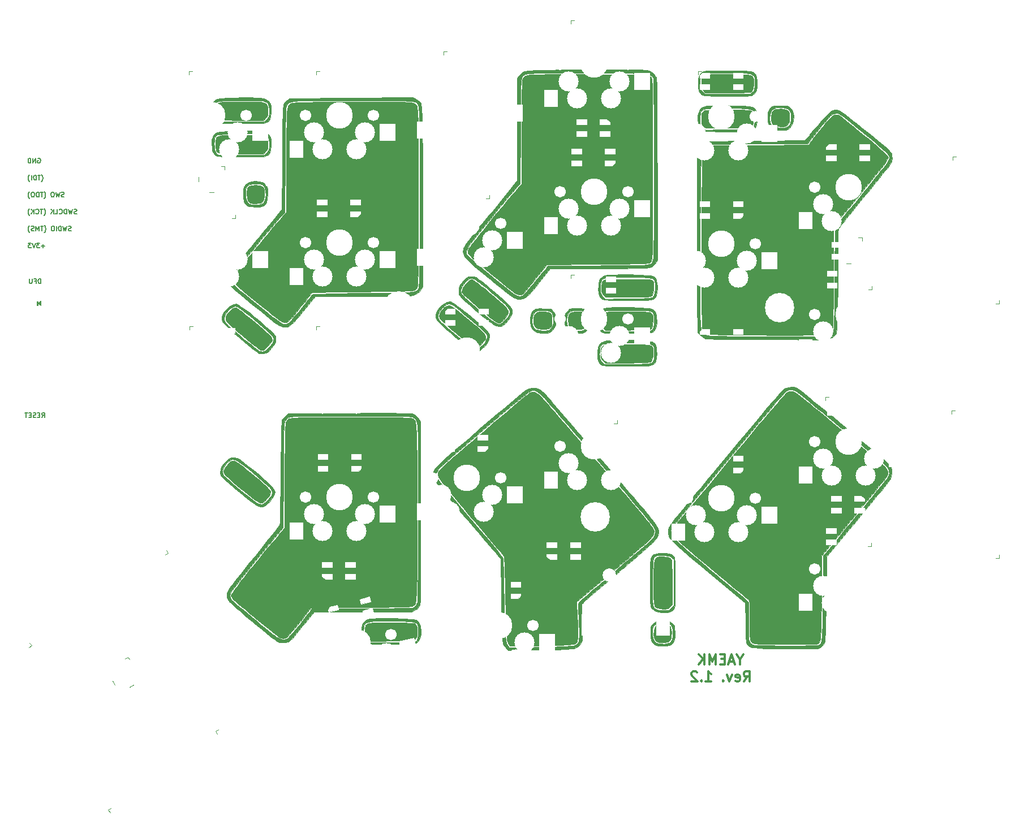
<source format=gbr>
G04 #@! TF.GenerationSoftware,KiCad,Pcbnew,5.1.8-db9833491~88~ubuntu20.10.1*
G04 #@! TF.CreationDate,2020-12-17T18:19:54+01:00*
G04 #@! TF.ProjectId,YAEMK,5941454d-4b2e-46b6-9963-61645f706362,1.2*
G04 #@! TF.SameCoordinates,Original*
G04 #@! TF.FileFunction,Legend,Bot*
G04 #@! TF.FilePolarity,Positive*
%FSLAX46Y46*%
G04 Gerber Fmt 4.6, Leading zero omitted, Abs format (unit mm)*
G04 Created by KiCad (PCBNEW 5.1.8-db9833491~88~ubuntu20.10.1) date 2020-12-17 18:19:54*
%MOMM*%
%LPD*%
G01*
G04 APERTURE LIST*
%ADD10C,0.150000*%
%ADD11C,0.304800*%
%ADD12C,0.120000*%
%ADD13C,0.100000*%
%ADD14C,0.010000*%
%ADD15C,1.400000*%
%ADD16R,0.600000X0.700000*%
%ADD17C,1.700000*%
%ADD18C,3.000000*%
%ADD19C,3.987800*%
%ADD20C,1.701800*%
%ADD21O,1.500000X1.500000*%
%ADD22C,1.500000*%
%ADD23R,0.797560X0.797560*%
%ADD24R,1.200000X0.900000*%
%ADD25R,1.300000X1.150000*%
%ADD26C,0.600000*%
%ADD27C,0.700000*%
%ADD28C,4.400000*%
%ADD29R,2.350000X2.500000*%
%ADD30R,2.150000X2.500000*%
%ADD31C,2.000000*%
%ADD32R,2.000000X3.200000*%
%ADD33R,2.000000X2.000000*%
%ADD34O,2.200000X1.000000*%
%ADD35O,1.800000X1.000000*%
%ADD36O,1.000000X2.200000*%
%ADD37O,1.000000X1.800000*%
%ADD38O,1.700000X1.700000*%
%ADD39R,1.700000X1.700000*%
G04 APERTURE END LIST*
D10*
X81020666Y-70547666D02*
X81020666Y-69847666D01*
X80853999Y-69847666D01*
X80753999Y-69881000D01*
X80687333Y-69947666D01*
X80653999Y-70014333D01*
X80620666Y-70147666D01*
X80620666Y-70247666D01*
X80653999Y-70381000D01*
X80687333Y-70447666D01*
X80753999Y-70514333D01*
X80853999Y-70547666D01*
X81020666Y-70547666D01*
X80087333Y-70181000D02*
X80320666Y-70181000D01*
X80320666Y-70547666D02*
X80320666Y-69847666D01*
X79987333Y-69847666D01*
X79720666Y-69847666D02*
X79720666Y-70414333D01*
X79687333Y-70481000D01*
X79653999Y-70514333D01*
X79587333Y-70547666D01*
X79453999Y-70547666D01*
X79387333Y-70514333D01*
X79353999Y-70481000D01*
X79320666Y-70414333D01*
X79320666Y-69847666D01*
X81187333Y-90613666D02*
X81420666Y-90280333D01*
X81587333Y-90613666D02*
X81587333Y-89913666D01*
X81320666Y-89913666D01*
X81254000Y-89947000D01*
X81220666Y-89980333D01*
X81187333Y-90047000D01*
X81187333Y-90147000D01*
X81220666Y-90213666D01*
X81254000Y-90247000D01*
X81320666Y-90280333D01*
X81587333Y-90280333D01*
X80887333Y-90247000D02*
X80654000Y-90247000D01*
X80554000Y-90613666D02*
X80887333Y-90613666D01*
X80887333Y-89913666D01*
X80554000Y-89913666D01*
X80287333Y-90580333D02*
X80187333Y-90613666D01*
X80020666Y-90613666D01*
X79954000Y-90580333D01*
X79920666Y-90547000D01*
X79887333Y-90480333D01*
X79887333Y-90413666D01*
X79920666Y-90347000D01*
X79954000Y-90313666D01*
X80020666Y-90280333D01*
X80154000Y-90247000D01*
X80220666Y-90213666D01*
X80254000Y-90180333D01*
X80287333Y-90113666D01*
X80287333Y-90047000D01*
X80254000Y-89980333D01*
X80220666Y-89947000D01*
X80154000Y-89913666D01*
X79987333Y-89913666D01*
X79887333Y-89947000D01*
X79587333Y-90247000D02*
X79354000Y-90247000D01*
X79254000Y-90613666D02*
X79587333Y-90613666D01*
X79587333Y-89913666D01*
X79254000Y-89913666D01*
X79054000Y-89913666D02*
X78654000Y-89913666D01*
X78854000Y-90613666D02*
X78854000Y-89913666D01*
D11*
X185706971Y-126867985D02*
X185706971Y-127582271D01*
X186206971Y-126082271D02*
X185706971Y-126867985D01*
X185206971Y-126082271D01*
X184778400Y-127153700D02*
X184064114Y-127153700D01*
X184921257Y-127582271D02*
X184421257Y-126082271D01*
X183921257Y-127582271D01*
X183421257Y-126796557D02*
X182921257Y-126796557D01*
X182706971Y-127582271D02*
X183421257Y-127582271D01*
X183421257Y-126082271D01*
X182706971Y-126082271D01*
X182064114Y-127582271D02*
X182064114Y-126082271D01*
X181564114Y-127153700D01*
X181064114Y-126082271D01*
X181064114Y-127582271D01*
X180349828Y-127582271D02*
X180349828Y-126082271D01*
X179492685Y-127582271D02*
X180135542Y-126725128D01*
X179492685Y-126082271D02*
X180349828Y-126939414D01*
X186242685Y-130137071D02*
X186742685Y-129422785D01*
X187099828Y-130137071D02*
X187099828Y-128637071D01*
X186528400Y-128637071D01*
X186385542Y-128708500D01*
X186314114Y-128779928D01*
X186242685Y-128922785D01*
X186242685Y-129137071D01*
X186314114Y-129279928D01*
X186385542Y-129351357D01*
X186528400Y-129422785D01*
X187099828Y-129422785D01*
X185028400Y-130065642D02*
X185171257Y-130137071D01*
X185456971Y-130137071D01*
X185599828Y-130065642D01*
X185671257Y-129922785D01*
X185671257Y-129351357D01*
X185599828Y-129208500D01*
X185456971Y-129137071D01*
X185171257Y-129137071D01*
X185028400Y-129208500D01*
X184956971Y-129351357D01*
X184956971Y-129494214D01*
X185671257Y-129637071D01*
X184456971Y-129137071D02*
X184099828Y-130137071D01*
X183742685Y-129137071D01*
X183171257Y-129994214D02*
X183099828Y-130065642D01*
X183171257Y-130137071D01*
X183242685Y-130065642D01*
X183171257Y-129994214D01*
X183171257Y-130137071D01*
X180528400Y-130137071D02*
X181385542Y-130137071D01*
X180956971Y-130137071D02*
X180956971Y-128637071D01*
X181099828Y-128851357D01*
X181242685Y-128994214D01*
X181385542Y-129065642D01*
X179885542Y-129994214D02*
X179814114Y-130065642D01*
X179885542Y-130137071D01*
X179956971Y-130065642D01*
X179885542Y-129994214D01*
X179885542Y-130137071D01*
X179242685Y-128779928D02*
X179171257Y-128708500D01*
X179028400Y-128637071D01*
X178671257Y-128637071D01*
X178528400Y-128708500D01*
X178456971Y-128779928D01*
X178385542Y-128922785D01*
X178385542Y-129065642D01*
X178456971Y-129279928D01*
X179314114Y-130137071D01*
X178385542Y-130137071D01*
D10*
X85570452Y-62640333D02*
X85470452Y-62673666D01*
X85303786Y-62673666D01*
X85237119Y-62640333D01*
X85203786Y-62607000D01*
X85170452Y-62540333D01*
X85170452Y-62473666D01*
X85203786Y-62407000D01*
X85237119Y-62373666D01*
X85303786Y-62340333D01*
X85437119Y-62307000D01*
X85503786Y-62273666D01*
X85537119Y-62240333D01*
X85570452Y-62173666D01*
X85570452Y-62107000D01*
X85537119Y-62040333D01*
X85503786Y-62007000D01*
X85437119Y-61973666D01*
X85270452Y-61973666D01*
X85170452Y-62007000D01*
X84937119Y-61973666D02*
X84770452Y-62673666D01*
X84637119Y-62173666D01*
X84503786Y-62673666D01*
X84337119Y-61973666D01*
X84070452Y-62673666D02*
X84070452Y-61973666D01*
X83903786Y-61973666D01*
X83803786Y-62007000D01*
X83737119Y-62073666D01*
X83703786Y-62140333D01*
X83670452Y-62273666D01*
X83670452Y-62373666D01*
X83703786Y-62507000D01*
X83737119Y-62573666D01*
X83803786Y-62640333D01*
X83903786Y-62673666D01*
X84070452Y-62673666D01*
X83370452Y-62673666D02*
X83370452Y-61973666D01*
X82903786Y-61973666D02*
X82770452Y-61973666D01*
X82703786Y-62007000D01*
X82637119Y-62073666D01*
X82603786Y-62207000D01*
X82603786Y-62440333D01*
X82637119Y-62573666D01*
X82703786Y-62640333D01*
X82770452Y-62673666D01*
X82903786Y-62673666D01*
X82970452Y-62640333D01*
X83037119Y-62573666D01*
X83070452Y-62440333D01*
X83070452Y-62207000D01*
X83037119Y-62073666D01*
X82970452Y-62007000D01*
X82903786Y-61973666D01*
X81570452Y-62940333D02*
X81603786Y-62907000D01*
X81670452Y-62807000D01*
X81703786Y-62740333D01*
X81737119Y-62640333D01*
X81770452Y-62473666D01*
X81770452Y-62340333D01*
X81737119Y-62173666D01*
X81703786Y-62073666D01*
X81670452Y-62007000D01*
X81603786Y-61907000D01*
X81570452Y-61873666D01*
X81403786Y-61973666D02*
X81003786Y-61973666D01*
X81203786Y-62673666D02*
X81203786Y-61973666D01*
X80770452Y-62673666D02*
X80770452Y-61973666D01*
X80537119Y-62473666D01*
X80303786Y-61973666D01*
X80303786Y-62673666D01*
X80003786Y-62640333D02*
X79903786Y-62673666D01*
X79737119Y-62673666D01*
X79670452Y-62640333D01*
X79637119Y-62607000D01*
X79603786Y-62540333D01*
X79603786Y-62473666D01*
X79637119Y-62407000D01*
X79670452Y-62373666D01*
X79737119Y-62340333D01*
X79870452Y-62307000D01*
X79937119Y-62273666D01*
X79970452Y-62240333D01*
X80003786Y-62173666D01*
X80003786Y-62107000D01*
X79970452Y-62040333D01*
X79937119Y-62007000D01*
X79870452Y-61973666D01*
X79703786Y-61973666D01*
X79603786Y-62007000D01*
X79370452Y-62940333D02*
X79337119Y-62907000D01*
X79270452Y-62807000D01*
X79237119Y-62740333D01*
X79203786Y-62640333D01*
X79170452Y-62473666D01*
X79170452Y-62340333D01*
X79203786Y-62173666D01*
X79237119Y-62073666D01*
X79270452Y-62007000D01*
X79337119Y-61907000D01*
X79370452Y-61873666D01*
X86403785Y-60100333D02*
X86303785Y-60133666D01*
X86137119Y-60133666D01*
X86070452Y-60100333D01*
X86037119Y-60067000D01*
X86003785Y-60000333D01*
X86003785Y-59933666D01*
X86037119Y-59867000D01*
X86070452Y-59833666D01*
X86137119Y-59800333D01*
X86270452Y-59767000D01*
X86337119Y-59733666D01*
X86370452Y-59700333D01*
X86403785Y-59633666D01*
X86403785Y-59567000D01*
X86370452Y-59500333D01*
X86337119Y-59467000D01*
X86270452Y-59433666D01*
X86103785Y-59433666D01*
X86003785Y-59467000D01*
X85770452Y-59433666D02*
X85603785Y-60133666D01*
X85470452Y-59633666D01*
X85337119Y-60133666D01*
X85170452Y-59433666D01*
X84903785Y-60133666D02*
X84903785Y-59433666D01*
X84737119Y-59433666D01*
X84637119Y-59467000D01*
X84570452Y-59533666D01*
X84537119Y-59600333D01*
X84503785Y-59733666D01*
X84503785Y-59833666D01*
X84537119Y-59967000D01*
X84570452Y-60033666D01*
X84637119Y-60100333D01*
X84737119Y-60133666D01*
X84903785Y-60133666D01*
X83803785Y-60067000D02*
X83837119Y-60100333D01*
X83937119Y-60133666D01*
X84003785Y-60133666D01*
X84103785Y-60100333D01*
X84170452Y-60033666D01*
X84203785Y-59967000D01*
X84237119Y-59833666D01*
X84237119Y-59733666D01*
X84203785Y-59600333D01*
X84170452Y-59533666D01*
X84103785Y-59467000D01*
X84003785Y-59433666D01*
X83937119Y-59433666D01*
X83837119Y-59467000D01*
X83803785Y-59500333D01*
X83170452Y-60133666D02*
X83503785Y-60133666D01*
X83503785Y-59433666D01*
X82937119Y-60133666D02*
X82937119Y-59433666D01*
X82537119Y-60133666D02*
X82837119Y-59733666D01*
X82537119Y-59433666D02*
X82937119Y-59833666D01*
X81503785Y-60400333D02*
X81537119Y-60367000D01*
X81603785Y-60267000D01*
X81637119Y-60200333D01*
X81670452Y-60100333D01*
X81703785Y-59933666D01*
X81703785Y-59800333D01*
X81670452Y-59633666D01*
X81637119Y-59533666D01*
X81603785Y-59467000D01*
X81537119Y-59367000D01*
X81503785Y-59333666D01*
X81337119Y-59433666D02*
X80937119Y-59433666D01*
X81137119Y-60133666D02*
X81137119Y-59433666D01*
X80303785Y-60067000D02*
X80337119Y-60100333D01*
X80437119Y-60133666D01*
X80503785Y-60133666D01*
X80603785Y-60100333D01*
X80670452Y-60033666D01*
X80703785Y-59967000D01*
X80737119Y-59833666D01*
X80737119Y-59733666D01*
X80703785Y-59600333D01*
X80670452Y-59533666D01*
X80603785Y-59467000D01*
X80503785Y-59433666D01*
X80437119Y-59433666D01*
X80337119Y-59467000D01*
X80303785Y-59500333D01*
X80003785Y-60133666D02*
X80003785Y-59433666D01*
X79603785Y-60133666D02*
X79903785Y-59733666D01*
X79603785Y-59433666D02*
X80003785Y-59833666D01*
X79370452Y-60400333D02*
X79337119Y-60367000D01*
X79270452Y-60267000D01*
X79237119Y-60200333D01*
X79203785Y-60100333D01*
X79170452Y-59933666D01*
X79170452Y-59800333D01*
X79203785Y-59633666D01*
X79237119Y-59533666D01*
X79270452Y-59467000D01*
X79337119Y-59367000D01*
X79370452Y-59333666D01*
X84503785Y-57560333D02*
X84403785Y-57593666D01*
X84237119Y-57593666D01*
X84170452Y-57560333D01*
X84137119Y-57527000D01*
X84103785Y-57460333D01*
X84103785Y-57393666D01*
X84137119Y-57327000D01*
X84170452Y-57293666D01*
X84237119Y-57260333D01*
X84370452Y-57227000D01*
X84437119Y-57193666D01*
X84470452Y-57160333D01*
X84503785Y-57093666D01*
X84503785Y-57027000D01*
X84470452Y-56960333D01*
X84437119Y-56927000D01*
X84370452Y-56893666D01*
X84203785Y-56893666D01*
X84103785Y-56927000D01*
X83870452Y-56893666D02*
X83703785Y-57593666D01*
X83570452Y-57093666D01*
X83437119Y-57593666D01*
X83270452Y-56893666D01*
X82870452Y-56893666D02*
X82737119Y-56893666D01*
X82670452Y-56927000D01*
X82603785Y-56993666D01*
X82570452Y-57127000D01*
X82570452Y-57360333D01*
X82603785Y-57493666D01*
X82670452Y-57560333D01*
X82737119Y-57593666D01*
X82870452Y-57593666D01*
X82937119Y-57560333D01*
X83003785Y-57493666D01*
X83037119Y-57360333D01*
X83037119Y-57127000D01*
X83003785Y-56993666D01*
X82937119Y-56927000D01*
X82870452Y-56893666D01*
X81537119Y-57860333D02*
X81570452Y-57827000D01*
X81637119Y-57727000D01*
X81670452Y-57660333D01*
X81703785Y-57560333D01*
X81737119Y-57393666D01*
X81737119Y-57260333D01*
X81703785Y-57093666D01*
X81670452Y-56993666D01*
X81637119Y-56927000D01*
X81570452Y-56827000D01*
X81537119Y-56793666D01*
X81370452Y-56893666D02*
X80970452Y-56893666D01*
X81170452Y-57593666D02*
X81170452Y-56893666D01*
X80737119Y-57593666D02*
X80737119Y-56893666D01*
X80570452Y-56893666D01*
X80470452Y-56927000D01*
X80403785Y-56993666D01*
X80370452Y-57060333D01*
X80337119Y-57193666D01*
X80337119Y-57293666D01*
X80370452Y-57427000D01*
X80403785Y-57493666D01*
X80470452Y-57560333D01*
X80570452Y-57593666D01*
X80737119Y-57593666D01*
X79903785Y-56893666D02*
X79770452Y-56893666D01*
X79703785Y-56927000D01*
X79637119Y-56993666D01*
X79603785Y-57127000D01*
X79603785Y-57360333D01*
X79637119Y-57493666D01*
X79703785Y-57560333D01*
X79770452Y-57593666D01*
X79903785Y-57593666D01*
X79970452Y-57560333D01*
X80037119Y-57493666D01*
X80070452Y-57360333D01*
X80070452Y-57127000D01*
X80037119Y-56993666D01*
X79970452Y-56927000D01*
X79903785Y-56893666D01*
X79370452Y-57860333D02*
X79337119Y-57827000D01*
X79270452Y-57727000D01*
X79237119Y-57660333D01*
X79203785Y-57560333D01*
X79170452Y-57393666D01*
X79170452Y-57260333D01*
X79203785Y-57093666D01*
X79237119Y-56993666D01*
X79270452Y-56927000D01*
X79337119Y-56827000D01*
X79370452Y-56793666D01*
X80587381Y-51847000D02*
X80654048Y-51813666D01*
X80754048Y-51813666D01*
X80854048Y-51847000D01*
X80920714Y-51913666D01*
X80954048Y-51980333D01*
X80987381Y-52113666D01*
X80987381Y-52213666D01*
X80954048Y-52347000D01*
X80920714Y-52413666D01*
X80854048Y-52480333D01*
X80754048Y-52513666D01*
X80687381Y-52513666D01*
X80587381Y-52480333D01*
X80554048Y-52447000D01*
X80554048Y-52213666D01*
X80687381Y-52213666D01*
X80254048Y-52513666D02*
X80254048Y-51813666D01*
X79854048Y-52513666D01*
X79854048Y-51813666D01*
X79520714Y-52513666D02*
X79520714Y-51813666D01*
X79354048Y-51813666D01*
X79254048Y-51847000D01*
X79187381Y-51913666D01*
X79154048Y-51980333D01*
X79120714Y-52113666D01*
X79120714Y-52213666D01*
X79154048Y-52347000D01*
X79187381Y-52413666D01*
X79254048Y-52480333D01*
X79354048Y-52513666D01*
X79520714Y-52513666D01*
X81659619Y-64947000D02*
X81126286Y-64947000D01*
X81392952Y-65213666D02*
X81392952Y-64680333D01*
X80859619Y-64513666D02*
X80426286Y-64513666D01*
X80659619Y-64780333D01*
X80559619Y-64780333D01*
X80492952Y-64813666D01*
X80459619Y-64847000D01*
X80426286Y-64913666D01*
X80426286Y-65080333D01*
X80459619Y-65147000D01*
X80492952Y-65180333D01*
X80559619Y-65213666D01*
X80759619Y-65213666D01*
X80826286Y-65180333D01*
X80859619Y-65147000D01*
X80226286Y-64513666D02*
X79992952Y-65213666D01*
X79759619Y-64513666D01*
X79592952Y-64513666D02*
X79159619Y-64513666D01*
X79392952Y-64780333D01*
X79292952Y-64780333D01*
X79226286Y-64813666D01*
X79192952Y-64847000D01*
X79159619Y-64913666D01*
X79159619Y-65080333D01*
X79192952Y-65147000D01*
X79226286Y-65180333D01*
X79292952Y-65213666D01*
X79492952Y-65213666D01*
X79559619Y-65180333D01*
X79592952Y-65147000D01*
X81137119Y-55320333D02*
X81170452Y-55287000D01*
X81237119Y-55187000D01*
X81270452Y-55120333D01*
X81303786Y-55020333D01*
X81337119Y-54853666D01*
X81337119Y-54720333D01*
X81303786Y-54553666D01*
X81270452Y-54453666D01*
X81237119Y-54387000D01*
X81170452Y-54287000D01*
X81137119Y-54253666D01*
X80970452Y-54353666D02*
X80570452Y-54353666D01*
X80770452Y-55053666D02*
X80770452Y-54353666D01*
X80337119Y-55053666D02*
X80337119Y-54353666D01*
X80170452Y-54353666D01*
X80070452Y-54387000D01*
X80003786Y-54453666D01*
X79970452Y-54520333D01*
X79937119Y-54653666D01*
X79937119Y-54753666D01*
X79970452Y-54887000D01*
X80003786Y-54953666D01*
X80070452Y-55020333D01*
X80170452Y-55053666D01*
X80337119Y-55053666D01*
X79637119Y-55053666D02*
X79637119Y-54353666D01*
X79370452Y-55320333D02*
X79337119Y-55287000D01*
X79270452Y-55187000D01*
X79237119Y-55120333D01*
X79203786Y-55020333D01*
X79170452Y-54853666D01*
X79170452Y-54720333D01*
X79203786Y-54553666D01*
X79237119Y-54453666D01*
X79270452Y-54387000D01*
X79337119Y-54287000D01*
X79370452Y-54253666D01*
D12*
G04 #@! TO.C,D76*
X217488800Y-51602200D02*
X217488800Y-52129800D01*
X217996800Y-51602200D02*
X217488800Y-51602200D01*
G04 #@! TO.C,D75*
X198311800Y-49443200D02*
X198311800Y-49970800D01*
X198819800Y-49443200D02*
X198311800Y-49443200D01*
G04 #@! TO.C,D74*
X179388800Y-38775200D02*
X179388800Y-39302800D01*
X179896800Y-38775200D02*
X179388800Y-38775200D01*
G04 #@! TO.C,D73*
X160338800Y-31155200D02*
X160338800Y-31682800D01*
X160846800Y-31155200D02*
X160338800Y-31155200D01*
G04 #@! TO.C,D72*
X141288800Y-35854200D02*
X141288800Y-36381800D01*
X141796800Y-35854200D02*
X141288800Y-35854200D01*
G04 #@! TO.C,D71*
X122238800Y-38775200D02*
X122238800Y-39302800D01*
X122746800Y-38775200D02*
X122238800Y-38775200D01*
G04 #@! TO.C,D67*
X103188800Y-38775200D02*
X103188800Y-39302800D01*
X103696800Y-38775200D02*
X103188800Y-38775200D01*
G04 #@! TO.C,D66*
X110171200Y-60792800D02*
X110171200Y-60265200D01*
X109663200Y-60792800D02*
X110171200Y-60792800D01*
G04 #@! TO.C,D64*
X129094200Y-60792800D02*
X129094200Y-60265200D01*
X128586200Y-60792800D02*
X129094200Y-60792800D01*
G04 #@! TO.C,D63*
X148144200Y-57871800D02*
X148144200Y-57344200D01*
X147636200Y-57871800D02*
X148144200Y-57871800D01*
G04 #@! TO.C,D61*
X167194200Y-53172800D02*
X167194200Y-52645200D01*
X166686200Y-53172800D02*
X167194200Y-53172800D01*
G04 #@! TO.C,D60*
X186371200Y-61046800D02*
X186371200Y-60519200D01*
X185863200Y-61046800D02*
X186371200Y-61046800D01*
G04 #@! TO.C,D58*
X205421200Y-71460800D02*
X205421200Y-70933200D01*
X204913200Y-71460800D02*
X205421200Y-71460800D01*
G04 #@! TO.C,D57*
X224471200Y-73619800D02*
X224471200Y-73092200D01*
X223963200Y-73619800D02*
X224471200Y-73619800D01*
G04 #@! TO.C,D56*
X217361800Y-89575200D02*
X217361800Y-90102800D01*
X217869800Y-89575200D02*
X217361800Y-89575200D01*
G04 #@! TO.C,D55*
X198438800Y-87543200D02*
X198438800Y-88070800D01*
X198946800Y-87543200D02*
X198438800Y-87543200D01*
G04 #@! TO.C,D54*
X179388800Y-77129200D02*
X179388800Y-77656800D01*
X179896800Y-77129200D02*
X179388800Y-77129200D01*
G04 #@! TO.C,D53*
X160338800Y-69255200D02*
X160338800Y-69782800D01*
X160846800Y-69255200D02*
X160338800Y-69255200D01*
G04 #@! TO.C,D52*
X141288800Y-74081200D02*
X141288800Y-74608800D01*
X141796800Y-74081200D02*
X141288800Y-74081200D01*
G04 #@! TO.C,D51*
X122238800Y-77002200D02*
X122238800Y-77529800D01*
X122746800Y-77002200D02*
X122238800Y-77002200D01*
G04 #@! TO.C,D50*
X103315800Y-77002200D02*
X103315800Y-77529800D01*
X103823800Y-77002200D02*
X103315800Y-77002200D01*
G04 #@! TO.C,D49*
X129221200Y-98892800D02*
X129221200Y-98365200D01*
X128713200Y-98892800D02*
X129221200Y-98892800D01*
G04 #@! TO.C,D48*
X148144200Y-95971800D02*
X148144200Y-95444200D01*
X147636200Y-95971800D02*
X148144200Y-95971800D01*
G04 #@! TO.C,D47*
X167321200Y-91526800D02*
X167321200Y-90999200D01*
X166813200Y-91526800D02*
X167321200Y-91526800D01*
G04 #@! TO.C,D46*
X224471200Y-111719800D02*
X224471200Y-111192200D01*
X223963200Y-111719800D02*
X224471200Y-111719800D01*
G04 #@! TO.C,D45*
X186371200Y-99146800D02*
X186371200Y-98619200D01*
X185863200Y-99146800D02*
X186371200Y-99146800D01*
G04 #@! TO.C,D44*
X205294200Y-109941800D02*
X205294200Y-109414200D01*
X204786200Y-109941800D02*
X205294200Y-109941800D01*
G04 #@! TO.C,D42*
X153097200Y-118006300D02*
X153097200Y-117478700D01*
X152589200Y-118006300D02*
X153097200Y-118006300D01*
G04 #@! TO.C,D40*
X123603816Y-118852145D02*
X123731454Y-119364073D01*
X124096726Y-118729249D02*
X123603816Y-118852145D01*
G04 #@! TO.C,D39*
X107169132Y-137574106D02*
X107432932Y-138031021D01*
X107609073Y-137320106D02*
X107169132Y-137574106D01*
G04 #@! TO.C,D38*
X91095683Y-149409656D02*
X91434818Y-149813821D01*
X91484834Y-149083120D02*
X91095683Y-149409656D01*
G04 #@! TO.C,D37*
X79667685Y-124759446D02*
X79263520Y-125098580D01*
X79341149Y-124370295D02*
X79667685Y-124759446D01*
G04 #@! TO.C,D35*
X100094868Y-110964894D02*
X99831068Y-110507979D01*
X99654927Y-111218894D02*
X100094868Y-110964894D01*
D13*
G04 #@! TO.C,D68*
G36*
X80472000Y-73833000D02*
G01*
X80572000Y-73833000D01*
X80572000Y-73233000D01*
X80472000Y-73233000D01*
X80472000Y-73833000D01*
G37*
X80472000Y-73833000D02*
X80572000Y-73833000D01*
X80572000Y-73233000D01*
X80472000Y-73233000D01*
X80472000Y-73833000D01*
G36*
X80622000Y-73533000D02*
G01*
X81047000Y-73858000D01*
X81047000Y-73208000D01*
X80622000Y-73533000D01*
G37*
X80622000Y-73533000D02*
X81047000Y-73858000D01*
X81047000Y-73208000D01*
X80622000Y-73533000D01*
D12*
G04 #@! TO.C,D77*
X125958600Y-111607600D02*
X125247400Y-111607600D01*
X127533400Y-113893600D02*
X127533400Y-113182400D01*
X123602200Y-115519200D02*
X124129800Y-115519200D01*
X123602200Y-115011200D02*
X123602200Y-115519200D01*
G04 #@! TO.C,D65*
X106227400Y-56921400D02*
X106938600Y-56921400D01*
X104652600Y-54635400D02*
X104652600Y-55346600D01*
X108583800Y-53009800D02*
X108056200Y-53009800D01*
X108583800Y-53517800D02*
X108583800Y-53009800D01*
G04 #@! TO.C,D62*
X163347400Y-49174400D02*
X164058600Y-49174400D01*
X161772600Y-46888400D02*
X161772600Y-47599600D01*
X165703800Y-45262800D02*
X165176200Y-45262800D01*
X165703800Y-45770800D02*
X165703800Y-45262800D01*
G04 #@! TO.C,D59*
X201574400Y-67589400D02*
X202285600Y-67589400D01*
X199999600Y-65303400D02*
X199999600Y-66014600D01*
X203930800Y-63677800D02*
X203403200Y-63677800D01*
X203930800Y-64185800D02*
X203930800Y-63677800D01*
G04 #@! TO.C,D43*
X201447400Y-105562400D02*
X202158600Y-105562400D01*
X199872600Y-103276400D02*
X199872600Y-103987600D01*
X203803800Y-101650800D02*
X203276200Y-101650800D01*
X203803800Y-102158800D02*
X203803800Y-101650800D01*
G04 #@! TO.C,D41*
X159613600Y-108686600D02*
X158902400Y-108686600D01*
X161188400Y-110972600D02*
X161188400Y-110261400D01*
X157257200Y-112598200D02*
X157784800Y-112598200D01*
X157257200Y-112090200D02*
X157257200Y-112598200D01*
G04 #@! TO.C,D36*
X94350546Y-131032256D02*
X94933127Y-130624328D01*
X91749350Y-130062942D02*
X92157278Y-130645523D01*
X94037195Y-126476485D02*
X93605010Y-126779104D01*
X94328572Y-126892614D02*
X94037195Y-126476485D01*
D14*
G04 #@! TO.C,G2*
G36*
X154121191Y-86304231D02*
G01*
X153603333Y-86574293D01*
X153015800Y-86994195D01*
X152745025Y-87215348D01*
X151552084Y-88220690D01*
X150371591Y-89218171D01*
X149213456Y-90199282D01*
X148087590Y-91155517D01*
X147003903Y-92078368D01*
X145972303Y-92959328D01*
X145002701Y-93789889D01*
X144105006Y-94561544D01*
X143289129Y-95265786D01*
X142564978Y-95894108D01*
X141942465Y-96438001D01*
X141431498Y-96888960D01*
X141041988Y-97238475D01*
X140783844Y-97478041D01*
X140735034Y-97525670D01*
X140369049Y-97893392D01*
X140115468Y-98163034D01*
X139951438Y-98367299D01*
X139854103Y-98538890D01*
X139800607Y-98710512D01*
X139768975Y-98908031D01*
X139749582Y-99056186D01*
X139736476Y-99192217D01*
X139736477Y-99325315D01*
X139756408Y-99464671D01*
X139803090Y-99619476D01*
X139883345Y-99798921D01*
X140003995Y-100012196D01*
X140171861Y-100268494D01*
X140393765Y-100577004D01*
X140676529Y-100946919D01*
X141026975Y-101387428D01*
X141451924Y-101907723D01*
X141958198Y-102516994D01*
X142552620Y-103224434D01*
X143242009Y-104039233D01*
X144033189Y-104970581D01*
X144932981Y-106027671D01*
X145869141Y-107126852D01*
X146517751Y-107888613D01*
X147135660Y-108614643D01*
X147711028Y-109291007D01*
X148232012Y-109903770D01*
X148686773Y-110438996D01*
X149063467Y-110882750D01*
X149350254Y-111221097D01*
X149535293Y-111440102D01*
X149598535Y-111515659D01*
X149842793Y-111812243D01*
X149909526Y-117254177D01*
X149927961Y-118636342D01*
X149947471Y-119841956D01*
X149968601Y-120882616D01*
X149991898Y-121769919D01*
X150017908Y-122515461D01*
X150047177Y-123130838D01*
X150080250Y-123627649D01*
X150117673Y-124017488D01*
X150159992Y-124311953D01*
X150207754Y-124522641D01*
X150257859Y-124654195D01*
X150389217Y-124852298D01*
X150587870Y-125094864D01*
X150652684Y-125165555D01*
X150942072Y-125471296D01*
X153722321Y-125455665D01*
X154563533Y-125448847D01*
X155466002Y-125437899D01*
X156377588Y-125423702D01*
X157246151Y-125407138D01*
X158019552Y-125389088D01*
X158525163Y-125374482D01*
X159149953Y-125349780D01*
X159734705Y-125318394D01*
X160244746Y-125282828D01*
X160645398Y-125245589D01*
X160901986Y-125209183D01*
X160942078Y-125199818D01*
X161372213Y-124989363D01*
X161723578Y-124641910D01*
X161957205Y-124204352D01*
X162027485Y-123893670D01*
X162038120Y-123677126D01*
X162042948Y-123303999D01*
X162042138Y-122805760D01*
X162035859Y-122213881D01*
X162024278Y-121559832D01*
X162012277Y-121049815D01*
X161997214Y-120393090D01*
X161987455Y-119796366D01*
X161983114Y-119286108D01*
X161984308Y-118888779D01*
X161991152Y-118630844D01*
X162001334Y-118541299D01*
X162031026Y-118498229D01*
X162096183Y-118427283D01*
X162205691Y-118320762D01*
X162368435Y-118170968D01*
X162593300Y-117970200D01*
X162889174Y-117710762D01*
X163264941Y-117384955D01*
X163729487Y-116985079D01*
X164291698Y-116503436D01*
X164960460Y-115932328D01*
X165744658Y-115264055D01*
X166653178Y-114490920D01*
X167694906Y-113605224D01*
X167885534Y-113443207D01*
X168902183Y-112577842D01*
X169784054Y-111823758D01*
X170540908Y-111171785D01*
X171182508Y-110612756D01*
X171718614Y-110137501D01*
X172158989Y-109736853D01*
X172513394Y-109401643D01*
X172791591Y-109122702D01*
X173003341Y-108890862D01*
X173158407Y-108696954D01*
X173266549Y-108531810D01*
X173337530Y-108386260D01*
X173370118Y-108291863D01*
X173457877Y-107918399D01*
X173471684Y-107617432D01*
X173001300Y-107617432D01*
X172995223Y-107775476D01*
X172989251Y-107833060D01*
X172905512Y-108185343D01*
X172758225Y-108524209D01*
X172718274Y-108589039D01*
X172589663Y-108735309D01*
X172337562Y-108983421D01*
X171982714Y-109314398D01*
X171545860Y-109709264D01*
X171047743Y-110149044D01*
X170509105Y-110614763D01*
X170431364Y-110681191D01*
X169899400Y-111135458D01*
X169253398Y-111687746D01*
X168522053Y-112313490D01*
X167734055Y-112988123D01*
X166918098Y-113687076D01*
X166102875Y-114385785D01*
X165317077Y-115059680D01*
X165078638Y-115264259D01*
X164401025Y-115845539D01*
X163762751Y-116392725D01*
X163178938Y-116892881D01*
X162664702Y-117333071D01*
X162235165Y-117700358D01*
X161905444Y-117981805D01*
X161690658Y-118164476D01*
X161610147Y-118232099D01*
X161555622Y-118283485D01*
X161514888Y-118352893D01*
X161487345Y-118463116D01*
X161472392Y-118636949D01*
X161469428Y-118897184D01*
X161477851Y-119266615D01*
X161497061Y-119768035D01*
X161526457Y-120424237D01*
X161542992Y-120779156D01*
X161582086Y-121687119D01*
X161604903Y-122427597D01*
X161609947Y-123020669D01*
X161595723Y-123486416D01*
X161560736Y-123844918D01*
X161503488Y-124116256D01*
X161422486Y-124320511D01*
X161316233Y-124477763D01*
X161263246Y-124535093D01*
X161122238Y-124657919D01*
X160963008Y-124740212D01*
X160738578Y-124795365D01*
X160401971Y-124836773D01*
X160119608Y-124861155D01*
X159742143Y-124885131D01*
X159207476Y-124910234D01*
X158546543Y-124935677D01*
X157790281Y-124960673D01*
X156969626Y-124984437D01*
X156115514Y-125006179D01*
X155258882Y-125025114D01*
X154430667Y-125040455D01*
X153661804Y-125051414D01*
X152983230Y-125057205D01*
X152425881Y-125057041D01*
X152420529Y-125057003D01*
X151160709Y-125047963D01*
X150887688Y-124710400D01*
X150807692Y-124601053D01*
X150738011Y-124475230D01*
X150677610Y-124319120D01*
X150625451Y-124118914D01*
X150580499Y-123860802D01*
X150541718Y-123530975D01*
X150508072Y-123115622D01*
X150478524Y-122600934D01*
X150452038Y-121973102D01*
X150427579Y-121218315D01*
X150404110Y-120322765D01*
X150380595Y-119272641D01*
X150355998Y-118054134D01*
X150344831Y-117475000D01*
X150325095Y-116489199D01*
X150304560Y-115550668D01*
X150283750Y-114677974D01*
X150263189Y-113889680D01*
X150243402Y-113204352D01*
X150224912Y-112640555D01*
X150208243Y-112216852D01*
X150193920Y-111951810D01*
X150186816Y-111877592D01*
X150174436Y-111800301D01*
X150157351Y-111725560D01*
X150127584Y-111643375D01*
X150077159Y-111543753D01*
X149998096Y-111416700D01*
X149882420Y-111252223D01*
X149722153Y-111040329D01*
X149509318Y-110771025D01*
X149235936Y-110434316D01*
X148894032Y-110020210D01*
X148475628Y-109518713D01*
X147972747Y-108919832D01*
X147377410Y-108213573D01*
X146681642Y-107389943D01*
X145877464Y-106438949D01*
X145307211Y-105764767D01*
X144395994Y-104686872D01*
X143599137Y-103742443D01*
X142909022Y-102921695D01*
X142318033Y-102214841D01*
X141818552Y-101612096D01*
X141402962Y-101103674D01*
X141063645Y-100679787D01*
X140792986Y-100330651D01*
X140583366Y-100046480D01*
X140427168Y-99817486D01*
X140316775Y-99633884D01*
X140244570Y-99485889D01*
X140202936Y-99363713D01*
X140184256Y-99257571D01*
X140180719Y-99178579D01*
X140186367Y-99054645D01*
X140209083Y-98930580D01*
X140257527Y-98798100D01*
X140340358Y-98648916D01*
X140466236Y-98474744D01*
X140643821Y-98267297D01*
X140881773Y-98018290D01*
X141188749Y-97719435D01*
X141573411Y-97362447D01*
X142044418Y-96939040D01*
X142610429Y-96440926D01*
X143280105Y-95859822D01*
X144062103Y-95187439D01*
X144965085Y-94415492D01*
X145997709Y-93535695D01*
X146720317Y-92920963D01*
X147910346Y-91909188D01*
X148965996Y-91012437D01*
X149896049Y-90223647D01*
X150709285Y-89535754D01*
X151414484Y-88941694D01*
X152020428Y-88434404D01*
X152535896Y-88006821D01*
X152969670Y-87651882D01*
X153330530Y-87362522D01*
X153627256Y-87131678D01*
X153868629Y-86952288D01*
X154063430Y-86817287D01*
X154220439Y-86719612D01*
X154348437Y-86652200D01*
X154456204Y-86607987D01*
X154552521Y-86579909D01*
X154620767Y-86565520D01*
X154867613Y-86552458D01*
X155116111Y-86620139D01*
X155393560Y-86785278D01*
X155727261Y-87064593D01*
X156144516Y-87474801D01*
X156201050Y-87533151D01*
X156346403Y-87692090D01*
X156604235Y-87983414D01*
X156965160Y-88396162D01*
X157419790Y-88919369D01*
X157958741Y-89542075D01*
X158572625Y-90253314D01*
X159252057Y-91042126D01*
X159987651Y-91897547D01*
X160770019Y-92808615D01*
X161589777Y-93764367D01*
X162437538Y-94753840D01*
X163303916Y-95766071D01*
X164179525Y-96790098D01*
X165054978Y-97814958D01*
X165920890Y-98829689D01*
X166767874Y-99823327D01*
X167586544Y-100784909D01*
X168367513Y-101703474D01*
X169101397Y-102568059D01*
X169778808Y-103367700D01*
X170390361Y-104091435D01*
X170926669Y-104728302D01*
X171093471Y-104926994D01*
X171633529Y-105572666D01*
X172063556Y-106093364D01*
X172395486Y-106507381D01*
X172641250Y-106833007D01*
X172812781Y-107088534D01*
X172922012Y-107292253D01*
X172980874Y-107462455D01*
X173001300Y-107617432D01*
X173471684Y-107617432D01*
X173472712Y-107595033D01*
X173402215Y-107280907D01*
X173233977Y-106935161D01*
X172955589Y-106516935D01*
X172744910Y-106233148D01*
X172643957Y-106100871D01*
X172538933Y-105965344D01*
X172422447Y-105817807D01*
X172287109Y-105649497D01*
X172125528Y-105451653D01*
X171930314Y-105215514D01*
X171694077Y-104932317D01*
X171409426Y-104593302D01*
X171068970Y-104189706D01*
X170665320Y-103712768D01*
X170191084Y-103153727D01*
X169638873Y-102503820D01*
X169001296Y-101754287D01*
X168270962Y-100896365D01*
X167440481Y-99921294D01*
X166502463Y-98820311D01*
X165484393Y-97625581D01*
X164630902Y-96623937D01*
X163775595Y-95619964D01*
X162931475Y-94628938D01*
X162111545Y-93666133D01*
X161328808Y-92746823D01*
X160596269Y-91886284D01*
X159926929Y-91099789D01*
X159333794Y-90402614D01*
X158829865Y-89810032D01*
X158428146Y-89337320D01*
X158262146Y-89141812D01*
X157683273Y-88461887D01*
X157208702Y-87910942D01*
X156822679Y-87473092D01*
X156509451Y-87132450D01*
X156253263Y-86873132D01*
X156038361Y-86679251D01*
X155848992Y-86534921D01*
X155669401Y-86424256D01*
X155483836Y-86331370D01*
X155467756Y-86324002D01*
X155032299Y-86185994D01*
X154590478Y-86177101D01*
X154121191Y-86304231D01*
G37*
X154121191Y-86304231D02*
X153603333Y-86574293D01*
X153015800Y-86994195D01*
X152745025Y-87215348D01*
X151552084Y-88220690D01*
X150371591Y-89218171D01*
X149213456Y-90199282D01*
X148087590Y-91155517D01*
X147003903Y-92078368D01*
X145972303Y-92959328D01*
X145002701Y-93789889D01*
X144105006Y-94561544D01*
X143289129Y-95265786D01*
X142564978Y-95894108D01*
X141942465Y-96438001D01*
X141431498Y-96888960D01*
X141041988Y-97238475D01*
X140783844Y-97478041D01*
X140735034Y-97525670D01*
X140369049Y-97893392D01*
X140115468Y-98163034D01*
X139951438Y-98367299D01*
X139854103Y-98538890D01*
X139800607Y-98710512D01*
X139768975Y-98908031D01*
X139749582Y-99056186D01*
X139736476Y-99192217D01*
X139736477Y-99325315D01*
X139756408Y-99464671D01*
X139803090Y-99619476D01*
X139883345Y-99798921D01*
X140003995Y-100012196D01*
X140171861Y-100268494D01*
X140393765Y-100577004D01*
X140676529Y-100946919D01*
X141026975Y-101387428D01*
X141451924Y-101907723D01*
X141958198Y-102516994D01*
X142552620Y-103224434D01*
X143242009Y-104039233D01*
X144033189Y-104970581D01*
X144932981Y-106027671D01*
X145869141Y-107126852D01*
X146517751Y-107888613D01*
X147135660Y-108614643D01*
X147711028Y-109291007D01*
X148232012Y-109903770D01*
X148686773Y-110438996D01*
X149063467Y-110882750D01*
X149350254Y-111221097D01*
X149535293Y-111440102D01*
X149598535Y-111515659D01*
X149842793Y-111812243D01*
X149909526Y-117254177D01*
X149927961Y-118636342D01*
X149947471Y-119841956D01*
X149968601Y-120882616D01*
X149991898Y-121769919D01*
X150017908Y-122515461D01*
X150047177Y-123130838D01*
X150080250Y-123627649D01*
X150117673Y-124017488D01*
X150159992Y-124311953D01*
X150207754Y-124522641D01*
X150257859Y-124654195D01*
X150389217Y-124852298D01*
X150587870Y-125094864D01*
X150652684Y-125165555D01*
X150942072Y-125471296D01*
X153722321Y-125455665D01*
X154563533Y-125448847D01*
X155466002Y-125437899D01*
X156377588Y-125423702D01*
X157246151Y-125407138D01*
X158019552Y-125389088D01*
X158525163Y-125374482D01*
X159149953Y-125349780D01*
X159734705Y-125318394D01*
X160244746Y-125282828D01*
X160645398Y-125245589D01*
X160901986Y-125209183D01*
X160942078Y-125199818D01*
X161372213Y-124989363D01*
X161723578Y-124641910D01*
X161957205Y-124204352D01*
X162027485Y-123893670D01*
X162038120Y-123677126D01*
X162042948Y-123303999D01*
X162042138Y-122805760D01*
X162035859Y-122213881D01*
X162024278Y-121559832D01*
X162012277Y-121049815D01*
X161997214Y-120393090D01*
X161987455Y-119796366D01*
X161983114Y-119286108D01*
X161984308Y-118888779D01*
X161991152Y-118630844D01*
X162001334Y-118541299D01*
X162031026Y-118498229D01*
X162096183Y-118427283D01*
X162205691Y-118320762D01*
X162368435Y-118170968D01*
X162593300Y-117970200D01*
X162889174Y-117710762D01*
X163264941Y-117384955D01*
X163729487Y-116985079D01*
X164291698Y-116503436D01*
X164960460Y-115932328D01*
X165744658Y-115264055D01*
X166653178Y-114490920D01*
X167694906Y-113605224D01*
X167885534Y-113443207D01*
X168902183Y-112577842D01*
X169784054Y-111823758D01*
X170540908Y-111171785D01*
X171182508Y-110612756D01*
X171718614Y-110137501D01*
X172158989Y-109736853D01*
X172513394Y-109401643D01*
X172791591Y-109122702D01*
X173003341Y-108890862D01*
X173158407Y-108696954D01*
X173266549Y-108531810D01*
X173337530Y-108386260D01*
X173370118Y-108291863D01*
X173457877Y-107918399D01*
X173471684Y-107617432D01*
X173001300Y-107617432D01*
X172995223Y-107775476D01*
X172989251Y-107833060D01*
X172905512Y-108185343D01*
X172758225Y-108524209D01*
X172718274Y-108589039D01*
X172589663Y-108735309D01*
X172337562Y-108983421D01*
X171982714Y-109314398D01*
X171545860Y-109709264D01*
X171047743Y-110149044D01*
X170509105Y-110614763D01*
X170431364Y-110681191D01*
X169899400Y-111135458D01*
X169253398Y-111687746D01*
X168522053Y-112313490D01*
X167734055Y-112988123D01*
X166918098Y-113687076D01*
X166102875Y-114385785D01*
X165317077Y-115059680D01*
X165078638Y-115264259D01*
X164401025Y-115845539D01*
X163762751Y-116392725D01*
X163178938Y-116892881D01*
X162664702Y-117333071D01*
X162235165Y-117700358D01*
X161905444Y-117981805D01*
X161690658Y-118164476D01*
X161610147Y-118232099D01*
X161555622Y-118283485D01*
X161514888Y-118352893D01*
X161487345Y-118463116D01*
X161472392Y-118636949D01*
X161469428Y-118897184D01*
X161477851Y-119266615D01*
X161497061Y-119768035D01*
X161526457Y-120424237D01*
X161542992Y-120779156D01*
X161582086Y-121687119D01*
X161604903Y-122427597D01*
X161609947Y-123020669D01*
X161595723Y-123486416D01*
X161560736Y-123844918D01*
X161503488Y-124116256D01*
X161422486Y-124320511D01*
X161316233Y-124477763D01*
X161263246Y-124535093D01*
X161122238Y-124657919D01*
X160963008Y-124740212D01*
X160738578Y-124795365D01*
X160401971Y-124836773D01*
X160119608Y-124861155D01*
X159742143Y-124885131D01*
X159207476Y-124910234D01*
X158546543Y-124935677D01*
X157790281Y-124960673D01*
X156969626Y-124984437D01*
X156115514Y-125006179D01*
X155258882Y-125025114D01*
X154430667Y-125040455D01*
X153661804Y-125051414D01*
X152983230Y-125057205D01*
X152425881Y-125057041D01*
X152420529Y-125057003D01*
X151160709Y-125047963D01*
X150887688Y-124710400D01*
X150807692Y-124601053D01*
X150738011Y-124475230D01*
X150677610Y-124319120D01*
X150625451Y-124118914D01*
X150580499Y-123860802D01*
X150541718Y-123530975D01*
X150508072Y-123115622D01*
X150478524Y-122600934D01*
X150452038Y-121973102D01*
X150427579Y-121218315D01*
X150404110Y-120322765D01*
X150380595Y-119272641D01*
X150355998Y-118054134D01*
X150344831Y-117475000D01*
X150325095Y-116489199D01*
X150304560Y-115550668D01*
X150283750Y-114677974D01*
X150263189Y-113889680D01*
X150243402Y-113204352D01*
X150224912Y-112640555D01*
X150208243Y-112216852D01*
X150193920Y-111951810D01*
X150186816Y-111877592D01*
X150174436Y-111800301D01*
X150157351Y-111725560D01*
X150127584Y-111643375D01*
X150077159Y-111543753D01*
X149998096Y-111416700D01*
X149882420Y-111252223D01*
X149722153Y-111040329D01*
X149509318Y-110771025D01*
X149235936Y-110434316D01*
X148894032Y-110020210D01*
X148475628Y-109518713D01*
X147972747Y-108919832D01*
X147377410Y-108213573D01*
X146681642Y-107389943D01*
X145877464Y-106438949D01*
X145307211Y-105764767D01*
X144395994Y-104686872D01*
X143599137Y-103742443D01*
X142909022Y-102921695D01*
X142318033Y-102214841D01*
X141818552Y-101612096D01*
X141402962Y-101103674D01*
X141063645Y-100679787D01*
X140792986Y-100330651D01*
X140583366Y-100046480D01*
X140427168Y-99817486D01*
X140316775Y-99633884D01*
X140244570Y-99485889D01*
X140202936Y-99363713D01*
X140184256Y-99257571D01*
X140180719Y-99178579D01*
X140186367Y-99054645D01*
X140209083Y-98930580D01*
X140257527Y-98798100D01*
X140340358Y-98648916D01*
X140466236Y-98474744D01*
X140643821Y-98267297D01*
X140881773Y-98018290D01*
X141188749Y-97719435D01*
X141573411Y-97362447D01*
X142044418Y-96939040D01*
X142610429Y-96440926D01*
X143280105Y-95859822D01*
X144062103Y-95187439D01*
X144965085Y-94415492D01*
X145997709Y-93535695D01*
X146720317Y-92920963D01*
X147910346Y-91909188D01*
X148965996Y-91012437D01*
X149896049Y-90223647D01*
X150709285Y-89535754D01*
X151414484Y-88941694D01*
X152020428Y-88434404D01*
X152535896Y-88006821D01*
X152969670Y-87651882D01*
X153330530Y-87362522D01*
X153627256Y-87131678D01*
X153868629Y-86952288D01*
X154063430Y-86817287D01*
X154220439Y-86719612D01*
X154348437Y-86652200D01*
X154456204Y-86607987D01*
X154552521Y-86579909D01*
X154620767Y-86565520D01*
X154867613Y-86552458D01*
X155116111Y-86620139D01*
X155393560Y-86785278D01*
X155727261Y-87064593D01*
X156144516Y-87474801D01*
X156201050Y-87533151D01*
X156346403Y-87692090D01*
X156604235Y-87983414D01*
X156965160Y-88396162D01*
X157419790Y-88919369D01*
X157958741Y-89542075D01*
X158572625Y-90253314D01*
X159252057Y-91042126D01*
X159987651Y-91897547D01*
X160770019Y-92808615D01*
X161589777Y-93764367D01*
X162437538Y-94753840D01*
X163303916Y-95766071D01*
X164179525Y-96790098D01*
X165054978Y-97814958D01*
X165920890Y-98829689D01*
X166767874Y-99823327D01*
X167586544Y-100784909D01*
X168367513Y-101703474D01*
X169101397Y-102568059D01*
X169778808Y-103367700D01*
X170390361Y-104091435D01*
X170926669Y-104728302D01*
X171093471Y-104926994D01*
X171633529Y-105572666D01*
X172063556Y-106093364D01*
X172395486Y-106507381D01*
X172641250Y-106833007D01*
X172812781Y-107088534D01*
X172922012Y-107292253D01*
X172980874Y-107462455D01*
X173001300Y-107617432D01*
X173471684Y-107617432D01*
X173472712Y-107595033D01*
X173402215Y-107280907D01*
X173233977Y-106935161D01*
X172955589Y-106516935D01*
X172744910Y-106233148D01*
X172643957Y-106100871D01*
X172538933Y-105965344D01*
X172422447Y-105817807D01*
X172287109Y-105649497D01*
X172125528Y-105451653D01*
X171930314Y-105215514D01*
X171694077Y-104932317D01*
X171409426Y-104593302D01*
X171068970Y-104189706D01*
X170665320Y-103712768D01*
X170191084Y-103153727D01*
X169638873Y-102503820D01*
X169001296Y-101754287D01*
X168270962Y-100896365D01*
X167440481Y-99921294D01*
X166502463Y-98820311D01*
X165484393Y-97625581D01*
X164630902Y-96623937D01*
X163775595Y-95619964D01*
X162931475Y-94628938D01*
X162111545Y-93666133D01*
X161328808Y-92746823D01*
X160596269Y-91886284D01*
X159926929Y-91099789D01*
X159333794Y-90402614D01*
X158829865Y-89810032D01*
X158428146Y-89337320D01*
X158262146Y-89141812D01*
X157683273Y-88461887D01*
X157208702Y-87910942D01*
X156822679Y-87473092D01*
X156509451Y-87132450D01*
X156253263Y-86873132D01*
X156038361Y-86679251D01*
X155848992Y-86534921D01*
X155669401Y-86424256D01*
X155483836Y-86331370D01*
X155467756Y-86324002D01*
X155032299Y-86185994D01*
X154590478Y-86177101D01*
X154121191Y-86304231D01*
G36*
X192917301Y-86086253D02*
G01*
X192528739Y-86197996D01*
X192188143Y-86413130D01*
X192028827Y-86553918D01*
X191879141Y-86704550D01*
X191671212Y-86928257D01*
X191400353Y-87230592D01*
X191061876Y-87617107D01*
X190651093Y-88093354D01*
X190163318Y-88664885D01*
X189593861Y-89337253D01*
X188938035Y-90116010D01*
X188191153Y-91006708D01*
X187348527Y-92014900D01*
X186405469Y-93146138D01*
X185357291Y-94405974D01*
X184199305Y-95799961D01*
X182926825Y-97333651D01*
X182879944Y-97390185D01*
X181770912Y-98727621D01*
X180775616Y-99928042D01*
X179887700Y-100999272D01*
X179100808Y-101949131D01*
X178408585Y-102785444D01*
X177804675Y-103516033D01*
X177282724Y-104148719D01*
X176836374Y-104691327D01*
X176459270Y-105151677D01*
X176145058Y-105537593D01*
X175887380Y-105856898D01*
X175679883Y-106117414D01*
X175516209Y-106326963D01*
X175390004Y-106493368D01*
X175294911Y-106624451D01*
X175224576Y-106728036D01*
X175172643Y-106811944D01*
X175132755Y-106883999D01*
X175098558Y-106952022D01*
X175079819Y-106990659D01*
X174928172Y-107467552D01*
X174902452Y-107966784D01*
X175002308Y-108421886D01*
X175088303Y-108594874D01*
X175210696Y-108764211D01*
X175400146Y-108980861D01*
X175664380Y-109251647D01*
X176011125Y-109583390D01*
X176448108Y-109982909D01*
X176983057Y-110457027D01*
X177623698Y-111012565D01*
X178377759Y-111656343D01*
X179252966Y-112395183D01*
X180257047Y-113235906D01*
X181397729Y-114185333D01*
X181790984Y-114511667D01*
X186441933Y-118368704D01*
X186479753Y-121237963D01*
X186492231Y-122078736D01*
X186505960Y-122752635D01*
X186522213Y-123280936D01*
X186542264Y-123684913D01*
X186567384Y-123985841D01*
X186598847Y-124204995D01*
X186637923Y-124363650D01*
X186672106Y-124453752D01*
X186790573Y-124670540D01*
X186945144Y-124835619D01*
X187163352Y-124958329D01*
X187472727Y-125048010D01*
X187900804Y-125114002D01*
X188475113Y-125165645D01*
X188842478Y-125190040D01*
X189294134Y-125211900D01*
X189866263Y-125230277D01*
X190534943Y-125245184D01*
X191276250Y-125256630D01*
X192066260Y-125264629D01*
X192881050Y-125269193D01*
X193696696Y-125270332D01*
X194489276Y-125268059D01*
X195234865Y-125262385D01*
X195909540Y-125253322D01*
X196489378Y-125240882D01*
X196950456Y-125225076D01*
X197268849Y-125205917D01*
X197413570Y-125185836D01*
X197778112Y-124995362D01*
X198107917Y-124678827D01*
X198280555Y-124417332D01*
X198314966Y-124312879D01*
X198345633Y-124130165D01*
X198373310Y-123854502D01*
X198398754Y-123471200D01*
X198422717Y-122965570D01*
X198445956Y-122322924D01*
X198469225Y-121528573D01*
X198493278Y-120567828D01*
X198505332Y-120042887D01*
X198525894Y-119072579D01*
X198544940Y-118069880D01*
X198561946Y-117070268D01*
X198576388Y-116109220D01*
X198587739Y-115222213D01*
X198595474Y-114444727D01*
X198599069Y-113812238D01*
X198599250Y-113698836D01*
X198600719Y-111474894D01*
X201950678Y-107442910D01*
X203018493Y-106156753D01*
X203970171Y-105008408D01*
X204810719Y-103991728D01*
X205545143Y-103100564D01*
X206178450Y-102328770D01*
X206715645Y-101670197D01*
X207161736Y-101118700D01*
X207521728Y-100668130D01*
X207800628Y-100312340D01*
X208003441Y-100045183D01*
X208135175Y-99860511D01*
X208172274Y-99803211D01*
X208318541Y-99430121D01*
X208378571Y-99008923D01*
X207992237Y-99008923D01*
X207950285Y-99215251D01*
X207833781Y-99452078D01*
X207648052Y-99742037D01*
X207513754Y-99925196D01*
X207272077Y-100236431D01*
X206936236Y-100659397D01*
X206519443Y-101177751D01*
X206034913Y-101775147D01*
X205495860Y-102435242D01*
X204915498Y-103141692D01*
X204307040Y-103878152D01*
X204187453Y-104022407D01*
X203526083Y-104820177D01*
X202849219Y-105637409D01*
X202176642Y-106450166D01*
X201528137Y-107234513D01*
X200923484Y-107966516D01*
X200382466Y-108622238D01*
X199924866Y-109177743D01*
X199613130Y-109557075D01*
X198121017Y-111375818D01*
X198078099Y-116706705D01*
X198065927Y-118092460D01*
X198052812Y-119302214D01*
X198038163Y-120348117D01*
X198021388Y-121242317D01*
X198001896Y-121996961D01*
X197979095Y-122624197D01*
X197952395Y-123136174D01*
X197921204Y-123545040D01*
X197884931Y-123862943D01*
X197842985Y-124102031D01*
X197794773Y-124274451D01*
X197739706Y-124392353D01*
X197701500Y-124443803D01*
X197498313Y-124624480D01*
X197330719Y-124725577D01*
X197201838Y-124740674D01*
X196903578Y-124754060D01*
X196454703Y-124765507D01*
X195873977Y-124774788D01*
X195180162Y-124781673D01*
X194392024Y-124785937D01*
X193528325Y-124787350D01*
X192607829Y-124785685D01*
X192434611Y-124785029D01*
X191365557Y-124780233D01*
X190468565Y-124774954D01*
X189727549Y-124768591D01*
X189126421Y-124760543D01*
X188649095Y-124750210D01*
X188279484Y-124736991D01*
X188001503Y-124720285D01*
X187799065Y-124699493D01*
X187656082Y-124674012D01*
X187556469Y-124643244D01*
X187484140Y-124606587D01*
X187473514Y-124599801D01*
X187313686Y-124491570D01*
X187186028Y-124384831D01*
X187087167Y-124258357D01*
X187013731Y-124090923D01*
X186962347Y-123861300D01*
X186929644Y-123548263D01*
X186912248Y-123130584D01*
X186906789Y-122587038D01*
X186909893Y-121896397D01*
X186917544Y-121100184D01*
X186946592Y-118274630D01*
X186635322Y-117980769D01*
X186505725Y-117866357D01*
X186245737Y-117643738D01*
X185869677Y-117324949D01*
X185391862Y-116922030D01*
X184826610Y-116447021D01*
X184188239Y-115911958D01*
X183491065Y-115328883D01*
X182749408Y-114709832D01*
X182278867Y-114317688D01*
X181115513Y-113347898D01*
X180088977Y-112490037D01*
X179190776Y-111736509D01*
X178412423Y-111079716D01*
X177745435Y-110512063D01*
X177181326Y-110025952D01*
X176711611Y-109613786D01*
X176327805Y-109267969D01*
X176021424Y-108980904D01*
X175783982Y-108744994D01*
X175606994Y-108552643D01*
X175481976Y-108396253D01*
X175400442Y-108268227D01*
X175353908Y-108160970D01*
X175339500Y-108104700D01*
X175318247Y-107901367D01*
X175339583Y-107689191D01*
X175413863Y-107451331D01*
X175551437Y-107170947D01*
X175762659Y-106831197D01*
X176057881Y-106415241D01*
X176447456Y-105906239D01*
X176941737Y-105287349D01*
X177466742Y-104644289D01*
X177898653Y-104119811D01*
X178418603Y-103490386D01*
X179016098Y-102768602D01*
X179680646Y-101967043D01*
X180401751Y-101098298D01*
X181168919Y-100174952D01*
X181971658Y-99209593D01*
X182799473Y-98214806D01*
X183641869Y-97203178D01*
X184488353Y-96187296D01*
X185328432Y-95179747D01*
X186151611Y-94193117D01*
X186947396Y-93239992D01*
X187705293Y-92332959D01*
X188414809Y-91484604D01*
X189065449Y-90707515D01*
X189646719Y-90014278D01*
X190148126Y-89417479D01*
X190559176Y-88929705D01*
X190869375Y-88563542D01*
X191044396Y-88359074D01*
X191528069Y-87801196D01*
X191908790Y-87369359D01*
X192205883Y-87046606D01*
X192438672Y-86815981D01*
X192626480Y-86660528D01*
X192788630Y-86563289D01*
X192944447Y-86507308D01*
X193113255Y-86475628D01*
X193203814Y-86464164D01*
X193410126Y-86444200D01*
X193575818Y-86452990D01*
X193740771Y-86508314D01*
X193944860Y-86627953D01*
X194227963Y-86829685D01*
X194528276Y-87054702D01*
X194873432Y-87320672D01*
X195328866Y-87680956D01*
X195881596Y-88124718D01*
X196518643Y-88641120D01*
X197227024Y-89219326D01*
X197993761Y-89848500D01*
X198805872Y-90517804D01*
X199650377Y-91216403D01*
X200514294Y-91933459D01*
X201384645Y-92658136D01*
X202248447Y-93379597D01*
X203092720Y-94087006D01*
X203904484Y-94769526D01*
X204670759Y-95416320D01*
X205378563Y-96016552D01*
X206014916Y-96559384D01*
X206566837Y-97033981D01*
X207021346Y-97429506D01*
X207365462Y-97735122D01*
X207586205Y-97939993D01*
X207660768Y-98018158D01*
X207902613Y-98448454D01*
X207981010Y-98770751D01*
X207992237Y-99008923D01*
X208378571Y-99008923D01*
X208385249Y-98962074D01*
X208367079Y-98476997D01*
X208286770Y-98125911D01*
X208172704Y-97945539D01*
X207931595Y-97669833D01*
X207583812Y-97320375D01*
X207149726Y-96918745D01*
X207134362Y-96905027D01*
X206884239Y-96686581D01*
X206504354Y-96361100D01*
X206010013Y-95941357D01*
X205416523Y-95440128D01*
X204739191Y-94870187D01*
X203993324Y-94244309D01*
X203194229Y-93575267D01*
X202357213Y-92875838D01*
X201497583Y-92158795D01*
X200630646Y-91436914D01*
X199771709Y-90722968D01*
X198936079Y-90029732D01*
X198139062Y-89369981D01*
X197395966Y-88756490D01*
X196722097Y-88202032D01*
X196132764Y-87719384D01*
X195919608Y-87545613D01*
X195352351Y-87085502D01*
X194907143Y-86731227D01*
X194560829Y-86468977D01*
X194290254Y-86284939D01*
X194072266Y-86165300D01*
X193883709Y-86096247D01*
X193701430Y-86063969D01*
X193502275Y-86054652D01*
X193419641Y-86054259D01*
X192917301Y-86086253D01*
G37*
X192917301Y-86086253D02*
X192528739Y-86197996D01*
X192188143Y-86413130D01*
X192028827Y-86553918D01*
X191879141Y-86704550D01*
X191671212Y-86928257D01*
X191400353Y-87230592D01*
X191061876Y-87617107D01*
X190651093Y-88093354D01*
X190163318Y-88664885D01*
X189593861Y-89337253D01*
X188938035Y-90116010D01*
X188191153Y-91006708D01*
X187348527Y-92014900D01*
X186405469Y-93146138D01*
X185357291Y-94405974D01*
X184199305Y-95799961D01*
X182926825Y-97333651D01*
X182879944Y-97390185D01*
X181770912Y-98727621D01*
X180775616Y-99928042D01*
X179887700Y-100999272D01*
X179100808Y-101949131D01*
X178408585Y-102785444D01*
X177804675Y-103516033D01*
X177282724Y-104148719D01*
X176836374Y-104691327D01*
X176459270Y-105151677D01*
X176145058Y-105537593D01*
X175887380Y-105856898D01*
X175679883Y-106117414D01*
X175516209Y-106326963D01*
X175390004Y-106493368D01*
X175294911Y-106624451D01*
X175224576Y-106728036D01*
X175172643Y-106811944D01*
X175132755Y-106883999D01*
X175098558Y-106952022D01*
X175079819Y-106990659D01*
X174928172Y-107467552D01*
X174902452Y-107966784D01*
X175002308Y-108421886D01*
X175088303Y-108594874D01*
X175210696Y-108764211D01*
X175400146Y-108980861D01*
X175664380Y-109251647D01*
X176011125Y-109583390D01*
X176448108Y-109982909D01*
X176983057Y-110457027D01*
X177623698Y-111012565D01*
X178377759Y-111656343D01*
X179252966Y-112395183D01*
X180257047Y-113235906D01*
X181397729Y-114185333D01*
X181790984Y-114511667D01*
X186441933Y-118368704D01*
X186479753Y-121237963D01*
X186492231Y-122078736D01*
X186505960Y-122752635D01*
X186522213Y-123280936D01*
X186542264Y-123684913D01*
X186567384Y-123985841D01*
X186598847Y-124204995D01*
X186637923Y-124363650D01*
X186672106Y-124453752D01*
X186790573Y-124670540D01*
X186945144Y-124835619D01*
X187163352Y-124958329D01*
X187472727Y-125048010D01*
X187900804Y-125114002D01*
X188475113Y-125165645D01*
X188842478Y-125190040D01*
X189294134Y-125211900D01*
X189866263Y-125230277D01*
X190534943Y-125245184D01*
X191276250Y-125256630D01*
X192066260Y-125264629D01*
X192881050Y-125269193D01*
X193696696Y-125270332D01*
X194489276Y-125268059D01*
X195234865Y-125262385D01*
X195909540Y-125253322D01*
X196489378Y-125240882D01*
X196950456Y-125225076D01*
X197268849Y-125205917D01*
X197413570Y-125185836D01*
X197778112Y-124995362D01*
X198107917Y-124678827D01*
X198280555Y-124417332D01*
X198314966Y-124312879D01*
X198345633Y-124130165D01*
X198373310Y-123854502D01*
X198398754Y-123471200D01*
X198422717Y-122965570D01*
X198445956Y-122322924D01*
X198469225Y-121528573D01*
X198493278Y-120567828D01*
X198505332Y-120042887D01*
X198525894Y-119072579D01*
X198544940Y-118069880D01*
X198561946Y-117070268D01*
X198576388Y-116109220D01*
X198587739Y-115222213D01*
X198595474Y-114444727D01*
X198599069Y-113812238D01*
X198599250Y-113698836D01*
X198600719Y-111474894D01*
X201950678Y-107442910D01*
X203018493Y-106156753D01*
X203970171Y-105008408D01*
X204810719Y-103991728D01*
X205545143Y-103100564D01*
X206178450Y-102328770D01*
X206715645Y-101670197D01*
X207161736Y-101118700D01*
X207521728Y-100668130D01*
X207800628Y-100312340D01*
X208003441Y-100045183D01*
X208135175Y-99860511D01*
X208172274Y-99803211D01*
X208318541Y-99430121D01*
X208378571Y-99008923D01*
X207992237Y-99008923D01*
X207950285Y-99215251D01*
X207833781Y-99452078D01*
X207648052Y-99742037D01*
X207513754Y-99925196D01*
X207272077Y-100236431D01*
X206936236Y-100659397D01*
X206519443Y-101177751D01*
X206034913Y-101775147D01*
X205495860Y-102435242D01*
X204915498Y-103141692D01*
X204307040Y-103878152D01*
X204187453Y-104022407D01*
X203526083Y-104820177D01*
X202849219Y-105637409D01*
X202176642Y-106450166D01*
X201528137Y-107234513D01*
X200923484Y-107966516D01*
X200382466Y-108622238D01*
X199924866Y-109177743D01*
X199613130Y-109557075D01*
X198121017Y-111375818D01*
X198078099Y-116706705D01*
X198065927Y-118092460D01*
X198052812Y-119302214D01*
X198038163Y-120348117D01*
X198021388Y-121242317D01*
X198001896Y-121996961D01*
X197979095Y-122624197D01*
X197952395Y-123136174D01*
X197921204Y-123545040D01*
X197884931Y-123862943D01*
X197842985Y-124102031D01*
X197794773Y-124274451D01*
X197739706Y-124392353D01*
X197701500Y-124443803D01*
X197498313Y-124624480D01*
X197330719Y-124725577D01*
X197201838Y-124740674D01*
X196903578Y-124754060D01*
X196454703Y-124765507D01*
X195873977Y-124774788D01*
X195180162Y-124781673D01*
X194392024Y-124785937D01*
X193528325Y-124787350D01*
X192607829Y-124785685D01*
X192434611Y-124785029D01*
X191365557Y-124780233D01*
X190468565Y-124774954D01*
X189727549Y-124768591D01*
X189126421Y-124760543D01*
X188649095Y-124750210D01*
X188279484Y-124736991D01*
X188001503Y-124720285D01*
X187799065Y-124699493D01*
X187656082Y-124674012D01*
X187556469Y-124643244D01*
X187484140Y-124606587D01*
X187473514Y-124599801D01*
X187313686Y-124491570D01*
X187186028Y-124384831D01*
X187087167Y-124258357D01*
X187013731Y-124090923D01*
X186962347Y-123861300D01*
X186929644Y-123548263D01*
X186912248Y-123130584D01*
X186906789Y-122587038D01*
X186909893Y-121896397D01*
X186917544Y-121100184D01*
X186946592Y-118274630D01*
X186635322Y-117980769D01*
X186505725Y-117866357D01*
X186245737Y-117643738D01*
X185869677Y-117324949D01*
X185391862Y-116922030D01*
X184826610Y-116447021D01*
X184188239Y-115911958D01*
X183491065Y-115328883D01*
X182749408Y-114709832D01*
X182278867Y-114317688D01*
X181115513Y-113347898D01*
X180088977Y-112490037D01*
X179190776Y-111736509D01*
X178412423Y-111079716D01*
X177745435Y-110512063D01*
X177181326Y-110025952D01*
X176711611Y-109613786D01*
X176327805Y-109267969D01*
X176021424Y-108980904D01*
X175783982Y-108744994D01*
X175606994Y-108552643D01*
X175481976Y-108396253D01*
X175400442Y-108268227D01*
X175353908Y-108160970D01*
X175339500Y-108104700D01*
X175318247Y-107901367D01*
X175339583Y-107689191D01*
X175413863Y-107451331D01*
X175551437Y-107170947D01*
X175762659Y-106831197D01*
X176057881Y-106415241D01*
X176447456Y-105906239D01*
X176941737Y-105287349D01*
X177466742Y-104644289D01*
X177898653Y-104119811D01*
X178418603Y-103490386D01*
X179016098Y-102768602D01*
X179680646Y-101967043D01*
X180401751Y-101098298D01*
X181168919Y-100174952D01*
X181971658Y-99209593D01*
X182799473Y-98214806D01*
X183641869Y-97203178D01*
X184488353Y-96187296D01*
X185328432Y-95179747D01*
X186151611Y-94193117D01*
X186947396Y-93239992D01*
X187705293Y-92332959D01*
X188414809Y-91484604D01*
X189065449Y-90707515D01*
X189646719Y-90014278D01*
X190148126Y-89417479D01*
X190559176Y-88929705D01*
X190869375Y-88563542D01*
X191044396Y-88359074D01*
X191528069Y-87801196D01*
X191908790Y-87369359D01*
X192205883Y-87046606D01*
X192438672Y-86815981D01*
X192626480Y-86660528D01*
X192788630Y-86563289D01*
X192944447Y-86507308D01*
X193113255Y-86475628D01*
X193203814Y-86464164D01*
X193410126Y-86444200D01*
X193575818Y-86452990D01*
X193740771Y-86508314D01*
X193944860Y-86627953D01*
X194227963Y-86829685D01*
X194528276Y-87054702D01*
X194873432Y-87320672D01*
X195328866Y-87680956D01*
X195881596Y-88124718D01*
X196518643Y-88641120D01*
X197227024Y-89219326D01*
X197993761Y-89848500D01*
X198805872Y-90517804D01*
X199650377Y-91216403D01*
X200514294Y-91933459D01*
X201384645Y-92658136D01*
X202248447Y-93379597D01*
X203092720Y-94087006D01*
X203904484Y-94769526D01*
X204670759Y-95416320D01*
X205378563Y-96016552D01*
X206014916Y-96559384D01*
X206566837Y-97033981D01*
X207021346Y-97429506D01*
X207365462Y-97735122D01*
X207586205Y-97939993D01*
X207660768Y-98018158D01*
X207902613Y-98448454D01*
X207981010Y-98770751D01*
X207992237Y-99008923D01*
X208378571Y-99008923D01*
X208385249Y-98962074D01*
X208367079Y-98476997D01*
X208286770Y-98125911D01*
X208172704Y-97945539D01*
X207931595Y-97669833D01*
X207583812Y-97320375D01*
X207149726Y-96918745D01*
X207134362Y-96905027D01*
X206884239Y-96686581D01*
X206504354Y-96361100D01*
X206010013Y-95941357D01*
X205416523Y-95440128D01*
X204739191Y-94870187D01*
X203993324Y-94244309D01*
X203194229Y-93575267D01*
X202357213Y-92875838D01*
X201497583Y-92158795D01*
X200630646Y-91436914D01*
X199771709Y-90722968D01*
X198936079Y-90029732D01*
X198139062Y-89369981D01*
X197395966Y-88756490D01*
X196722097Y-88202032D01*
X196132764Y-87719384D01*
X195919608Y-87545613D01*
X195352351Y-87085502D01*
X194907143Y-86731227D01*
X194560829Y-86468977D01*
X194290254Y-86284939D01*
X194072266Y-86165300D01*
X193883709Y-86096247D01*
X193701430Y-86063969D01*
X193502275Y-86054652D01*
X193419641Y-86054259D01*
X192917301Y-86086253D01*
G36*
X173643897Y-120997157D02*
G01*
X173133925Y-121151575D01*
X172705054Y-121422043D01*
X172500671Y-121644517D01*
X172399020Y-121825070D01*
X172332986Y-122062182D01*
X172292845Y-122403588D01*
X172273832Y-122758046D01*
X172289516Y-123469563D01*
X172397826Y-124023551D01*
X172597992Y-124417253D01*
X172785608Y-124591630D01*
X173056599Y-124701982D01*
X173455381Y-124782548D01*
X173922945Y-124826011D01*
X174400279Y-124825053D01*
X174564793Y-124812257D01*
X175054696Y-124721513D01*
X175421295Y-124549412D01*
X175677327Y-124276239D01*
X175835530Y-123882283D01*
X175908639Y-123347828D01*
X175910896Y-122942664D01*
X175597406Y-122942664D01*
X175571439Y-123479649D01*
X175486651Y-123869920D01*
X175327751Y-124149809D01*
X175079443Y-124355647D01*
X174979058Y-124411576D01*
X174707518Y-124488841D01*
X174322150Y-124524561D01*
X173892376Y-124519854D01*
X173487615Y-124475835D01*
X173177288Y-124393620D01*
X173151695Y-124382196D01*
X172849969Y-124136444D01*
X172650294Y-123737523D01*
X172555377Y-123192048D01*
X172547510Y-122905874D01*
X172588855Y-122314291D01*
X172713474Y-121881320D01*
X172940642Y-121588761D01*
X173289631Y-121418414D01*
X173779718Y-121352079D01*
X174188497Y-121356373D01*
X174721057Y-121405653D01*
X175103567Y-121512467D01*
X175359212Y-121702919D01*
X175511176Y-122003115D01*
X175582645Y-122439157D01*
X175597406Y-122942664D01*
X175910896Y-122942664D01*
X175912098Y-122726997D01*
X175893099Y-122294018D01*
X175863646Y-122003027D01*
X175813218Y-121807866D01*
X175731297Y-121662375D01*
X175646645Y-121562180D01*
X175236343Y-121241300D01*
X174737513Y-121040909D01*
X174192562Y-120959898D01*
X173643897Y-120997157D01*
G37*
X173643897Y-120997157D02*
X173133925Y-121151575D01*
X172705054Y-121422043D01*
X172500671Y-121644517D01*
X172399020Y-121825070D01*
X172332986Y-122062182D01*
X172292845Y-122403588D01*
X172273832Y-122758046D01*
X172289516Y-123469563D01*
X172397826Y-124023551D01*
X172597992Y-124417253D01*
X172785608Y-124591630D01*
X173056599Y-124701982D01*
X173455381Y-124782548D01*
X173922945Y-124826011D01*
X174400279Y-124825053D01*
X174564793Y-124812257D01*
X175054696Y-124721513D01*
X175421295Y-124549412D01*
X175677327Y-124276239D01*
X175835530Y-123882283D01*
X175908639Y-123347828D01*
X175910896Y-122942664D01*
X175597406Y-122942664D01*
X175571439Y-123479649D01*
X175486651Y-123869920D01*
X175327751Y-124149809D01*
X175079443Y-124355647D01*
X174979058Y-124411576D01*
X174707518Y-124488841D01*
X174322150Y-124524561D01*
X173892376Y-124519854D01*
X173487615Y-124475835D01*
X173177288Y-124393620D01*
X173151695Y-124382196D01*
X172849969Y-124136444D01*
X172650294Y-123737523D01*
X172555377Y-123192048D01*
X172547510Y-122905874D01*
X172588855Y-122314291D01*
X172713474Y-121881320D01*
X172940642Y-121588761D01*
X173289631Y-121418414D01*
X173779718Y-121352079D01*
X174188497Y-121356373D01*
X174721057Y-121405653D01*
X175103567Y-121512467D01*
X175359212Y-121702919D01*
X175511176Y-122003115D01*
X175582645Y-122439157D01*
X175597406Y-122942664D01*
X175910896Y-122942664D01*
X175912098Y-122726997D01*
X175893099Y-122294018D01*
X175863646Y-122003027D01*
X175813218Y-121807866D01*
X175731297Y-121662375D01*
X175646645Y-121562180D01*
X175236343Y-121241300D01*
X174737513Y-121040909D01*
X174192562Y-120959898D01*
X173643897Y-120997157D01*
G36*
X132385176Y-120686141D02*
G01*
X132182182Y-120689444D01*
X131408260Y-120708298D01*
X130798058Y-120736856D01*
X130327185Y-120781262D01*
X129971246Y-120847661D01*
X129705849Y-120942197D01*
X129506599Y-121071013D01*
X129349105Y-121240254D01*
X129221089Y-121435286D01*
X129115278Y-121730452D01*
X129048489Y-122150691D01*
X129021198Y-122636922D01*
X129033881Y-123130060D01*
X129087014Y-123571024D01*
X129181072Y-123900729D01*
X129200915Y-123941000D01*
X129294754Y-124102795D01*
X129396663Y-124233787D01*
X129526548Y-124337405D01*
X129704312Y-124417079D01*
X129949861Y-124476237D01*
X130283099Y-124518309D01*
X130723931Y-124546724D01*
X131292260Y-124564912D01*
X132007992Y-124576301D01*
X132891032Y-124584321D01*
X132937015Y-124584673D01*
X133699258Y-124588352D01*
X134430292Y-124587893D01*
X135100871Y-124583618D01*
X135681749Y-124575846D01*
X136143682Y-124564896D01*
X136457423Y-124551088D01*
X136529396Y-124545388D01*
X136906596Y-124494061D01*
X137162845Y-124414181D01*
X137365298Y-124281152D01*
X137442853Y-124210821D01*
X137678035Y-123876080D01*
X137832306Y-123430991D01*
X137907255Y-122919868D01*
X137904473Y-122387029D01*
X137869191Y-122158927D01*
X137535133Y-122158927D01*
X137530795Y-122508934D01*
X137522537Y-122743148D01*
X137484861Y-123291196D01*
X137411947Y-123681249D01*
X137294686Y-123941640D01*
X137123971Y-124100700D01*
X137078298Y-124124925D01*
X136880939Y-124172121D01*
X136502175Y-124213737D01*
X135948674Y-124249479D01*
X135227106Y-124279053D01*
X134344138Y-124302162D01*
X133306440Y-124318511D01*
X132548147Y-124325401D01*
X130042612Y-124342407D01*
X129704794Y-123968483D01*
X129477594Y-123687263D01*
X129341887Y-123421030D01*
X129283244Y-123113590D01*
X129287231Y-122708746D01*
X129310156Y-122431808D01*
X129344158Y-122107898D01*
X129389262Y-121841113D01*
X129462629Y-121625956D01*
X129581420Y-121456933D01*
X129762795Y-121328547D01*
X130023914Y-121235302D01*
X130381939Y-121171704D01*
X130854029Y-121132256D01*
X131457345Y-121111462D01*
X132209047Y-121103826D01*
X133126296Y-121103854D01*
X133454423Y-121104576D01*
X134442408Y-121107578D01*
X135258415Y-121115978D01*
X135918609Y-121136290D01*
X136439155Y-121175023D01*
X136836220Y-121238691D01*
X137125970Y-121333803D01*
X137324571Y-121466871D01*
X137448187Y-121644407D01*
X137512986Y-121872922D01*
X137535133Y-122158927D01*
X137869191Y-122158927D01*
X137825549Y-121876789D01*
X137672073Y-121433465D01*
X137445636Y-121101373D01*
X137327843Y-121004862D01*
X137121096Y-120931330D01*
X136749816Y-120864538D01*
X136237542Y-120805930D01*
X135607815Y-120756948D01*
X134884175Y-120719035D01*
X134090161Y-120693634D01*
X133249315Y-120682189D01*
X132385176Y-120686141D01*
G37*
X132385176Y-120686141D02*
X132182182Y-120689444D01*
X131408260Y-120708298D01*
X130798058Y-120736856D01*
X130327185Y-120781262D01*
X129971246Y-120847661D01*
X129705849Y-120942197D01*
X129506599Y-121071013D01*
X129349105Y-121240254D01*
X129221089Y-121435286D01*
X129115278Y-121730452D01*
X129048489Y-122150691D01*
X129021198Y-122636922D01*
X129033881Y-123130060D01*
X129087014Y-123571024D01*
X129181072Y-123900729D01*
X129200915Y-123941000D01*
X129294754Y-124102795D01*
X129396663Y-124233787D01*
X129526548Y-124337405D01*
X129704312Y-124417079D01*
X129949861Y-124476237D01*
X130283099Y-124518309D01*
X130723931Y-124546724D01*
X131292260Y-124564912D01*
X132007992Y-124576301D01*
X132891032Y-124584321D01*
X132937015Y-124584673D01*
X133699258Y-124588352D01*
X134430292Y-124587893D01*
X135100871Y-124583618D01*
X135681749Y-124575846D01*
X136143682Y-124564896D01*
X136457423Y-124551088D01*
X136529396Y-124545388D01*
X136906596Y-124494061D01*
X137162845Y-124414181D01*
X137365298Y-124281152D01*
X137442853Y-124210821D01*
X137678035Y-123876080D01*
X137832306Y-123430991D01*
X137907255Y-122919868D01*
X137904473Y-122387029D01*
X137869191Y-122158927D01*
X137535133Y-122158927D01*
X137530795Y-122508934D01*
X137522537Y-122743148D01*
X137484861Y-123291196D01*
X137411947Y-123681249D01*
X137294686Y-123941640D01*
X137123971Y-124100700D01*
X137078298Y-124124925D01*
X136880939Y-124172121D01*
X136502175Y-124213737D01*
X135948674Y-124249479D01*
X135227106Y-124279053D01*
X134344138Y-124302162D01*
X133306440Y-124318511D01*
X132548147Y-124325401D01*
X130042612Y-124342407D01*
X129704794Y-123968483D01*
X129477594Y-123687263D01*
X129341887Y-123421030D01*
X129283244Y-123113590D01*
X129287231Y-122708746D01*
X129310156Y-122431808D01*
X129344158Y-122107898D01*
X129389262Y-121841113D01*
X129462629Y-121625956D01*
X129581420Y-121456933D01*
X129762795Y-121328547D01*
X130023914Y-121235302D01*
X130381939Y-121171704D01*
X130854029Y-121132256D01*
X131457345Y-121111462D01*
X132209047Y-121103826D01*
X133126296Y-121103854D01*
X133454423Y-121104576D01*
X134442408Y-121107578D01*
X135258415Y-121115978D01*
X135918609Y-121136290D01*
X136439155Y-121175023D01*
X136836220Y-121238691D01*
X137125970Y-121333803D01*
X137324571Y-121466871D01*
X137448187Y-121644407D01*
X137512986Y-121872922D01*
X137535133Y-122158927D01*
X137869191Y-122158927D01*
X137825549Y-121876789D01*
X137672073Y-121433465D01*
X137445636Y-121101373D01*
X137327843Y-121004862D01*
X137121096Y-120931330D01*
X136749816Y-120864538D01*
X136237542Y-120805930D01*
X135607815Y-120756948D01*
X134884175Y-120719035D01*
X134090161Y-120693634D01*
X133249315Y-120682189D01*
X132385176Y-120686141D01*
G36*
X131148011Y-89972803D02*
G01*
X129924725Y-89974514D01*
X128533100Y-89977247D01*
X127354856Y-89979911D01*
X118150844Y-90001488D01*
X117697359Y-90334377D01*
X117412060Y-90582732D01*
X117196120Y-90842794D01*
X117126740Y-90971318D01*
X117103099Y-91082357D01*
X117081254Y-91293748D01*
X117060976Y-91614589D01*
X117042036Y-92053977D01*
X117024204Y-92621007D01*
X117007253Y-93324778D01*
X116990954Y-94174386D01*
X116975076Y-95178928D01*
X116959393Y-96347501D01*
X116943674Y-97689201D01*
X116933312Y-98660185D01*
X116920541Y-99832531D01*
X116907010Y-100957672D01*
X116892978Y-102020342D01*
X116878707Y-103005276D01*
X116864455Y-103897207D01*
X116850485Y-104680870D01*
X116837056Y-105340998D01*
X116824429Y-105862325D01*
X116812864Y-106229587D01*
X116802621Y-106427516D01*
X116800461Y-106447616D01*
X116734627Y-106704663D01*
X116594227Y-106979781D01*
X116354241Y-107316818D01*
X116183137Y-107529468D01*
X115835981Y-107952378D01*
X115412586Y-108472090D01*
X114927857Y-109069995D01*
X114396702Y-109727479D01*
X113834026Y-110425933D01*
X113254736Y-111146744D01*
X112673737Y-111871302D01*
X112105937Y-112580995D01*
X111566240Y-113257211D01*
X111069555Y-113881340D01*
X110630786Y-114434771D01*
X110264839Y-114898891D01*
X109986623Y-115255089D01*
X109811041Y-115484755D01*
X109804341Y-115493774D01*
X109429285Y-116013460D01*
X109162730Y-116421319D01*
X108990235Y-116747951D01*
X108897364Y-117023956D01*
X108869675Y-117279935D01*
X108880075Y-117452589D01*
X108978849Y-117830146D01*
X109207704Y-118162618D01*
X109243219Y-118200885D01*
X109472258Y-118424695D01*
X109823683Y-118745248D01*
X110277616Y-119146015D01*
X110814178Y-119610470D01*
X111413491Y-120122083D01*
X112055677Y-120664327D01*
X112720857Y-121220675D01*
X113389154Y-121774598D01*
X114040688Y-122309569D01*
X114655581Y-122809059D01*
X115213956Y-123256542D01*
X115695934Y-123635488D01*
X116081635Y-123929371D01*
X116351184Y-124121662D01*
X116407910Y-124157974D01*
X116746312Y-124283755D01*
X117180036Y-124337072D01*
X117629703Y-124315304D01*
X118015931Y-124215832D01*
X118026274Y-124211373D01*
X118152861Y-124144974D01*
X118291908Y-124045120D01*
X118457130Y-123896597D01*
X118662245Y-123684188D01*
X118920970Y-123392675D01*
X119247020Y-123006845D01*
X119654111Y-122511479D01*
X120155961Y-121891362D01*
X120472200Y-121498011D01*
X121883312Y-119740095D01*
X129221089Y-119736047D01*
X136558867Y-119732000D01*
X137076274Y-119421315D01*
X137412617Y-119190876D01*
X137620811Y-118965691D01*
X137734793Y-118739667D01*
X137754529Y-118670054D01*
X137772374Y-118564096D01*
X137788420Y-118412770D01*
X137802759Y-118207051D01*
X137815484Y-117937916D01*
X137826686Y-117596341D01*
X137836459Y-117173302D01*
X137844893Y-116659775D01*
X137852081Y-116046736D01*
X137858115Y-115325161D01*
X137863087Y-114486027D01*
X137867089Y-113520309D01*
X137870214Y-112418984D01*
X137872554Y-111173028D01*
X137874200Y-109773416D01*
X137875245Y-108211126D01*
X137875780Y-106477132D01*
X137875904Y-104916111D01*
X137875409Y-103336148D01*
X137873960Y-101805366D01*
X137872207Y-100705721D01*
X137533618Y-100705721D01*
X137533563Y-101976016D01*
X137532065Y-103285101D01*
X137529185Y-104619307D01*
X137524981Y-105964965D01*
X137519514Y-107308403D01*
X137512843Y-108635954D01*
X137505027Y-109933946D01*
X137496126Y-111188711D01*
X137486199Y-112386579D01*
X137475307Y-113513880D01*
X137463507Y-114556944D01*
X137450861Y-115502102D01*
X137437428Y-116335683D01*
X137423266Y-117044019D01*
X137408436Y-117613440D01*
X137392998Y-118030275D01*
X137377009Y-118280856D01*
X137367152Y-118345798D01*
X137152199Y-118767484D01*
X136825361Y-119044778D01*
X136621915Y-119125937D01*
X136489963Y-119137552D01*
X136184705Y-119149528D01*
X135720984Y-119161654D01*
X135113643Y-119173720D01*
X134377522Y-119185513D01*
X133527465Y-119196825D01*
X132578312Y-119207443D01*
X131544908Y-119217156D01*
X130442092Y-119225755D01*
X129284709Y-119233028D01*
X128963205Y-119234745D01*
X121555692Y-119272811D01*
X121302699Y-119620387D01*
X120836600Y-120248463D01*
X120349921Y-120882313D01*
X119859171Y-121502340D01*
X119380858Y-122088948D01*
X118931491Y-122622539D01*
X118527580Y-123083516D01*
X118185633Y-123452282D01*
X117922159Y-123709239D01*
X117753666Y-123834792D01*
X117751666Y-123835700D01*
X117346316Y-123922540D01*
X116901211Y-123834989D01*
X116407386Y-123571046D01*
X116332941Y-123519253D01*
X116062028Y-123316511D01*
X115669870Y-123010293D01*
X115178645Y-122618896D01*
X114610530Y-122160619D01*
X113987703Y-121653760D01*
X113332341Y-121116618D01*
X112666623Y-120567491D01*
X112012725Y-120024677D01*
X111392824Y-119506475D01*
X110829100Y-119031183D01*
X110343728Y-118617099D01*
X109958886Y-118282523D01*
X109696753Y-118045751D01*
X109680598Y-118030492D01*
X109457318Y-117790655D01*
X109351382Y-117579836D01*
X109324423Y-117321443D01*
X109324423Y-117319470D01*
X109336668Y-117163667D01*
X109384139Y-117000604D01*
X109482937Y-116802682D01*
X109649165Y-116542307D01*
X109898924Y-116191882D01*
X110248317Y-115723811D01*
X110279794Y-115682126D01*
X110755603Y-115061715D01*
X111332343Y-114325211D01*
X111988430Y-113499315D01*
X112702281Y-112610729D01*
X113452311Y-111686154D01*
X114216937Y-110752290D01*
X114974575Y-109835839D01*
X115703643Y-108963501D01*
X115879333Y-108754945D01*
X117273682Y-107102638D01*
X117320719Y-99330115D01*
X117329258Y-97939123D01*
X117337167Y-96723738D01*
X117344809Y-95671420D01*
X117352545Y-94769630D01*
X117360736Y-94005828D01*
X117369746Y-93367477D01*
X117379936Y-92842037D01*
X117391667Y-92416968D01*
X117405301Y-92079732D01*
X117421202Y-91817789D01*
X117439729Y-91618601D01*
X117461246Y-91469627D01*
X117486114Y-91358330D01*
X117514695Y-91272170D01*
X117547352Y-91198607D01*
X117555904Y-91181296D01*
X117846172Y-90800322D01*
X118120349Y-90616852D01*
X118187306Y-90585337D01*
X118262096Y-90557552D01*
X118356339Y-90533262D01*
X118481658Y-90512233D01*
X118649674Y-90494229D01*
X118872010Y-90479015D01*
X119160288Y-90466358D01*
X119526130Y-90456022D01*
X119981158Y-90447772D01*
X120536993Y-90441374D01*
X121205258Y-90436593D01*
X121997575Y-90433194D01*
X122925566Y-90430941D01*
X124000853Y-90429602D01*
X125235058Y-90428940D01*
X126639803Y-90428720D01*
X127433682Y-90428704D01*
X128930801Y-90428786D01*
X130251394Y-90429191D01*
X131407082Y-90430152D01*
X132409489Y-90431905D01*
X133270236Y-90434684D01*
X134000944Y-90438724D01*
X134613237Y-90444260D01*
X135118736Y-90451527D01*
X135529063Y-90460759D01*
X135855840Y-90472192D01*
X136110689Y-90486059D01*
X136305232Y-90502596D01*
X136451091Y-90522038D01*
X136559889Y-90544619D01*
X136643247Y-90570575D01*
X136712787Y-90600139D01*
X136747015Y-90616852D01*
X136932079Y-90718999D01*
X137078281Y-90834408D01*
X137191277Y-90986095D01*
X137276722Y-91197078D01*
X137340269Y-91490375D01*
X137387573Y-91889001D01*
X137424289Y-92415975D01*
X137456070Y-93094314D01*
X137474997Y-93580185D01*
X137488623Y-94048047D01*
X137500330Y-94664057D01*
X137510178Y-95414545D01*
X137518227Y-96285842D01*
X137524536Y-97264277D01*
X137529164Y-98336182D01*
X137532172Y-99487887D01*
X137533618Y-100705721D01*
X137872207Y-100705721D01*
X137871614Y-100334569D01*
X137868428Y-98934557D01*
X137864459Y-97616133D01*
X137859762Y-96390099D01*
X137854396Y-95267258D01*
X137848417Y-94258411D01*
X137841880Y-93374360D01*
X137834844Y-92625908D01*
X137827364Y-92023857D01*
X137819497Y-91579008D01*
X137811300Y-91302165D01*
X137803989Y-91206540D01*
X137658982Y-90911019D01*
X137405558Y-90584506D01*
X137098530Y-90289580D01*
X136850643Y-90118157D01*
X136792012Y-90091667D01*
X136711292Y-90068330D01*
X136597233Y-90047980D01*
X136438586Y-90030455D01*
X136224100Y-90015590D01*
X135942525Y-90003223D01*
X135582611Y-89993188D01*
X135133108Y-89985323D01*
X134582767Y-89979463D01*
X133920336Y-89975445D01*
X133134567Y-89973105D01*
X132214209Y-89972279D01*
X131148011Y-89972803D01*
G37*
X131148011Y-89972803D02*
X129924725Y-89974514D01*
X128533100Y-89977247D01*
X127354856Y-89979911D01*
X118150844Y-90001488D01*
X117697359Y-90334377D01*
X117412060Y-90582732D01*
X117196120Y-90842794D01*
X117126740Y-90971318D01*
X117103099Y-91082357D01*
X117081254Y-91293748D01*
X117060976Y-91614589D01*
X117042036Y-92053977D01*
X117024204Y-92621007D01*
X117007253Y-93324778D01*
X116990954Y-94174386D01*
X116975076Y-95178928D01*
X116959393Y-96347501D01*
X116943674Y-97689201D01*
X116933312Y-98660185D01*
X116920541Y-99832531D01*
X116907010Y-100957672D01*
X116892978Y-102020342D01*
X116878707Y-103005276D01*
X116864455Y-103897207D01*
X116850485Y-104680870D01*
X116837056Y-105340998D01*
X116824429Y-105862325D01*
X116812864Y-106229587D01*
X116802621Y-106427516D01*
X116800461Y-106447616D01*
X116734627Y-106704663D01*
X116594227Y-106979781D01*
X116354241Y-107316818D01*
X116183137Y-107529468D01*
X115835981Y-107952378D01*
X115412586Y-108472090D01*
X114927857Y-109069995D01*
X114396702Y-109727479D01*
X113834026Y-110425933D01*
X113254736Y-111146744D01*
X112673737Y-111871302D01*
X112105937Y-112580995D01*
X111566240Y-113257211D01*
X111069555Y-113881340D01*
X110630786Y-114434771D01*
X110264839Y-114898891D01*
X109986623Y-115255089D01*
X109811041Y-115484755D01*
X109804341Y-115493774D01*
X109429285Y-116013460D01*
X109162730Y-116421319D01*
X108990235Y-116747951D01*
X108897364Y-117023956D01*
X108869675Y-117279935D01*
X108880075Y-117452589D01*
X108978849Y-117830146D01*
X109207704Y-118162618D01*
X109243219Y-118200885D01*
X109472258Y-118424695D01*
X109823683Y-118745248D01*
X110277616Y-119146015D01*
X110814178Y-119610470D01*
X111413491Y-120122083D01*
X112055677Y-120664327D01*
X112720857Y-121220675D01*
X113389154Y-121774598D01*
X114040688Y-122309569D01*
X114655581Y-122809059D01*
X115213956Y-123256542D01*
X115695934Y-123635488D01*
X116081635Y-123929371D01*
X116351184Y-124121662D01*
X116407910Y-124157974D01*
X116746312Y-124283755D01*
X117180036Y-124337072D01*
X117629703Y-124315304D01*
X118015931Y-124215832D01*
X118026274Y-124211373D01*
X118152861Y-124144974D01*
X118291908Y-124045120D01*
X118457130Y-123896597D01*
X118662245Y-123684188D01*
X118920970Y-123392675D01*
X119247020Y-123006845D01*
X119654111Y-122511479D01*
X120155961Y-121891362D01*
X120472200Y-121498011D01*
X121883312Y-119740095D01*
X129221089Y-119736047D01*
X136558867Y-119732000D01*
X137076274Y-119421315D01*
X137412617Y-119190876D01*
X137620811Y-118965691D01*
X137734793Y-118739667D01*
X137754529Y-118670054D01*
X137772374Y-118564096D01*
X137788420Y-118412770D01*
X137802759Y-118207051D01*
X137815484Y-117937916D01*
X137826686Y-117596341D01*
X137836459Y-117173302D01*
X137844893Y-116659775D01*
X137852081Y-116046736D01*
X137858115Y-115325161D01*
X137863087Y-114486027D01*
X137867089Y-113520309D01*
X137870214Y-112418984D01*
X137872554Y-111173028D01*
X137874200Y-109773416D01*
X137875245Y-108211126D01*
X137875780Y-106477132D01*
X137875904Y-104916111D01*
X137875409Y-103336148D01*
X137873960Y-101805366D01*
X137872207Y-100705721D01*
X137533618Y-100705721D01*
X137533563Y-101976016D01*
X137532065Y-103285101D01*
X137529185Y-104619307D01*
X137524981Y-105964965D01*
X137519514Y-107308403D01*
X137512843Y-108635954D01*
X137505027Y-109933946D01*
X137496126Y-111188711D01*
X137486199Y-112386579D01*
X137475307Y-113513880D01*
X137463507Y-114556944D01*
X137450861Y-115502102D01*
X137437428Y-116335683D01*
X137423266Y-117044019D01*
X137408436Y-117613440D01*
X137392998Y-118030275D01*
X137377009Y-118280856D01*
X137367152Y-118345798D01*
X137152199Y-118767484D01*
X136825361Y-119044778D01*
X136621915Y-119125937D01*
X136489963Y-119137552D01*
X136184705Y-119149528D01*
X135720984Y-119161654D01*
X135113643Y-119173720D01*
X134377522Y-119185513D01*
X133527465Y-119196825D01*
X132578312Y-119207443D01*
X131544908Y-119217156D01*
X130442092Y-119225755D01*
X129284709Y-119233028D01*
X128963205Y-119234745D01*
X121555692Y-119272811D01*
X121302699Y-119620387D01*
X120836600Y-120248463D01*
X120349921Y-120882313D01*
X119859171Y-121502340D01*
X119380858Y-122088948D01*
X118931491Y-122622539D01*
X118527580Y-123083516D01*
X118185633Y-123452282D01*
X117922159Y-123709239D01*
X117753666Y-123834792D01*
X117751666Y-123835700D01*
X117346316Y-123922540D01*
X116901211Y-123834989D01*
X116407386Y-123571046D01*
X116332941Y-123519253D01*
X116062028Y-123316511D01*
X115669870Y-123010293D01*
X115178645Y-122618896D01*
X114610530Y-122160619D01*
X113987703Y-121653760D01*
X113332341Y-121116618D01*
X112666623Y-120567491D01*
X112012725Y-120024677D01*
X111392824Y-119506475D01*
X110829100Y-119031183D01*
X110343728Y-118617099D01*
X109958886Y-118282523D01*
X109696753Y-118045751D01*
X109680598Y-118030492D01*
X109457318Y-117790655D01*
X109351382Y-117579836D01*
X109324423Y-117321443D01*
X109324423Y-117319470D01*
X109336668Y-117163667D01*
X109384139Y-117000604D01*
X109482937Y-116802682D01*
X109649165Y-116542307D01*
X109898924Y-116191882D01*
X110248317Y-115723811D01*
X110279794Y-115682126D01*
X110755603Y-115061715D01*
X111332343Y-114325211D01*
X111988430Y-113499315D01*
X112702281Y-112610729D01*
X113452311Y-111686154D01*
X114216937Y-110752290D01*
X114974575Y-109835839D01*
X115703643Y-108963501D01*
X115879333Y-108754945D01*
X117273682Y-107102638D01*
X117320719Y-99330115D01*
X117329258Y-97939123D01*
X117337167Y-96723738D01*
X117344809Y-95671420D01*
X117352545Y-94769630D01*
X117360736Y-94005828D01*
X117369746Y-93367477D01*
X117379936Y-92842037D01*
X117391667Y-92416968D01*
X117405301Y-92079732D01*
X117421202Y-91817789D01*
X117439729Y-91618601D01*
X117461246Y-91469627D01*
X117486114Y-91358330D01*
X117514695Y-91272170D01*
X117547352Y-91198607D01*
X117555904Y-91181296D01*
X117846172Y-90800322D01*
X118120349Y-90616852D01*
X118187306Y-90585337D01*
X118262096Y-90557552D01*
X118356339Y-90533262D01*
X118481658Y-90512233D01*
X118649674Y-90494229D01*
X118872010Y-90479015D01*
X119160288Y-90466358D01*
X119526130Y-90456022D01*
X119981158Y-90447772D01*
X120536993Y-90441374D01*
X121205258Y-90436593D01*
X121997575Y-90433194D01*
X122925566Y-90430941D01*
X124000853Y-90429602D01*
X125235058Y-90428940D01*
X126639803Y-90428720D01*
X127433682Y-90428704D01*
X128930801Y-90428786D01*
X130251394Y-90429191D01*
X131407082Y-90430152D01*
X132409489Y-90431905D01*
X133270236Y-90434684D01*
X134000944Y-90438724D01*
X134613237Y-90444260D01*
X135118736Y-90451527D01*
X135529063Y-90460759D01*
X135855840Y-90472192D01*
X136110689Y-90486059D01*
X136305232Y-90502596D01*
X136451091Y-90522038D01*
X136559889Y-90544619D01*
X136643247Y-90570575D01*
X136712787Y-90600139D01*
X136747015Y-90616852D01*
X136932079Y-90718999D01*
X137078281Y-90834408D01*
X137191277Y-90986095D01*
X137276722Y-91197078D01*
X137340269Y-91490375D01*
X137387573Y-91889001D01*
X137424289Y-92415975D01*
X137456070Y-93094314D01*
X137474997Y-93580185D01*
X137488623Y-94048047D01*
X137500330Y-94664057D01*
X137510178Y-95414545D01*
X137518227Y-96285842D01*
X137524536Y-97264277D01*
X137529164Y-98336182D01*
X137532172Y-99487887D01*
X137533618Y-100705721D01*
X137872207Y-100705721D01*
X137871614Y-100334569D01*
X137868428Y-98934557D01*
X137864459Y-97616133D01*
X137859762Y-96390099D01*
X137854396Y-95267258D01*
X137848417Y-94258411D01*
X137841880Y-93374360D01*
X137834844Y-92625908D01*
X137827364Y-92023857D01*
X137819497Y-91579008D01*
X137811300Y-91302165D01*
X137803989Y-91206540D01*
X137658982Y-90911019D01*
X137405558Y-90584506D01*
X137098530Y-90289580D01*
X136850643Y-90118157D01*
X136792012Y-90091667D01*
X136711292Y-90068330D01*
X136597233Y-90047980D01*
X136438586Y-90030455D01*
X136224100Y-90015590D01*
X135942525Y-90003223D01*
X135582611Y-89993188D01*
X135133108Y-89985323D01*
X134582767Y-89979463D01*
X133920336Y-89975445D01*
X133134567Y-89973105D01*
X132214209Y-89972279D01*
X131148011Y-89972803D01*
G36*
X173612822Y-110947299D02*
G01*
X173175806Y-111010182D01*
X172855420Y-111112905D01*
X172824423Y-111129746D01*
X172674000Y-111220814D01*
X172550522Y-111313251D01*
X172451329Y-111425519D01*
X172373761Y-111576078D01*
X172315160Y-111783389D01*
X172272866Y-112065911D01*
X172244221Y-112442106D01*
X172226565Y-112930433D01*
X172217240Y-113549354D01*
X172213585Y-114317327D01*
X172212942Y-115252815D01*
X172212941Y-115374856D01*
X172213253Y-116278816D01*
X172214861Y-117013837D01*
X172218776Y-117599125D01*
X172226010Y-118053889D01*
X172237571Y-118397336D01*
X172254472Y-118648675D01*
X172277723Y-118827113D01*
X172308334Y-118951858D01*
X172347315Y-119042117D01*
X172395678Y-119117100D01*
X172410923Y-119137818D01*
X172686384Y-119432929D01*
X173019583Y-119630747D01*
X173451675Y-119748045D01*
X174023818Y-119801596D01*
X174041406Y-119802307D01*
X174490315Y-119809634D01*
X174813886Y-119784536D01*
X175073306Y-119719245D01*
X175239496Y-119650176D01*
X175420340Y-119564842D01*
X175568870Y-119482198D01*
X175688263Y-119383941D01*
X175781700Y-119251768D01*
X175852357Y-119067375D01*
X175903414Y-118812458D01*
X175938049Y-118468716D01*
X175959440Y-118017844D01*
X175970767Y-117441540D01*
X175975207Y-116721500D01*
X175975938Y-115839421D01*
X175975904Y-115409550D01*
X175975332Y-114442843D01*
X175971822Y-113646078D01*
X175962680Y-113001050D01*
X175945214Y-112489555D01*
X175916732Y-112093386D01*
X175884278Y-111863352D01*
X175740719Y-111863352D01*
X175740719Y-118753853D01*
X175387941Y-119090805D01*
X175157912Y-119296177D01*
X174963887Y-119444945D01*
X174894052Y-119485110D01*
X174687483Y-119517726D01*
X174357228Y-119518088D01*
X173963903Y-119491791D01*
X173568124Y-119444431D01*
X173230506Y-119381603D01*
X173017230Y-119311853D01*
X172895259Y-119237344D01*
X172795515Y-119140149D01*
X172716007Y-119002275D01*
X172654742Y-118805729D01*
X172609728Y-118532519D01*
X172578973Y-118164652D01*
X172560485Y-117684135D01*
X172552272Y-117072976D01*
X172552341Y-116313181D01*
X172558702Y-115386758D01*
X172560494Y-115186441D01*
X172569885Y-114267492D01*
X172581224Y-113518031D01*
X172597024Y-112919400D01*
X172619800Y-112452938D01*
X172652062Y-112099989D01*
X172696325Y-111841892D01*
X172755102Y-111659988D01*
X172830904Y-111535619D01*
X172926246Y-111450126D01*
X173043641Y-111384849D01*
X173074408Y-111370559D01*
X173308501Y-111313328D01*
X173666605Y-111279494D01*
X174086027Y-111269189D01*
X174504075Y-111282543D01*
X174858056Y-111319684D01*
X175052558Y-111366452D01*
X175325904Y-111510924D01*
X175529052Y-111665072D01*
X175740719Y-111863352D01*
X175884278Y-111863352D01*
X175874540Y-111794338D01*
X175815945Y-111574207D01*
X175738256Y-111414786D01*
X175638779Y-111297870D01*
X175514821Y-111205254D01*
X175363691Y-111118733D01*
X175339312Y-111105586D01*
X175029713Y-111003400D01*
X174599170Y-110943338D01*
X174107075Y-110924827D01*
X173612822Y-110947299D01*
G37*
X173612822Y-110947299D02*
X173175806Y-111010182D01*
X172855420Y-111112905D01*
X172824423Y-111129746D01*
X172674000Y-111220814D01*
X172550522Y-111313251D01*
X172451329Y-111425519D01*
X172373761Y-111576078D01*
X172315160Y-111783389D01*
X172272866Y-112065911D01*
X172244221Y-112442106D01*
X172226565Y-112930433D01*
X172217240Y-113549354D01*
X172213585Y-114317327D01*
X172212942Y-115252815D01*
X172212941Y-115374856D01*
X172213253Y-116278816D01*
X172214861Y-117013837D01*
X172218776Y-117599125D01*
X172226010Y-118053889D01*
X172237571Y-118397336D01*
X172254472Y-118648675D01*
X172277723Y-118827113D01*
X172308334Y-118951858D01*
X172347315Y-119042117D01*
X172395678Y-119117100D01*
X172410923Y-119137818D01*
X172686384Y-119432929D01*
X173019583Y-119630747D01*
X173451675Y-119748045D01*
X174023818Y-119801596D01*
X174041406Y-119802307D01*
X174490315Y-119809634D01*
X174813886Y-119784536D01*
X175073306Y-119719245D01*
X175239496Y-119650176D01*
X175420340Y-119564842D01*
X175568870Y-119482198D01*
X175688263Y-119383941D01*
X175781700Y-119251768D01*
X175852357Y-119067375D01*
X175903414Y-118812458D01*
X175938049Y-118468716D01*
X175959440Y-118017844D01*
X175970767Y-117441540D01*
X175975207Y-116721500D01*
X175975938Y-115839421D01*
X175975904Y-115409550D01*
X175975332Y-114442843D01*
X175971822Y-113646078D01*
X175962680Y-113001050D01*
X175945214Y-112489555D01*
X175916732Y-112093386D01*
X175884278Y-111863352D01*
X175740719Y-111863352D01*
X175740719Y-118753853D01*
X175387941Y-119090805D01*
X175157912Y-119296177D01*
X174963887Y-119444945D01*
X174894052Y-119485110D01*
X174687483Y-119517726D01*
X174357228Y-119518088D01*
X173963903Y-119491791D01*
X173568124Y-119444431D01*
X173230506Y-119381603D01*
X173017230Y-119311853D01*
X172895259Y-119237344D01*
X172795515Y-119140149D01*
X172716007Y-119002275D01*
X172654742Y-118805729D01*
X172609728Y-118532519D01*
X172578973Y-118164652D01*
X172560485Y-117684135D01*
X172552272Y-117072976D01*
X172552341Y-116313181D01*
X172558702Y-115386758D01*
X172560494Y-115186441D01*
X172569885Y-114267492D01*
X172581224Y-113518031D01*
X172597024Y-112919400D01*
X172619800Y-112452938D01*
X172652062Y-112099989D01*
X172696325Y-111841892D01*
X172755102Y-111659988D01*
X172830904Y-111535619D01*
X172926246Y-111450126D01*
X173043641Y-111384849D01*
X173074408Y-111370559D01*
X173308501Y-111313328D01*
X173666605Y-111279494D01*
X174086027Y-111269189D01*
X174504075Y-111282543D01*
X174858056Y-111319684D01*
X175052558Y-111366452D01*
X175325904Y-111510924D01*
X175529052Y-111665072D01*
X175740719Y-111863352D01*
X175884278Y-111863352D01*
X175874540Y-111794338D01*
X175815945Y-111574207D01*
X175738256Y-111414786D01*
X175638779Y-111297870D01*
X175514821Y-111205254D01*
X175363691Y-111118733D01*
X175339312Y-111105586D01*
X175029713Y-111003400D01*
X174599170Y-110943338D01*
X174107075Y-110924827D01*
X173612822Y-110947299D01*
G36*
X109588956Y-96633306D02*
G01*
X109243702Y-96771891D01*
X108873787Y-97026041D01*
X108501966Y-97388087D01*
X108191469Y-97789850D01*
X108039227Y-98070562D01*
X107927225Y-98484927D01*
X107898828Y-98935247D01*
X107954684Y-99300857D01*
X108055597Y-99447028D01*
X108293365Y-99698269D01*
X108656364Y-100044094D01*
X109132969Y-100474017D01*
X109711553Y-100977554D01*
X110380492Y-101544217D01*
X111128160Y-102163523D01*
X111131803Y-102166510D01*
X111873579Y-102761653D01*
X112492582Y-103229364D01*
X112998170Y-103576152D01*
X113399704Y-103808530D01*
X113642350Y-103913075D01*
X113863226Y-103985535D01*
X114009894Y-104005870D01*
X114176324Y-103975250D01*
X114362087Y-103922035D01*
X114626645Y-103783266D01*
X114945857Y-103525259D01*
X115278395Y-103190604D01*
X115582934Y-102821890D01*
X115818148Y-102461706D01*
X115862177Y-102376111D01*
X115993419Y-102060310D01*
X116007362Y-101982017D01*
X115665071Y-101982017D01*
X115565071Y-102264625D01*
X115350546Y-102576416D01*
X115027169Y-102941501D01*
X114927066Y-103046972D01*
X114575056Y-103387464D01*
X114286706Y-103584204D01*
X114019153Y-103648533D01*
X113729535Y-103591790D01*
X113415252Y-103446928D01*
X113194726Y-103308128D01*
X112867326Y-103073465D01*
X112454177Y-102760448D01*
X111976406Y-102386588D01*
X111455138Y-101969395D01*
X110911499Y-101526378D01*
X110366614Y-101075049D01*
X109841611Y-100632918D01*
X109357613Y-100217493D01*
X108935748Y-99846287D01*
X108597141Y-99536808D01*
X108362918Y-99306567D01*
X108254204Y-99173075D01*
X108251504Y-99166948D01*
X108198891Y-98779703D01*
X108300846Y-98339979D01*
X108543503Y-97879142D01*
X108912996Y-97428556D01*
X109096723Y-97255121D01*
X109436505Y-97005908D01*
X109743729Y-96910682D01*
X110076923Y-96958801D01*
X110284747Y-97039090D01*
X110541724Y-97184837D01*
X110920617Y-97444835D01*
X111404826Y-97806003D01*
X111977754Y-98255262D01*
X112622800Y-98779529D01*
X113323366Y-99365724D01*
X114062852Y-100000767D01*
X114248758Y-100162912D01*
X114806430Y-100661241D01*
X115221228Y-101068206D01*
X115498820Y-101407917D01*
X115644878Y-101704485D01*
X115665071Y-101982017D01*
X116007362Y-101982017D01*
X116041001Y-101793137D01*
X115992322Y-101539795D01*
X115834781Y-101265486D01*
X115555777Y-100935411D01*
X115213487Y-100584791D01*
X114860995Y-100251293D01*
X114392670Y-99832068D01*
X113842395Y-99355333D01*
X113244056Y-98849306D01*
X112631539Y-98342208D01*
X112038727Y-97862256D01*
X111499506Y-97437669D01*
X111047762Y-97096666D01*
X110884568Y-96979766D01*
X110416168Y-96706557D01*
X109997935Y-96592798D01*
X109588956Y-96633306D01*
G37*
X109588956Y-96633306D02*
X109243702Y-96771891D01*
X108873787Y-97026041D01*
X108501966Y-97388087D01*
X108191469Y-97789850D01*
X108039227Y-98070562D01*
X107927225Y-98484927D01*
X107898828Y-98935247D01*
X107954684Y-99300857D01*
X108055597Y-99447028D01*
X108293365Y-99698269D01*
X108656364Y-100044094D01*
X109132969Y-100474017D01*
X109711553Y-100977554D01*
X110380492Y-101544217D01*
X111128160Y-102163523D01*
X111131803Y-102166510D01*
X111873579Y-102761653D01*
X112492582Y-103229364D01*
X112998170Y-103576152D01*
X113399704Y-103808530D01*
X113642350Y-103913075D01*
X113863226Y-103985535D01*
X114009894Y-104005870D01*
X114176324Y-103975250D01*
X114362087Y-103922035D01*
X114626645Y-103783266D01*
X114945857Y-103525259D01*
X115278395Y-103190604D01*
X115582934Y-102821890D01*
X115818148Y-102461706D01*
X115862177Y-102376111D01*
X115993419Y-102060310D01*
X116007362Y-101982017D01*
X115665071Y-101982017D01*
X115565071Y-102264625D01*
X115350546Y-102576416D01*
X115027169Y-102941501D01*
X114927066Y-103046972D01*
X114575056Y-103387464D01*
X114286706Y-103584204D01*
X114019153Y-103648533D01*
X113729535Y-103591790D01*
X113415252Y-103446928D01*
X113194726Y-103308128D01*
X112867326Y-103073465D01*
X112454177Y-102760448D01*
X111976406Y-102386588D01*
X111455138Y-101969395D01*
X110911499Y-101526378D01*
X110366614Y-101075049D01*
X109841611Y-100632918D01*
X109357613Y-100217493D01*
X108935748Y-99846287D01*
X108597141Y-99536808D01*
X108362918Y-99306567D01*
X108254204Y-99173075D01*
X108251504Y-99166948D01*
X108198891Y-98779703D01*
X108300846Y-98339979D01*
X108543503Y-97879142D01*
X108912996Y-97428556D01*
X109096723Y-97255121D01*
X109436505Y-97005908D01*
X109743729Y-96910682D01*
X110076923Y-96958801D01*
X110284747Y-97039090D01*
X110541724Y-97184837D01*
X110920617Y-97444835D01*
X111404826Y-97806003D01*
X111977754Y-98255262D01*
X112622800Y-98779529D01*
X113323366Y-99365724D01*
X114062852Y-100000767D01*
X114248758Y-100162912D01*
X114806430Y-100661241D01*
X115221228Y-101068206D01*
X115498820Y-101407917D01*
X115644878Y-101704485D01*
X115665071Y-101982017D01*
X116007362Y-101982017D01*
X116041001Y-101793137D01*
X115992322Y-101539795D01*
X115834781Y-101265486D01*
X115555777Y-100935411D01*
X115213487Y-100584791D01*
X114860995Y-100251293D01*
X114392670Y-99832068D01*
X113842395Y-99355333D01*
X113244056Y-98849306D01*
X112631539Y-98342208D01*
X112038727Y-97862256D01*
X111499506Y-97437669D01*
X111047762Y-97096666D01*
X110884568Y-96979766D01*
X110416168Y-96706557D01*
X109997935Y-96592798D01*
X109588956Y-96633306D01*
G36*
X167537585Y-79024144D02*
G01*
X166991830Y-79038487D01*
X166270508Y-79079558D01*
X165710931Y-79141012D01*
X165287048Y-79231730D01*
X164972807Y-79360590D01*
X164742158Y-79536471D01*
X164569050Y-79768253D01*
X164506707Y-79885490D01*
X164392787Y-80250312D01*
X164330630Y-80726786D01*
X164320690Y-81246182D01*
X164363420Y-81739769D01*
X164459272Y-82138818D01*
X164491340Y-82215232D01*
X164575317Y-82388858D01*
X164658788Y-82530427D01*
X164760751Y-82643314D01*
X164900208Y-82730893D01*
X165096156Y-82796542D01*
X165367597Y-82843634D01*
X165733528Y-82875545D01*
X166212950Y-82895652D01*
X166824862Y-82907329D01*
X167588264Y-82913952D01*
X168449978Y-82918530D01*
X169237251Y-82920494D01*
X169980116Y-82918519D01*
X170653708Y-82912960D01*
X171233166Y-82904174D01*
X171693627Y-82892515D01*
X172010227Y-82878340D01*
X172141399Y-82865749D01*
X172551436Y-82733820D01*
X172854165Y-82490823D01*
X173056616Y-82122544D01*
X173165820Y-81614768D01*
X173188807Y-80953283D01*
X173181904Y-80762158D01*
X173170756Y-80642854D01*
X172817796Y-80642854D01*
X172809562Y-81109674D01*
X172790637Y-81563764D01*
X172763484Y-81871109D01*
X172719690Y-82073112D01*
X172650844Y-82211174D01*
X172565717Y-82309806D01*
X172469621Y-82391276D01*
X172347715Y-82458347D01*
X172181802Y-82512503D01*
X171953689Y-82555230D01*
X171645179Y-82588011D01*
X171238078Y-82612332D01*
X170714191Y-82629678D01*
X170055322Y-82641532D01*
X169243276Y-82649380D01*
X168343332Y-82654347D01*
X165320390Y-82667592D01*
X164980184Y-82291025D01*
X164822533Y-82107509D01*
X164719158Y-81943789D01*
X164659860Y-81755196D01*
X164634435Y-81497057D01*
X164632683Y-81124704D01*
X164639436Y-80798979D01*
X164674109Y-80321514D01*
X164761241Y-79990610D01*
X164915822Y-79768450D01*
X165097204Y-79644077D01*
X165262723Y-79606749D01*
X165589082Y-79573309D01*
X166049007Y-79544074D01*
X166615222Y-79519363D01*
X167260455Y-79499491D01*
X167957430Y-79484776D01*
X168678872Y-79475535D01*
X169397509Y-79472084D01*
X170086064Y-79474742D01*
X170717264Y-79483824D01*
X171263835Y-79499649D01*
X171698502Y-79522532D01*
X171993991Y-79552791D01*
X172050950Y-79563251D01*
X172366448Y-79649813D01*
X172585265Y-79769220D01*
X172723018Y-79953307D01*
X172795323Y-80233907D01*
X172817796Y-80642854D01*
X173170756Y-80642854D01*
X173131163Y-80219137D01*
X173028235Y-79825683D01*
X172857242Y-79546752D01*
X172602309Y-79347299D01*
X172521628Y-79304778D01*
X172327617Y-79253666D01*
X171974919Y-79204226D01*
X171492997Y-79157877D01*
X170911311Y-79116037D01*
X170259324Y-79080127D01*
X169566496Y-79051563D01*
X168862289Y-79031766D01*
X168176165Y-79022153D01*
X167537585Y-79024144D01*
G37*
X167537585Y-79024144D02*
X166991830Y-79038487D01*
X166270508Y-79079558D01*
X165710931Y-79141012D01*
X165287048Y-79231730D01*
X164972807Y-79360590D01*
X164742158Y-79536471D01*
X164569050Y-79768253D01*
X164506707Y-79885490D01*
X164392787Y-80250312D01*
X164330630Y-80726786D01*
X164320690Y-81246182D01*
X164363420Y-81739769D01*
X164459272Y-82138818D01*
X164491340Y-82215232D01*
X164575317Y-82388858D01*
X164658788Y-82530427D01*
X164760751Y-82643314D01*
X164900208Y-82730893D01*
X165096156Y-82796542D01*
X165367597Y-82843634D01*
X165733528Y-82875545D01*
X166212950Y-82895652D01*
X166824862Y-82907329D01*
X167588264Y-82913952D01*
X168449978Y-82918530D01*
X169237251Y-82920494D01*
X169980116Y-82918519D01*
X170653708Y-82912960D01*
X171233166Y-82904174D01*
X171693627Y-82892515D01*
X172010227Y-82878340D01*
X172141399Y-82865749D01*
X172551436Y-82733820D01*
X172854165Y-82490823D01*
X173056616Y-82122544D01*
X173165820Y-81614768D01*
X173188807Y-80953283D01*
X173181904Y-80762158D01*
X173170756Y-80642854D01*
X172817796Y-80642854D01*
X172809562Y-81109674D01*
X172790637Y-81563764D01*
X172763484Y-81871109D01*
X172719690Y-82073112D01*
X172650844Y-82211174D01*
X172565717Y-82309806D01*
X172469621Y-82391276D01*
X172347715Y-82458347D01*
X172181802Y-82512503D01*
X171953689Y-82555230D01*
X171645179Y-82588011D01*
X171238078Y-82612332D01*
X170714191Y-82629678D01*
X170055322Y-82641532D01*
X169243276Y-82649380D01*
X168343332Y-82654347D01*
X165320390Y-82667592D01*
X164980184Y-82291025D01*
X164822533Y-82107509D01*
X164719158Y-81943789D01*
X164659860Y-81755196D01*
X164634435Y-81497057D01*
X164632683Y-81124704D01*
X164639436Y-80798979D01*
X164674109Y-80321514D01*
X164761241Y-79990610D01*
X164915822Y-79768450D01*
X165097204Y-79644077D01*
X165262723Y-79606749D01*
X165589082Y-79573309D01*
X166049007Y-79544074D01*
X166615222Y-79519363D01*
X167260455Y-79499491D01*
X167957430Y-79484776D01*
X168678872Y-79475535D01*
X169397509Y-79472084D01*
X170086064Y-79474742D01*
X170717264Y-79483824D01*
X171263835Y-79499649D01*
X171698502Y-79522532D01*
X171993991Y-79552791D01*
X172050950Y-79563251D01*
X172366448Y-79649813D01*
X172585265Y-79769220D01*
X172723018Y-79953307D01*
X172795323Y-80233907D01*
X172817796Y-80642854D01*
X173170756Y-80642854D01*
X173131163Y-80219137D01*
X173028235Y-79825683D01*
X172857242Y-79546752D01*
X172602309Y-79347299D01*
X172521628Y-79304778D01*
X172327617Y-79253666D01*
X171974919Y-79204226D01*
X171492997Y-79157877D01*
X170911311Y-79116037D01*
X170259324Y-79080127D01*
X169566496Y-79051563D01*
X168862289Y-79031766D01*
X168176165Y-79022153D01*
X167537585Y-79024144D01*
G36*
X109870011Y-73720184D02*
G01*
X109390433Y-73948603D01*
X108940281Y-74287700D01*
X108554581Y-74703442D01*
X108268361Y-75161790D01*
X108116649Y-75628710D01*
X108101460Y-75815520D01*
X108120229Y-75993102D01*
X108185514Y-76179175D01*
X108310778Y-76388415D01*
X108509485Y-76635498D01*
X108795098Y-76935099D01*
X109181082Y-77301893D01*
X109680899Y-77750557D01*
X110308013Y-78295764D01*
X110631349Y-78573109D01*
X111356094Y-79192136D01*
X111953740Y-79699421D01*
X112439735Y-80106023D01*
X112829526Y-80423002D01*
X113138562Y-80661417D01*
X113382288Y-80832330D01*
X113576154Y-80946798D01*
X113735606Y-81015883D01*
X113876091Y-81050645D01*
X114013057Y-81062142D01*
X114108128Y-81062370D01*
X114416419Y-81042504D01*
X114670884Y-80999693D01*
X114733682Y-80979906D01*
X114935167Y-80845484D01*
X115199229Y-80599964D01*
X115484601Y-80289144D01*
X115750012Y-79958820D01*
X115954195Y-79654789D01*
X115994953Y-79580258D01*
X116121369Y-79238680D01*
X116188502Y-78874216D01*
X116191023Y-78813714D01*
X115868029Y-78813714D01*
X115853131Y-79086112D01*
X115711045Y-79410785D01*
X115463202Y-79782727D01*
X115042243Y-80273889D01*
X114626222Y-80599727D01*
X114225722Y-80754819D01*
X113851331Y-80733744D01*
X113716201Y-80677412D01*
X113568834Y-80577569D01*
X113300260Y-80374151D01*
X112932681Y-80085376D01*
X112488298Y-79729462D01*
X111989313Y-79324627D01*
X111457927Y-78889088D01*
X110916344Y-78441065D01*
X110386764Y-77998775D01*
X109891389Y-77580436D01*
X109452421Y-77204266D01*
X109092062Y-76888484D01*
X109019100Y-76823129D01*
X108659098Y-76418766D01*
X108483694Y-76016671D01*
X108489655Y-75608191D01*
X108522431Y-75494253D01*
X108731257Y-75057011D01*
X109029375Y-74651085D01*
X109379478Y-74311967D01*
X109744257Y-74075145D01*
X110086405Y-73976109D01*
X110119365Y-73975148D01*
X110264486Y-73991521D01*
X110432268Y-74048924D01*
X110640650Y-74159784D01*
X110907572Y-74336530D01*
X111250973Y-74591588D01*
X111688792Y-74937386D01*
X112238969Y-75386350D01*
X112661282Y-75736019D01*
X113442819Y-76392319D01*
X114129974Y-76983249D01*
X114712477Y-77499470D01*
X115180058Y-77931647D01*
X115522448Y-78270439D01*
X115729376Y-78506511D01*
X115764581Y-78557649D01*
X115868029Y-78813714D01*
X116191023Y-78813714D01*
X116191830Y-78794367D01*
X116181365Y-78595479D01*
X116132547Y-78430052D01*
X116019242Y-78256168D01*
X115815317Y-78031910D01*
X115556830Y-77775847D01*
X115140166Y-77383437D01*
X114652552Y-76946398D01*
X114114195Y-76480776D01*
X113545302Y-76002618D01*
X112966082Y-75527969D01*
X112396741Y-75072876D01*
X111857488Y-74653385D01*
X111368530Y-74285543D01*
X110950074Y-73985394D01*
X110622327Y-73768987D01*
X110405498Y-73652366D01*
X110343985Y-73636481D01*
X109870011Y-73720184D01*
G37*
X109870011Y-73720184D02*
X109390433Y-73948603D01*
X108940281Y-74287700D01*
X108554581Y-74703442D01*
X108268361Y-75161790D01*
X108116649Y-75628710D01*
X108101460Y-75815520D01*
X108120229Y-75993102D01*
X108185514Y-76179175D01*
X108310778Y-76388415D01*
X108509485Y-76635498D01*
X108795098Y-76935099D01*
X109181082Y-77301893D01*
X109680899Y-77750557D01*
X110308013Y-78295764D01*
X110631349Y-78573109D01*
X111356094Y-79192136D01*
X111953740Y-79699421D01*
X112439735Y-80106023D01*
X112829526Y-80423002D01*
X113138562Y-80661417D01*
X113382288Y-80832330D01*
X113576154Y-80946798D01*
X113735606Y-81015883D01*
X113876091Y-81050645D01*
X114013057Y-81062142D01*
X114108128Y-81062370D01*
X114416419Y-81042504D01*
X114670884Y-80999693D01*
X114733682Y-80979906D01*
X114935167Y-80845484D01*
X115199229Y-80599964D01*
X115484601Y-80289144D01*
X115750012Y-79958820D01*
X115954195Y-79654789D01*
X115994953Y-79580258D01*
X116121369Y-79238680D01*
X116188502Y-78874216D01*
X116191023Y-78813714D01*
X115868029Y-78813714D01*
X115853131Y-79086112D01*
X115711045Y-79410785D01*
X115463202Y-79782727D01*
X115042243Y-80273889D01*
X114626222Y-80599727D01*
X114225722Y-80754819D01*
X113851331Y-80733744D01*
X113716201Y-80677412D01*
X113568834Y-80577569D01*
X113300260Y-80374151D01*
X112932681Y-80085376D01*
X112488298Y-79729462D01*
X111989313Y-79324627D01*
X111457927Y-78889088D01*
X110916344Y-78441065D01*
X110386764Y-77998775D01*
X109891389Y-77580436D01*
X109452421Y-77204266D01*
X109092062Y-76888484D01*
X109019100Y-76823129D01*
X108659098Y-76418766D01*
X108483694Y-76016671D01*
X108489655Y-75608191D01*
X108522431Y-75494253D01*
X108731257Y-75057011D01*
X109029375Y-74651085D01*
X109379478Y-74311967D01*
X109744257Y-74075145D01*
X110086405Y-73976109D01*
X110119365Y-73975148D01*
X110264486Y-73991521D01*
X110432268Y-74048924D01*
X110640650Y-74159784D01*
X110907572Y-74336530D01*
X111250973Y-74591588D01*
X111688792Y-74937386D01*
X112238969Y-75386350D01*
X112661282Y-75736019D01*
X113442819Y-76392319D01*
X114129974Y-76983249D01*
X114712477Y-77499470D01*
X115180058Y-77931647D01*
X115522448Y-78270439D01*
X115729376Y-78506511D01*
X115764581Y-78557649D01*
X115868029Y-78813714D01*
X116191023Y-78813714D01*
X116191830Y-78794367D01*
X116181365Y-78595479D01*
X116132547Y-78430052D01*
X116019242Y-78256168D01*
X115815317Y-78031910D01*
X115556830Y-77775847D01*
X115140166Y-77383437D01*
X114652552Y-76946398D01*
X114114195Y-76480776D01*
X113545302Y-76002618D01*
X112966082Y-75527969D01*
X112396741Y-75072876D01*
X111857488Y-74653385D01*
X111368530Y-74285543D01*
X110950074Y-73985394D01*
X110622327Y-73768987D01*
X110405498Y-73652366D01*
X110343985Y-73636481D01*
X109870011Y-73720184D01*
G36*
X141855196Y-73343888D02*
G01*
X141375619Y-73572306D01*
X140925466Y-73911404D01*
X140539766Y-74327145D01*
X140253546Y-74785494D01*
X140101834Y-75252414D01*
X140086645Y-75439223D01*
X140105415Y-75616805D01*
X140170700Y-75802879D01*
X140295964Y-76012119D01*
X140494670Y-76259202D01*
X140780283Y-76558803D01*
X141166267Y-76925597D01*
X141666084Y-77374260D01*
X142293199Y-77919468D01*
X142616535Y-78196812D01*
X143341279Y-78815840D01*
X143938925Y-79323125D01*
X144424920Y-79729727D01*
X144814711Y-80046705D01*
X145123747Y-80285121D01*
X145367474Y-80456033D01*
X145561339Y-80570502D01*
X145720791Y-80639587D01*
X145861276Y-80674348D01*
X145998242Y-80685846D01*
X146093313Y-80686074D01*
X146401604Y-80666208D01*
X146656069Y-80623397D01*
X146718867Y-80603610D01*
X146920352Y-80469187D01*
X147184415Y-80223668D01*
X147469786Y-79912848D01*
X147735198Y-79582524D01*
X147939380Y-79278493D01*
X147980138Y-79203961D01*
X148106554Y-78862383D01*
X148173687Y-78497920D01*
X148176208Y-78437418D01*
X147853214Y-78437418D01*
X147838316Y-78709816D01*
X147696230Y-79034489D01*
X147448387Y-79406430D01*
X147027428Y-79897593D01*
X146611407Y-80223430D01*
X146210908Y-80378522D01*
X145836516Y-80357448D01*
X145701386Y-80301115D01*
X145554019Y-80201273D01*
X145285445Y-79997855D01*
X144917866Y-79709080D01*
X144473483Y-79353165D01*
X143974498Y-78948330D01*
X143443113Y-78512792D01*
X142901529Y-78064769D01*
X142371949Y-77622479D01*
X141876574Y-77204140D01*
X141437606Y-76827970D01*
X141077247Y-76512187D01*
X141004285Y-76446833D01*
X140644283Y-76042470D01*
X140468880Y-75640374D01*
X140474840Y-75231895D01*
X140507616Y-75117957D01*
X140716442Y-74680714D01*
X141014560Y-74274789D01*
X141364663Y-73935671D01*
X141729442Y-73698849D01*
X142071590Y-73599813D01*
X142104550Y-73598852D01*
X142249672Y-73615224D01*
X142417454Y-73672627D01*
X142625836Y-73783488D01*
X142892757Y-73960234D01*
X143236158Y-74215292D01*
X143673977Y-74561089D01*
X144224155Y-75010054D01*
X144646467Y-75359723D01*
X145428004Y-76016023D01*
X146115159Y-76606952D01*
X146697662Y-77123174D01*
X147165243Y-77555350D01*
X147507633Y-77894143D01*
X147714561Y-78130214D01*
X147749766Y-78181353D01*
X147853214Y-78437418D01*
X148176208Y-78437418D01*
X148177015Y-78418071D01*
X148166550Y-78219183D01*
X148117732Y-78053755D01*
X148004427Y-77879871D01*
X147800502Y-77655614D01*
X147542015Y-77399551D01*
X147125351Y-77007141D01*
X146637737Y-76570102D01*
X146099380Y-76104480D01*
X145530487Y-75626322D01*
X144951267Y-75151673D01*
X144381927Y-74696580D01*
X143842673Y-74277089D01*
X143353715Y-73909246D01*
X142935259Y-73609098D01*
X142607512Y-73392690D01*
X142390683Y-73276070D01*
X142329171Y-73260185D01*
X141855196Y-73343888D01*
G37*
X141855196Y-73343888D02*
X141375619Y-73572306D01*
X140925466Y-73911404D01*
X140539766Y-74327145D01*
X140253546Y-74785494D01*
X140101834Y-75252414D01*
X140086645Y-75439223D01*
X140105415Y-75616805D01*
X140170700Y-75802879D01*
X140295964Y-76012119D01*
X140494670Y-76259202D01*
X140780283Y-76558803D01*
X141166267Y-76925597D01*
X141666084Y-77374260D01*
X142293199Y-77919468D01*
X142616535Y-78196812D01*
X143341279Y-78815840D01*
X143938925Y-79323125D01*
X144424920Y-79729727D01*
X144814711Y-80046705D01*
X145123747Y-80285121D01*
X145367474Y-80456033D01*
X145561339Y-80570502D01*
X145720791Y-80639587D01*
X145861276Y-80674348D01*
X145998242Y-80685846D01*
X146093313Y-80686074D01*
X146401604Y-80666208D01*
X146656069Y-80623397D01*
X146718867Y-80603610D01*
X146920352Y-80469187D01*
X147184415Y-80223668D01*
X147469786Y-79912848D01*
X147735198Y-79582524D01*
X147939380Y-79278493D01*
X147980138Y-79203961D01*
X148106554Y-78862383D01*
X148173687Y-78497920D01*
X148176208Y-78437418D01*
X147853214Y-78437418D01*
X147838316Y-78709816D01*
X147696230Y-79034489D01*
X147448387Y-79406430D01*
X147027428Y-79897593D01*
X146611407Y-80223430D01*
X146210908Y-80378522D01*
X145836516Y-80357448D01*
X145701386Y-80301115D01*
X145554019Y-80201273D01*
X145285445Y-79997855D01*
X144917866Y-79709080D01*
X144473483Y-79353165D01*
X143974498Y-78948330D01*
X143443113Y-78512792D01*
X142901529Y-78064769D01*
X142371949Y-77622479D01*
X141876574Y-77204140D01*
X141437606Y-76827970D01*
X141077247Y-76512187D01*
X141004285Y-76446833D01*
X140644283Y-76042470D01*
X140468880Y-75640374D01*
X140474840Y-75231895D01*
X140507616Y-75117957D01*
X140716442Y-74680714D01*
X141014560Y-74274789D01*
X141364663Y-73935671D01*
X141729442Y-73698849D01*
X142071590Y-73599813D01*
X142104550Y-73598852D01*
X142249672Y-73615224D01*
X142417454Y-73672627D01*
X142625836Y-73783488D01*
X142892757Y-73960234D01*
X143236158Y-74215292D01*
X143673977Y-74561089D01*
X144224155Y-75010054D01*
X144646467Y-75359723D01*
X145428004Y-76016023D01*
X146115159Y-76606952D01*
X146697662Y-77123174D01*
X147165243Y-77555350D01*
X147507633Y-77894143D01*
X147714561Y-78130214D01*
X147749766Y-78181353D01*
X147853214Y-78437418D01*
X148176208Y-78437418D01*
X148177015Y-78418071D01*
X148166550Y-78219183D01*
X148117732Y-78053755D01*
X148004427Y-77879871D01*
X147800502Y-77655614D01*
X147542015Y-77399551D01*
X147125351Y-77007141D01*
X146637737Y-76570102D01*
X146099380Y-76104480D01*
X145530487Y-75626322D01*
X144951267Y-75151673D01*
X144381927Y-74696580D01*
X143842673Y-74277089D01*
X143353715Y-73909246D01*
X142935259Y-73609098D01*
X142607512Y-73392690D01*
X142390683Y-73276070D01*
X142329171Y-73260185D01*
X141855196Y-73343888D01*
G36*
X199575883Y-44613986D02*
G01*
X199367505Y-44727683D01*
X199114871Y-44918146D01*
X198839740Y-45166435D01*
X198461598Y-45555739D01*
X197989449Y-46075902D01*
X197432294Y-46716768D01*
X196799135Y-47468180D01*
X196098975Y-48319982D01*
X196090378Y-48330555D01*
X195440360Y-49130185D01*
X189282947Y-49191706D01*
X187794862Y-49206943D01*
X186483111Y-49221334D01*
X185335887Y-49235262D01*
X184341379Y-49249113D01*
X183487779Y-49263271D01*
X182763277Y-49278118D01*
X182156064Y-49294040D01*
X181654332Y-49311421D01*
X181246270Y-49330645D01*
X180920070Y-49352095D01*
X180663923Y-49376157D01*
X180466019Y-49403214D01*
X180314549Y-49433651D01*
X180197705Y-49467851D01*
X180142380Y-49489047D01*
X179917405Y-49616460D01*
X179732536Y-49814939D01*
X179543265Y-50134582D01*
X179508469Y-50202554D01*
X179221460Y-50771116D01*
X179221676Y-62133243D01*
X179222230Y-63628711D01*
X179223790Y-65103867D01*
X179226289Y-66544106D01*
X179229659Y-67934825D01*
X179233834Y-69261417D01*
X179238747Y-70509280D01*
X179244330Y-71663807D01*
X179250517Y-72710396D01*
X179257239Y-73634440D01*
X179264431Y-74421337D01*
X179272025Y-75056480D01*
X179279955Y-75525266D01*
X179283959Y-75690411D01*
X179346024Y-77885452D01*
X179758264Y-78297691D01*
X180042738Y-78541843D01*
X180341486Y-78736664D01*
X180519129Y-78815416D01*
X180661667Y-78835795D01*
X180952465Y-78854726D01*
X181395759Y-78872278D01*
X181995788Y-78888518D01*
X182756789Y-78903516D01*
X183682999Y-78917339D01*
X184778656Y-78930056D01*
X186047997Y-78941736D01*
X187495259Y-78952446D01*
X189124681Y-78962256D01*
X189851830Y-78966061D01*
X198835904Y-79011219D01*
X199327761Y-78721997D01*
X199631202Y-78509245D01*
X199874480Y-78277163D01*
X199968708Y-78144465D01*
X200026115Y-77992975D01*
X200076890Y-77767029D01*
X200121402Y-77456425D01*
X200160020Y-77050963D01*
X200193111Y-76540443D01*
X200221044Y-75914664D01*
X200244187Y-75163425D01*
X200262910Y-74276526D01*
X200277580Y-73243767D01*
X200288565Y-72054946D01*
X200296235Y-70699863D01*
X200300958Y-69168317D01*
X200301417Y-68932778D01*
X200304266Y-67859752D01*
X200308712Y-66838565D01*
X200314572Y-65885371D01*
X200321666Y-65016321D01*
X200329812Y-64247566D01*
X200338830Y-63595259D01*
X200348538Y-63075551D01*
X200358754Y-62704595D01*
X200369298Y-62498543D01*
X200373985Y-62464315D01*
X200390140Y-62414600D01*
X200415561Y-62357577D01*
X200458427Y-62282937D01*
X200526916Y-62180371D01*
X200629207Y-62039569D01*
X200773479Y-61850221D01*
X200967909Y-61602019D01*
X201220676Y-61284652D01*
X201539959Y-60887812D01*
X201933936Y-60401189D01*
X202410785Y-59814473D01*
X202978686Y-59117356D01*
X203645816Y-58299526D01*
X204420355Y-57350677D01*
X204782630Y-56906969D01*
X205381159Y-56172877D01*
X205950163Y-55472989D01*
X206477197Y-54822752D01*
X206949818Y-54237609D01*
X207355581Y-53733009D01*
X207682042Y-53324395D01*
X207916756Y-53027215D01*
X208047280Y-52856914D01*
X208060218Y-52838817D01*
X208331641Y-52307443D01*
X208419486Y-51750998D01*
X208404301Y-51617153D01*
X207997365Y-51617153D01*
X207985446Y-51877373D01*
X207859853Y-52177488D01*
X207649007Y-52525785D01*
X207489412Y-52751372D01*
X207222933Y-53102914D01*
X206864140Y-53562669D01*
X206427598Y-54112894D01*
X205927876Y-54735844D01*
X205379541Y-55413777D01*
X204797161Y-56128950D01*
X204195304Y-56863619D01*
X203588536Y-57600041D01*
X202991427Y-58320473D01*
X202418543Y-59007172D01*
X201884451Y-59642393D01*
X201403721Y-60208395D01*
X200990918Y-60687434D01*
X200660611Y-61061766D01*
X200473310Y-61265741D01*
X199938943Y-61830185D01*
X199852241Y-69638333D01*
X199836219Y-71051417D01*
X199821340Y-72288479D01*
X199807252Y-73361637D01*
X199793601Y-74283011D01*
X199780035Y-75064721D01*
X199766198Y-75718886D01*
X199751739Y-76257625D01*
X199736302Y-76693058D01*
X199719536Y-77037304D01*
X199701086Y-77302484D01*
X199680599Y-77500715D01*
X199657721Y-77644118D01*
X199632098Y-77744812D01*
X199614427Y-77791687D01*
X199446990Y-78074349D01*
X199212524Y-78262525D01*
X198869273Y-78379698D01*
X198459608Y-78441132D01*
X198245789Y-78453228D01*
X197861908Y-78464064D01*
X197326050Y-78473632D01*
X196656297Y-78481928D01*
X195870731Y-78488946D01*
X194987437Y-78494681D01*
X194024496Y-78499127D01*
X192999992Y-78502279D01*
X191932008Y-78504132D01*
X190838626Y-78504680D01*
X189737930Y-78503918D01*
X188648003Y-78501840D01*
X187586928Y-78498441D01*
X186572787Y-78493716D01*
X185623663Y-78487658D01*
X184757640Y-78480263D01*
X183992801Y-78471526D01*
X183347228Y-78461440D01*
X182839004Y-78450001D01*
X182702200Y-78445852D01*
X181889671Y-78417645D01*
X181244747Y-78380494D01*
X180747123Y-78316003D01*
X180376496Y-78205780D01*
X180112559Y-78031429D01*
X179935008Y-77774559D01*
X179823538Y-77416775D01*
X179757843Y-76939683D01*
X179717620Y-76324889D01*
X179689937Y-75717130D01*
X179681010Y-75408422D01*
X179673950Y-74934667D01*
X179668670Y-74310074D01*
X179665084Y-73548855D01*
X179663107Y-72665220D01*
X179662652Y-71673380D01*
X179663634Y-70587546D01*
X179665967Y-69421928D01*
X179669564Y-68190737D01*
X179674341Y-66908185D01*
X179680211Y-65588481D01*
X179687088Y-64245837D01*
X179694886Y-62894464D01*
X179703519Y-61548572D01*
X179712903Y-60222372D01*
X179722949Y-58930075D01*
X179733573Y-57685891D01*
X179744689Y-56504032D01*
X179756211Y-55398708D01*
X179768053Y-54384130D01*
X179780129Y-53474509D01*
X179792353Y-52684055D01*
X179804639Y-52026980D01*
X179816902Y-51517493D01*
X179829055Y-51169807D01*
X179839283Y-51011667D01*
X179922979Y-50538962D01*
X180066406Y-50208615D01*
X180294622Y-49978058D01*
X180522295Y-49851402D01*
X180599812Y-49822548D01*
X180705419Y-49797172D01*
X180851665Y-49774949D01*
X181051097Y-49755553D01*
X181316262Y-49738657D01*
X181659709Y-49723935D01*
X182093984Y-49711062D01*
X182631636Y-49699711D01*
X183285213Y-49689557D01*
X184067261Y-49680273D01*
X184990328Y-49671534D01*
X186066963Y-49663013D01*
X187309712Y-49654385D01*
X188366970Y-49647592D01*
X195866183Y-49600555D01*
X196161173Y-49135340D01*
X196358298Y-48850171D01*
X196652588Y-48457079D01*
X197017036Y-47989497D01*
X197424634Y-47480855D01*
X197848377Y-46964587D01*
X198261257Y-46474124D01*
X198636269Y-46042897D01*
X198849480Y-45807445D01*
X199177162Y-45476083D01*
X199440527Y-45268610D01*
X199681982Y-45153963D01*
X199776645Y-45128312D01*
X200068389Y-45082118D01*
X200315599Y-45104605D01*
X200575986Y-45212766D01*
X200907259Y-45423595D01*
X200999608Y-45488439D01*
X201264444Y-45686165D01*
X201649611Y-45987213D01*
X202132348Y-46372735D01*
X202689894Y-46823887D01*
X203299488Y-47321822D01*
X203938369Y-47847696D01*
X204583777Y-48382661D01*
X205212950Y-48907873D01*
X205803129Y-49404485D01*
X206331552Y-49853653D01*
X206775459Y-50236529D01*
X207112089Y-50534270D01*
X207269756Y-50680066D01*
X207647653Y-51058079D01*
X207887479Y-51357248D01*
X207997365Y-51617153D01*
X208404301Y-51617153D01*
X208369955Y-51314446D01*
X208322154Y-51127489D01*
X208252348Y-50965668D01*
X208136457Y-50800532D01*
X207950404Y-50603627D01*
X207670108Y-50346503D01*
X207271492Y-50000705D01*
X207222886Y-49959031D01*
X206857275Y-49650452D01*
X206383651Y-49257898D01*
X205826097Y-48800719D01*
X205208698Y-48298269D01*
X204555538Y-47769899D01*
X203890700Y-47234961D01*
X203238268Y-46712807D01*
X202622327Y-46222788D01*
X202066960Y-45784257D01*
X201596250Y-45416566D01*
X201234283Y-45139066D01*
X201097665Y-45037299D01*
X200741006Y-44797526D01*
X200447127Y-44660509D01*
X200145906Y-44595830D01*
X200060316Y-44587322D01*
X199782469Y-44575720D01*
X199575883Y-44613986D01*
G37*
X199575883Y-44613986D02*
X199367505Y-44727683D01*
X199114871Y-44918146D01*
X198839740Y-45166435D01*
X198461598Y-45555739D01*
X197989449Y-46075902D01*
X197432294Y-46716768D01*
X196799135Y-47468180D01*
X196098975Y-48319982D01*
X196090378Y-48330555D01*
X195440360Y-49130185D01*
X189282947Y-49191706D01*
X187794862Y-49206943D01*
X186483111Y-49221334D01*
X185335887Y-49235262D01*
X184341379Y-49249113D01*
X183487779Y-49263271D01*
X182763277Y-49278118D01*
X182156064Y-49294040D01*
X181654332Y-49311421D01*
X181246270Y-49330645D01*
X180920070Y-49352095D01*
X180663923Y-49376157D01*
X180466019Y-49403214D01*
X180314549Y-49433651D01*
X180197705Y-49467851D01*
X180142380Y-49489047D01*
X179917405Y-49616460D01*
X179732536Y-49814939D01*
X179543265Y-50134582D01*
X179508469Y-50202554D01*
X179221460Y-50771116D01*
X179221676Y-62133243D01*
X179222230Y-63628711D01*
X179223790Y-65103867D01*
X179226289Y-66544106D01*
X179229659Y-67934825D01*
X179233834Y-69261417D01*
X179238747Y-70509280D01*
X179244330Y-71663807D01*
X179250517Y-72710396D01*
X179257239Y-73634440D01*
X179264431Y-74421337D01*
X179272025Y-75056480D01*
X179279955Y-75525266D01*
X179283959Y-75690411D01*
X179346024Y-77885452D01*
X179758264Y-78297691D01*
X180042738Y-78541843D01*
X180341486Y-78736664D01*
X180519129Y-78815416D01*
X180661667Y-78835795D01*
X180952465Y-78854726D01*
X181395759Y-78872278D01*
X181995788Y-78888518D01*
X182756789Y-78903516D01*
X183682999Y-78917339D01*
X184778656Y-78930056D01*
X186047997Y-78941736D01*
X187495259Y-78952446D01*
X189124681Y-78962256D01*
X189851830Y-78966061D01*
X198835904Y-79011219D01*
X199327761Y-78721997D01*
X199631202Y-78509245D01*
X199874480Y-78277163D01*
X199968708Y-78144465D01*
X200026115Y-77992975D01*
X200076890Y-77767029D01*
X200121402Y-77456425D01*
X200160020Y-77050963D01*
X200193111Y-76540443D01*
X200221044Y-75914664D01*
X200244187Y-75163425D01*
X200262910Y-74276526D01*
X200277580Y-73243767D01*
X200288565Y-72054946D01*
X200296235Y-70699863D01*
X200300958Y-69168317D01*
X200301417Y-68932778D01*
X200304266Y-67859752D01*
X200308712Y-66838565D01*
X200314572Y-65885371D01*
X200321666Y-65016321D01*
X200329812Y-64247566D01*
X200338830Y-63595259D01*
X200348538Y-63075551D01*
X200358754Y-62704595D01*
X200369298Y-62498543D01*
X200373985Y-62464315D01*
X200390140Y-62414600D01*
X200415561Y-62357577D01*
X200458427Y-62282937D01*
X200526916Y-62180371D01*
X200629207Y-62039569D01*
X200773479Y-61850221D01*
X200967909Y-61602019D01*
X201220676Y-61284652D01*
X201539959Y-60887812D01*
X201933936Y-60401189D01*
X202410785Y-59814473D01*
X202978686Y-59117356D01*
X203645816Y-58299526D01*
X204420355Y-57350677D01*
X204782630Y-56906969D01*
X205381159Y-56172877D01*
X205950163Y-55472989D01*
X206477197Y-54822752D01*
X206949818Y-54237609D01*
X207355581Y-53733009D01*
X207682042Y-53324395D01*
X207916756Y-53027215D01*
X208047280Y-52856914D01*
X208060218Y-52838817D01*
X208331641Y-52307443D01*
X208419486Y-51750998D01*
X208404301Y-51617153D01*
X207997365Y-51617153D01*
X207985446Y-51877373D01*
X207859853Y-52177488D01*
X207649007Y-52525785D01*
X207489412Y-52751372D01*
X207222933Y-53102914D01*
X206864140Y-53562669D01*
X206427598Y-54112894D01*
X205927876Y-54735844D01*
X205379541Y-55413777D01*
X204797161Y-56128950D01*
X204195304Y-56863619D01*
X203588536Y-57600041D01*
X202991427Y-58320473D01*
X202418543Y-59007172D01*
X201884451Y-59642393D01*
X201403721Y-60208395D01*
X200990918Y-60687434D01*
X200660611Y-61061766D01*
X200473310Y-61265741D01*
X199938943Y-61830185D01*
X199852241Y-69638333D01*
X199836219Y-71051417D01*
X199821340Y-72288479D01*
X199807252Y-73361637D01*
X199793601Y-74283011D01*
X199780035Y-75064721D01*
X199766198Y-75718886D01*
X199751739Y-76257625D01*
X199736302Y-76693058D01*
X199719536Y-77037304D01*
X199701086Y-77302484D01*
X199680599Y-77500715D01*
X199657721Y-77644118D01*
X199632098Y-77744812D01*
X199614427Y-77791687D01*
X199446990Y-78074349D01*
X199212524Y-78262525D01*
X198869273Y-78379698D01*
X198459608Y-78441132D01*
X198245789Y-78453228D01*
X197861908Y-78464064D01*
X197326050Y-78473632D01*
X196656297Y-78481928D01*
X195870731Y-78488946D01*
X194987437Y-78494681D01*
X194024496Y-78499127D01*
X192999992Y-78502279D01*
X191932008Y-78504132D01*
X190838626Y-78504680D01*
X189737930Y-78503918D01*
X188648003Y-78501840D01*
X187586928Y-78498441D01*
X186572787Y-78493716D01*
X185623663Y-78487658D01*
X184757640Y-78480263D01*
X183992801Y-78471526D01*
X183347228Y-78461440D01*
X182839004Y-78450001D01*
X182702200Y-78445852D01*
X181889671Y-78417645D01*
X181244747Y-78380494D01*
X180747123Y-78316003D01*
X180376496Y-78205780D01*
X180112559Y-78031429D01*
X179935008Y-77774559D01*
X179823538Y-77416775D01*
X179757843Y-76939683D01*
X179717620Y-76324889D01*
X179689937Y-75717130D01*
X179681010Y-75408422D01*
X179673950Y-74934667D01*
X179668670Y-74310074D01*
X179665084Y-73548855D01*
X179663107Y-72665220D01*
X179662652Y-71673380D01*
X179663634Y-70587546D01*
X179665967Y-69421928D01*
X179669564Y-68190737D01*
X179674341Y-66908185D01*
X179680211Y-65588481D01*
X179687088Y-64245837D01*
X179694886Y-62894464D01*
X179703519Y-61548572D01*
X179712903Y-60222372D01*
X179722949Y-58930075D01*
X179733573Y-57685891D01*
X179744689Y-56504032D01*
X179756211Y-55398708D01*
X179768053Y-54384130D01*
X179780129Y-53474509D01*
X179792353Y-52684055D01*
X179804639Y-52026980D01*
X179816902Y-51517493D01*
X179829055Y-51169807D01*
X179839283Y-51011667D01*
X179922979Y-50538962D01*
X180066406Y-50208615D01*
X180294622Y-49978058D01*
X180522295Y-49851402D01*
X180599812Y-49822548D01*
X180705419Y-49797172D01*
X180851665Y-49774949D01*
X181051097Y-49755553D01*
X181316262Y-49738657D01*
X181659709Y-49723935D01*
X182093984Y-49711062D01*
X182631636Y-49699711D01*
X183285213Y-49689557D01*
X184067261Y-49680273D01*
X184990328Y-49671534D01*
X186066963Y-49663013D01*
X187309712Y-49654385D01*
X188366970Y-49647592D01*
X195866183Y-49600555D01*
X196161173Y-49135340D01*
X196358298Y-48850171D01*
X196652588Y-48457079D01*
X197017036Y-47989497D01*
X197424634Y-47480855D01*
X197848377Y-46964587D01*
X198261257Y-46474124D01*
X198636269Y-46042897D01*
X198849480Y-45807445D01*
X199177162Y-45476083D01*
X199440527Y-45268610D01*
X199681982Y-45153963D01*
X199776645Y-45128312D01*
X200068389Y-45082118D01*
X200315599Y-45104605D01*
X200575986Y-45212766D01*
X200907259Y-45423595D01*
X200999608Y-45488439D01*
X201264444Y-45686165D01*
X201649611Y-45987213D01*
X202132348Y-46372735D01*
X202689894Y-46823887D01*
X203299488Y-47321822D01*
X203938369Y-47847696D01*
X204583777Y-48382661D01*
X205212950Y-48907873D01*
X205803129Y-49404485D01*
X206331552Y-49853653D01*
X206775459Y-50236529D01*
X207112089Y-50534270D01*
X207269756Y-50680066D01*
X207647653Y-51058079D01*
X207887479Y-51357248D01*
X207997365Y-51617153D01*
X208404301Y-51617153D01*
X208369955Y-51314446D01*
X208322154Y-51127489D01*
X208252348Y-50965668D01*
X208136457Y-50800532D01*
X207950404Y-50603627D01*
X207670108Y-50346503D01*
X207271492Y-50000705D01*
X207222886Y-49959031D01*
X206857275Y-49650452D01*
X206383651Y-49257898D01*
X205826097Y-48800719D01*
X205208698Y-48298269D01*
X204555538Y-47769899D01*
X203890700Y-47234961D01*
X203238268Y-46712807D01*
X202622327Y-46222788D01*
X202066960Y-45784257D01*
X201596250Y-45416566D01*
X201234283Y-45139066D01*
X201097665Y-45037299D01*
X200741006Y-44797526D01*
X200447127Y-44660509D01*
X200145906Y-44595830D01*
X200060316Y-44587322D01*
X199782469Y-44575720D01*
X199575883Y-44613986D01*
G36*
X167367721Y-74115825D02*
G01*
X166716858Y-74134774D01*
X166153344Y-74168458D01*
X165874723Y-74195452D01*
X165316706Y-74303145D01*
X164900099Y-74492792D01*
X164609354Y-74784456D01*
X164428923Y-75198201D01*
X164343256Y-75754090D01*
X164330951Y-76187568D01*
X164358321Y-76743703D01*
X164445360Y-77159772D01*
X164608470Y-77478815D01*
X164864053Y-77743872D01*
X164949504Y-77810619D01*
X165028546Y-77864258D01*
X165120055Y-77907223D01*
X165244700Y-77940810D01*
X165423154Y-77966317D01*
X165676087Y-77985040D01*
X166024171Y-77998276D01*
X166488078Y-78007321D01*
X167088479Y-78013472D01*
X167846044Y-78018026D01*
X168289133Y-78020104D01*
X169057959Y-78022247D01*
X169788905Y-78021813D01*
X170454752Y-78019007D01*
X171028279Y-78014031D01*
X171482266Y-78007089D01*
X171789494Y-77998385D01*
X171882252Y-77993228D01*
X172363635Y-77904253D01*
X172725851Y-77713201D01*
X172978106Y-77405128D01*
X173129604Y-76965092D01*
X173189553Y-76378149D01*
X173185304Y-76079821D01*
X172824071Y-76079821D01*
X172793354Y-76700284D01*
X172698630Y-77154651D01*
X172535204Y-77455383D01*
X172298380Y-77614938D01*
X172239378Y-77631561D01*
X172078511Y-77659058D01*
X171846001Y-77682199D01*
X171525037Y-77701494D01*
X171098804Y-77717454D01*
X170550489Y-77730587D01*
X169863278Y-77741404D01*
X169020359Y-77750414D01*
X168082750Y-77757614D01*
X165363669Y-77775741D01*
X165001824Y-77383791D01*
X164834463Y-77194367D01*
X164724936Y-77028992D01*
X164662182Y-76842206D01*
X164635138Y-76588554D01*
X164632743Y-76222577D01*
X164639366Y-75894259D01*
X164676591Y-75403747D01*
X164771887Y-75063563D01*
X164940886Y-74840738D01*
X165199220Y-74702300D01*
X165205526Y-74700124D01*
X165389919Y-74669710D01*
X165734538Y-74643533D01*
X166211508Y-74621692D01*
X166792954Y-74604287D01*
X167450999Y-74591415D01*
X168157769Y-74583174D01*
X168885387Y-74579664D01*
X169605977Y-74580982D01*
X170291665Y-74587227D01*
X170914574Y-74598497D01*
X171446828Y-74614891D01*
X171860551Y-74636508D01*
X172127869Y-74663445D01*
X172186649Y-74675477D01*
X172454262Y-74776457D01*
X172636648Y-74926524D01*
X172748955Y-75159049D01*
X172806328Y-75507402D01*
X172823916Y-76004954D01*
X172824071Y-76079821D01*
X173185304Y-76079821D01*
X173182495Y-75882668D01*
X173135186Y-75350451D01*
X173041560Y-74964079D01*
X172885837Y-74683743D01*
X172652238Y-74469634D01*
X172611446Y-74442038D01*
X172413919Y-74373734D01*
X172055846Y-74311093D01*
X171564770Y-74255122D01*
X170968235Y-74206829D01*
X170293786Y-74167222D01*
X169568966Y-74137310D01*
X168821319Y-74118101D01*
X168078390Y-74110603D01*
X167367721Y-74115825D01*
G37*
X167367721Y-74115825D02*
X166716858Y-74134774D01*
X166153344Y-74168458D01*
X165874723Y-74195452D01*
X165316706Y-74303145D01*
X164900099Y-74492792D01*
X164609354Y-74784456D01*
X164428923Y-75198201D01*
X164343256Y-75754090D01*
X164330951Y-76187568D01*
X164358321Y-76743703D01*
X164445360Y-77159772D01*
X164608470Y-77478815D01*
X164864053Y-77743872D01*
X164949504Y-77810619D01*
X165028546Y-77864258D01*
X165120055Y-77907223D01*
X165244700Y-77940810D01*
X165423154Y-77966317D01*
X165676087Y-77985040D01*
X166024171Y-77998276D01*
X166488078Y-78007321D01*
X167088479Y-78013472D01*
X167846044Y-78018026D01*
X168289133Y-78020104D01*
X169057959Y-78022247D01*
X169788905Y-78021813D01*
X170454752Y-78019007D01*
X171028279Y-78014031D01*
X171482266Y-78007089D01*
X171789494Y-77998385D01*
X171882252Y-77993228D01*
X172363635Y-77904253D01*
X172725851Y-77713201D01*
X172978106Y-77405128D01*
X173129604Y-76965092D01*
X173189553Y-76378149D01*
X173185304Y-76079821D01*
X172824071Y-76079821D01*
X172793354Y-76700284D01*
X172698630Y-77154651D01*
X172535204Y-77455383D01*
X172298380Y-77614938D01*
X172239378Y-77631561D01*
X172078511Y-77659058D01*
X171846001Y-77682199D01*
X171525037Y-77701494D01*
X171098804Y-77717454D01*
X170550489Y-77730587D01*
X169863278Y-77741404D01*
X169020359Y-77750414D01*
X168082750Y-77757614D01*
X165363669Y-77775741D01*
X165001824Y-77383791D01*
X164834463Y-77194367D01*
X164724936Y-77028992D01*
X164662182Y-76842206D01*
X164635138Y-76588554D01*
X164632743Y-76222577D01*
X164639366Y-75894259D01*
X164676591Y-75403747D01*
X164771887Y-75063563D01*
X164940886Y-74840738D01*
X165199220Y-74702300D01*
X165205526Y-74700124D01*
X165389919Y-74669710D01*
X165734538Y-74643533D01*
X166211508Y-74621692D01*
X166792954Y-74604287D01*
X167450999Y-74591415D01*
X168157769Y-74583174D01*
X168885387Y-74579664D01*
X169605977Y-74580982D01*
X170291665Y-74587227D01*
X170914574Y-74598497D01*
X171446828Y-74614891D01*
X171860551Y-74636508D01*
X172127869Y-74663445D01*
X172186649Y-74675477D01*
X172454262Y-74776457D01*
X172636648Y-74926524D01*
X172748955Y-75159049D01*
X172806328Y-75507402D01*
X172823916Y-76004954D01*
X172824071Y-76079821D01*
X173185304Y-76079821D01*
X173182495Y-75882668D01*
X173135186Y-75350451D01*
X173041560Y-74964079D01*
X172885837Y-74683743D01*
X172652238Y-74469634D01*
X172611446Y-74442038D01*
X172413919Y-74373734D01*
X172055846Y-74311093D01*
X171564770Y-74255122D01*
X170968235Y-74206829D01*
X170293786Y-74167222D01*
X169568966Y-74137310D01*
X168821319Y-74118101D01*
X168078390Y-74110603D01*
X167367721Y-74115825D01*
G36*
X160805642Y-74296990D02*
G01*
X160494933Y-74308952D01*
X160285889Y-74339872D01*
X160135270Y-74398737D01*
X159999835Y-74494534D01*
X159903698Y-74577145D01*
X159629253Y-74933057D01*
X159451655Y-75401686D01*
X159372249Y-75933642D01*
X159392378Y-76479536D01*
X159513387Y-76989977D01*
X159736619Y-77415576D01*
X159823647Y-77519248D01*
X160174734Y-77772247D01*
X160649053Y-77947618D01*
X161194019Y-78034726D01*
X161757046Y-78022935D01*
X162054909Y-77970548D01*
X162519653Y-77767250D01*
X162887927Y-77412219D01*
X163148816Y-76921293D01*
X163291405Y-76310311D01*
X163306295Y-76154799D01*
X163309070Y-75988103D01*
X162917963Y-75988103D01*
X162902920Y-76509050D01*
X162800799Y-76958728D01*
X162625571Y-77276559D01*
X162447197Y-77430261D01*
X162193706Y-77540884D01*
X161822750Y-77623055D01*
X161488497Y-77669347D01*
X161350675Y-77661068D01*
X161090265Y-77628091D01*
X160838734Y-77589577D01*
X160377549Y-77472034D01*
X160062133Y-77275775D01*
X159855527Y-76966924D01*
X159734993Y-76577875D01*
X159672934Y-76209082D01*
X159681400Y-75889453D01*
X159754616Y-75535036D01*
X159895748Y-75132697D01*
X160099898Y-74855026D01*
X160397855Y-74682829D01*
X160820411Y-74596910D01*
X161290742Y-74577368D01*
X161843987Y-74598617D01*
X162243435Y-74673641D01*
X162519862Y-74819726D01*
X162704049Y-75054158D01*
X162826771Y-75394223D01*
X162839891Y-75447411D01*
X162917963Y-75988103D01*
X163309070Y-75988103D01*
X163312431Y-75786219D01*
X163254108Y-75479962D01*
X163110434Y-75132881D01*
X163091348Y-75093550D01*
X162920631Y-74782294D01*
X162739230Y-74563390D01*
X162510914Y-74421029D01*
X162199451Y-74339401D01*
X161768608Y-74302695D01*
X161261257Y-74295000D01*
X160805642Y-74296990D01*
G37*
X160805642Y-74296990D02*
X160494933Y-74308952D01*
X160285889Y-74339872D01*
X160135270Y-74398737D01*
X159999835Y-74494534D01*
X159903698Y-74577145D01*
X159629253Y-74933057D01*
X159451655Y-75401686D01*
X159372249Y-75933642D01*
X159392378Y-76479536D01*
X159513387Y-76989977D01*
X159736619Y-77415576D01*
X159823647Y-77519248D01*
X160174734Y-77772247D01*
X160649053Y-77947618D01*
X161194019Y-78034726D01*
X161757046Y-78022935D01*
X162054909Y-77970548D01*
X162519653Y-77767250D01*
X162887927Y-77412219D01*
X163148816Y-76921293D01*
X163291405Y-76310311D01*
X163306295Y-76154799D01*
X163309070Y-75988103D01*
X162917963Y-75988103D01*
X162902920Y-76509050D01*
X162800799Y-76958728D01*
X162625571Y-77276559D01*
X162447197Y-77430261D01*
X162193706Y-77540884D01*
X161822750Y-77623055D01*
X161488497Y-77669347D01*
X161350675Y-77661068D01*
X161090265Y-77628091D01*
X160838734Y-77589577D01*
X160377549Y-77472034D01*
X160062133Y-77275775D01*
X159855527Y-76966924D01*
X159734993Y-76577875D01*
X159672934Y-76209082D01*
X159681400Y-75889453D01*
X159754616Y-75535036D01*
X159895748Y-75132697D01*
X160099898Y-74855026D01*
X160397855Y-74682829D01*
X160820411Y-74596910D01*
X161290742Y-74577368D01*
X161843987Y-74598617D01*
X162243435Y-74673641D01*
X162519862Y-74819726D01*
X162704049Y-75054158D01*
X162826771Y-75394223D01*
X162839891Y-75447411D01*
X162917963Y-75988103D01*
X163309070Y-75988103D01*
X163312431Y-75786219D01*
X163254108Y-75479962D01*
X163110434Y-75132881D01*
X163091348Y-75093550D01*
X162920631Y-74782294D01*
X162739230Y-74563390D01*
X162510914Y-74421029D01*
X162199451Y-74339401D01*
X161768608Y-74302695D01*
X161261257Y-74295000D01*
X160805642Y-74296990D01*
G36*
X155329732Y-74332292D02*
G01*
X155034209Y-74391673D01*
X154817124Y-74499322D01*
X154642149Y-74665866D01*
X154515008Y-74838317D01*
X154326847Y-75256948D01*
X154230262Y-75775781D01*
X154225294Y-76330640D01*
X154311984Y-76857347D01*
X154490372Y-77291724D01*
X154513425Y-77327868D01*
X154737808Y-77574106D01*
X155026297Y-77783984D01*
X155076944Y-77810715D01*
X155430739Y-77927230D01*
X155887296Y-78002208D01*
X156364321Y-78028095D01*
X156779523Y-77997334D01*
X156878867Y-77976154D01*
X157284959Y-77829180D01*
X157577356Y-77605787D01*
X157822995Y-77261039D01*
X158049197Y-76712879D01*
X158110628Y-76282602D01*
X157748272Y-76282602D01*
X157728128Y-76517557D01*
X157605327Y-77007953D01*
X157373684Y-77349444D01*
X157025393Y-77551841D01*
X156873527Y-77591829D01*
X156515629Y-77628691D01*
X156082920Y-77623936D01*
X155648897Y-77583137D01*
X155287060Y-77511866D01*
X155143243Y-77460666D01*
X154840947Y-77217201D01*
X154639711Y-76826807D01*
X154546563Y-76305520D01*
X154540868Y-76085920D01*
X154588442Y-75520467D01*
X154731177Y-75104230D01*
X154986833Y-74820290D01*
X155373172Y-74651731D01*
X155907952Y-74581633D01*
X156124624Y-74577222D01*
X156711913Y-74614200D01*
X157166104Y-74721449D01*
X157469043Y-74893441D01*
X157565926Y-75016110D01*
X157678029Y-75350622D01*
X157741403Y-75796783D01*
X157748272Y-76282602D01*
X158110628Y-76282602D01*
X158134245Y-76117187D01*
X158080862Y-75523249D01*
X157891771Y-74980353D01*
X157679031Y-74655782D01*
X157417313Y-74342037D01*
X156301423Y-74315830D01*
X155740027Y-74310553D01*
X155329732Y-74332292D01*
G37*
X155329732Y-74332292D02*
X155034209Y-74391673D01*
X154817124Y-74499322D01*
X154642149Y-74665866D01*
X154515008Y-74838317D01*
X154326847Y-75256948D01*
X154230262Y-75775781D01*
X154225294Y-76330640D01*
X154311984Y-76857347D01*
X154490372Y-77291724D01*
X154513425Y-77327868D01*
X154737808Y-77574106D01*
X155026297Y-77783984D01*
X155076944Y-77810715D01*
X155430739Y-77927230D01*
X155887296Y-78002208D01*
X156364321Y-78028095D01*
X156779523Y-77997334D01*
X156878867Y-77976154D01*
X157284959Y-77829180D01*
X157577356Y-77605787D01*
X157822995Y-77261039D01*
X158049197Y-76712879D01*
X158110628Y-76282602D01*
X157748272Y-76282602D01*
X157728128Y-76517557D01*
X157605327Y-77007953D01*
X157373684Y-77349444D01*
X157025393Y-77551841D01*
X156873527Y-77591829D01*
X156515629Y-77628691D01*
X156082920Y-77623936D01*
X155648897Y-77583137D01*
X155287060Y-77511866D01*
X155143243Y-77460666D01*
X154840947Y-77217201D01*
X154639711Y-76826807D01*
X154546563Y-76305520D01*
X154540868Y-76085920D01*
X154588442Y-75520467D01*
X154731177Y-75104230D01*
X154986833Y-74820290D01*
X155373172Y-74651731D01*
X155907952Y-74581633D01*
X156124624Y-74577222D01*
X156711913Y-74614200D01*
X157166104Y-74721449D01*
X157469043Y-74893441D01*
X157565926Y-75016110D01*
X157678029Y-75350622D01*
X157741403Y-75796783D01*
X157748272Y-76282602D01*
X158110628Y-76282602D01*
X158134245Y-76117187D01*
X158080862Y-75523249D01*
X157891771Y-74980353D01*
X157679031Y-74655782D01*
X157417313Y-74342037D01*
X156301423Y-74315830D01*
X155740027Y-74310553D01*
X155329732Y-74332292D01*
G36*
X127454504Y-42758485D02*
G01*
X118291619Y-42827770D01*
X117913792Y-43089605D01*
X117659773Y-43301197D01*
X117463258Y-43526955D01*
X117416045Y-43606738D01*
X117366457Y-43769946D01*
X117322412Y-44041466D01*
X117283686Y-44429021D01*
X117250054Y-44940338D01*
X117221293Y-45583140D01*
X117197179Y-46365152D01*
X117177488Y-47294099D01*
X117161996Y-48377705D01*
X117150479Y-49623696D01*
X117142712Y-51039796D01*
X117138473Y-52633730D01*
X117137808Y-53202975D01*
X117132571Y-59439469D01*
X116396470Y-60305568D01*
X116138188Y-60613400D01*
X115789509Y-61034863D01*
X115365097Y-61551796D01*
X114879617Y-62146038D01*
X114347734Y-62799430D01*
X113784113Y-63493811D01*
X113203416Y-64211019D01*
X112620311Y-64932896D01*
X112049460Y-65641280D01*
X111505528Y-66318011D01*
X111003181Y-66944928D01*
X110557082Y-67503871D01*
X110181897Y-67976679D01*
X109892289Y-68345193D01*
X109702923Y-68591250D01*
X109669782Y-68635838D01*
X109307934Y-69185368D01*
X109100802Y-69655822D01*
X109049640Y-70076979D01*
X109155702Y-70478616D01*
X109420243Y-70890511D01*
X109781194Y-71281269D01*
X110044294Y-71525516D01*
X110417043Y-71853116D01*
X110880954Y-72249210D01*
X111417541Y-72698942D01*
X112008318Y-73187454D01*
X112634799Y-73699887D01*
X113278497Y-74221385D01*
X113920927Y-74737089D01*
X114543601Y-75232142D01*
X115128034Y-75691685D01*
X115655740Y-76100862D01*
X116108232Y-76444815D01*
X116467023Y-76708685D01*
X116713629Y-76877616D01*
X116812755Y-76932665D01*
X117293378Y-77049242D01*
X117781582Y-77057646D01*
X117966098Y-77026146D01*
X118137741Y-76961945D01*
X118332934Y-76840899D01*
X118564919Y-76649435D01*
X118846937Y-76373978D01*
X119192226Y-76000954D01*
X119614029Y-75516790D01*
X120125585Y-74907912D01*
X120631603Y-74293487D01*
X122071460Y-72534234D01*
X129315163Y-72490683D01*
X130655263Y-72482490D01*
X131820336Y-72474863D01*
X132823502Y-72467403D01*
X133677880Y-72459710D01*
X134396590Y-72451385D01*
X134992751Y-72442029D01*
X135479481Y-72431241D01*
X135869902Y-72418623D01*
X136177131Y-72403775D01*
X136414288Y-72386298D01*
X136594493Y-72365792D01*
X136730864Y-72341858D01*
X136836522Y-72314097D01*
X136924584Y-72282108D01*
X136982200Y-72257249D01*
X137376323Y-72018559D01*
X137734683Y-71692001D01*
X138011255Y-71328085D01*
X138160013Y-70977321D01*
X138163255Y-70961115D01*
X138170471Y-70827917D01*
X138176730Y-70517785D01*
X138182020Y-70041933D01*
X138186330Y-69411573D01*
X138189649Y-68637917D01*
X138191966Y-67732179D01*
X138193270Y-66705571D01*
X138193548Y-65569306D01*
X138192790Y-64334595D01*
X138190984Y-63012653D01*
X138188120Y-61614691D01*
X138184185Y-60151922D01*
X138179169Y-58635558D01*
X138176416Y-57902725D01*
X138173556Y-57198620D01*
X137771027Y-57198620D01*
X137770854Y-58854448D01*
X137767459Y-60479416D01*
X137760839Y-62032389D01*
X137750991Y-63472230D01*
X137740463Y-64543192D01*
X137725678Y-65815109D01*
X137712328Y-66912380D01*
X137699897Y-67848496D01*
X137687871Y-68636948D01*
X137675732Y-69291228D01*
X137662966Y-69824828D01*
X137649057Y-70251238D01*
X137633489Y-70583952D01*
X137615746Y-70836459D01*
X137595312Y-71022252D01*
X137571672Y-71154822D01*
X137544310Y-71247661D01*
X137512711Y-71314259D01*
X137479742Y-71363562D01*
X137348583Y-71525058D01*
X137206611Y-71650268D01*
X137028674Y-71744181D01*
X136789619Y-71811786D01*
X136464296Y-71858072D01*
X136027552Y-71888030D01*
X135454234Y-71906648D01*
X134719193Y-71918915D01*
X134677386Y-71919456D01*
X132632360Y-71946486D01*
X130772195Y-71972774D01*
X129093603Y-71998398D01*
X127593299Y-72023434D01*
X126267997Y-72047961D01*
X125114409Y-72072057D01*
X124129251Y-72095799D01*
X123309235Y-72119264D01*
X122651075Y-72142530D01*
X122151486Y-72165676D01*
X121807180Y-72188778D01*
X121614872Y-72211914D01*
X121568461Y-72229182D01*
X121485001Y-72373886D01*
X121293790Y-72645527D01*
X121008066Y-73026949D01*
X120641064Y-73500998D01*
X120206020Y-74050520D01*
X119716171Y-74658360D01*
X119321211Y-75141667D01*
X118909830Y-75637819D01*
X118591177Y-76006349D01*
X118341300Y-76267230D01*
X118136243Y-76440436D01*
X117952051Y-76545938D01*
X117764771Y-76603712D01*
X117550448Y-76633731D01*
X117529364Y-76635721D01*
X117365219Y-76609003D01*
X117127931Y-76529002D01*
X117106031Y-76519980D01*
X116981661Y-76460445D01*
X116828925Y-76371095D01*
X116634274Y-76241591D01*
X116384156Y-76061596D01*
X116065019Y-75820771D01*
X115663314Y-75508777D01*
X115165490Y-75115278D01*
X114557994Y-74629933D01*
X113827278Y-74042406D01*
X113281515Y-73602193D01*
X112490452Y-72962338D01*
X111832837Y-72427195D01*
X111294676Y-71984597D01*
X110861976Y-71622378D01*
X110520742Y-71328371D01*
X110256982Y-71090409D01*
X110056701Y-70896325D01*
X109905905Y-70733954D01*
X109790601Y-70591128D01*
X109744472Y-70526980D01*
X109567004Y-70199995D01*
X109526097Y-69894413D01*
X109626758Y-69567679D01*
X109873993Y-69177238D01*
X109908724Y-69130729D01*
X110270515Y-68658415D01*
X110714266Y-68090281D01*
X111224782Y-67444926D01*
X111786867Y-66740949D01*
X112385327Y-65996950D01*
X113004968Y-65231528D01*
X113630594Y-64463283D01*
X114247011Y-63710814D01*
X114839024Y-62992720D01*
X115391438Y-62327602D01*
X115889059Y-61734057D01*
X116316692Y-61230686D01*
X116659142Y-60836088D01*
X116901215Y-60568863D01*
X116916102Y-60553217D01*
X117507778Y-59934768D01*
X117578878Y-52035340D01*
X117591759Y-50627469D01*
X117603638Y-49395587D01*
X117614868Y-48327539D01*
X117625803Y-47411170D01*
X117636795Y-46634327D01*
X117648198Y-45984854D01*
X117660366Y-45450597D01*
X117673652Y-45019402D01*
X117688410Y-44679113D01*
X117704992Y-44417577D01*
X117723752Y-44222638D01*
X117745044Y-44082143D01*
X117769221Y-43983936D01*
X117796637Y-43915864D01*
X117815918Y-43882692D01*
X118010557Y-43648753D01*
X118204573Y-43483544D01*
X118309921Y-43427362D01*
X118451453Y-43377728D01*
X118640124Y-43334311D01*
X118886891Y-43296780D01*
X119202713Y-43264802D01*
X119598544Y-43238047D01*
X120085344Y-43216183D01*
X120674068Y-43198879D01*
X121375673Y-43185803D01*
X122201117Y-43176624D01*
X123161357Y-43171011D01*
X124267349Y-43168631D01*
X125530051Y-43169154D01*
X126960420Y-43172248D01*
X128346964Y-43176764D01*
X129833530Y-43182037D01*
X131143511Y-43186957D01*
X132288463Y-43192371D01*
X133279946Y-43199122D01*
X134129517Y-43208059D01*
X134848735Y-43220026D01*
X135449157Y-43235869D01*
X135942342Y-43256435D01*
X136339848Y-43282570D01*
X136653233Y-43315119D01*
X136894055Y-43354928D01*
X137073873Y-43402843D01*
X137204245Y-43459710D01*
X137296728Y-43526376D01*
X137362881Y-43603686D01*
X137414263Y-43692485D01*
X137462430Y-43793621D01*
X137487288Y-43845743D01*
X137520785Y-43923177D01*
X137550076Y-44017959D01*
X137575625Y-44143425D01*
X137597898Y-44312911D01*
X137617359Y-44539752D01*
X137634472Y-44837283D01*
X137649701Y-45218840D01*
X137663511Y-45697758D01*
X137676366Y-46287373D01*
X137688731Y-47001020D01*
X137701070Y-47852035D01*
X137713848Y-48853752D01*
X137727528Y-50019508D01*
X137739549Y-51089446D01*
X137752238Y-52457346D01*
X137761716Y-53958932D01*
X137767980Y-55553069D01*
X137771027Y-57198620D01*
X138173556Y-57198620D01*
X138168658Y-55993270D01*
X138160857Y-54262842D01*
X138152790Y-52702320D01*
X138144236Y-51302583D01*
X138134971Y-50054510D01*
X138124774Y-48948980D01*
X138113423Y-47976871D01*
X138100694Y-47129063D01*
X138086367Y-46396436D01*
X138070218Y-45769866D01*
X138052026Y-45240235D01*
X138031567Y-44798420D01*
X138008621Y-44435300D01*
X137982964Y-44141755D01*
X137954374Y-43908664D01*
X137922630Y-43726904D01*
X137887508Y-43587357D01*
X137848788Y-43480899D01*
X137823732Y-43429109D01*
X137692651Y-43294953D01*
X137446167Y-43123188D01*
X137172549Y-42969444D01*
X136617390Y-42689201D01*
X127454504Y-42758485D01*
G37*
X127454504Y-42758485D02*
X118291619Y-42827770D01*
X117913792Y-43089605D01*
X117659773Y-43301197D01*
X117463258Y-43526955D01*
X117416045Y-43606738D01*
X117366457Y-43769946D01*
X117322412Y-44041466D01*
X117283686Y-44429021D01*
X117250054Y-44940338D01*
X117221293Y-45583140D01*
X117197179Y-46365152D01*
X117177488Y-47294099D01*
X117161996Y-48377705D01*
X117150479Y-49623696D01*
X117142712Y-51039796D01*
X117138473Y-52633730D01*
X117137808Y-53202975D01*
X117132571Y-59439469D01*
X116396470Y-60305568D01*
X116138188Y-60613400D01*
X115789509Y-61034863D01*
X115365097Y-61551796D01*
X114879617Y-62146038D01*
X114347734Y-62799430D01*
X113784113Y-63493811D01*
X113203416Y-64211019D01*
X112620311Y-64932896D01*
X112049460Y-65641280D01*
X111505528Y-66318011D01*
X111003181Y-66944928D01*
X110557082Y-67503871D01*
X110181897Y-67976679D01*
X109892289Y-68345193D01*
X109702923Y-68591250D01*
X109669782Y-68635838D01*
X109307934Y-69185368D01*
X109100802Y-69655822D01*
X109049640Y-70076979D01*
X109155702Y-70478616D01*
X109420243Y-70890511D01*
X109781194Y-71281269D01*
X110044294Y-71525516D01*
X110417043Y-71853116D01*
X110880954Y-72249210D01*
X111417541Y-72698942D01*
X112008318Y-73187454D01*
X112634799Y-73699887D01*
X113278497Y-74221385D01*
X113920927Y-74737089D01*
X114543601Y-75232142D01*
X115128034Y-75691685D01*
X115655740Y-76100862D01*
X116108232Y-76444815D01*
X116467023Y-76708685D01*
X116713629Y-76877616D01*
X116812755Y-76932665D01*
X117293378Y-77049242D01*
X117781582Y-77057646D01*
X117966098Y-77026146D01*
X118137741Y-76961945D01*
X118332934Y-76840899D01*
X118564919Y-76649435D01*
X118846937Y-76373978D01*
X119192226Y-76000954D01*
X119614029Y-75516790D01*
X120125585Y-74907912D01*
X120631603Y-74293487D01*
X122071460Y-72534234D01*
X129315163Y-72490683D01*
X130655263Y-72482490D01*
X131820336Y-72474863D01*
X132823502Y-72467403D01*
X133677880Y-72459710D01*
X134396590Y-72451385D01*
X134992751Y-72442029D01*
X135479481Y-72431241D01*
X135869902Y-72418623D01*
X136177131Y-72403775D01*
X136414288Y-72386298D01*
X136594493Y-72365792D01*
X136730864Y-72341858D01*
X136836522Y-72314097D01*
X136924584Y-72282108D01*
X136982200Y-72257249D01*
X137376323Y-72018559D01*
X137734683Y-71692001D01*
X138011255Y-71328085D01*
X138160013Y-70977321D01*
X138163255Y-70961115D01*
X138170471Y-70827917D01*
X138176730Y-70517785D01*
X138182020Y-70041933D01*
X138186330Y-69411573D01*
X138189649Y-68637917D01*
X138191966Y-67732179D01*
X138193270Y-66705571D01*
X138193548Y-65569306D01*
X138192790Y-64334595D01*
X138190984Y-63012653D01*
X138188120Y-61614691D01*
X138184185Y-60151922D01*
X138179169Y-58635558D01*
X138176416Y-57902725D01*
X138173556Y-57198620D01*
X137771027Y-57198620D01*
X137770854Y-58854448D01*
X137767459Y-60479416D01*
X137760839Y-62032389D01*
X137750991Y-63472230D01*
X137740463Y-64543192D01*
X137725678Y-65815109D01*
X137712328Y-66912380D01*
X137699897Y-67848496D01*
X137687871Y-68636948D01*
X137675732Y-69291228D01*
X137662966Y-69824828D01*
X137649057Y-70251238D01*
X137633489Y-70583952D01*
X137615746Y-70836459D01*
X137595312Y-71022252D01*
X137571672Y-71154822D01*
X137544310Y-71247661D01*
X137512711Y-71314259D01*
X137479742Y-71363562D01*
X137348583Y-71525058D01*
X137206611Y-71650268D01*
X137028674Y-71744181D01*
X136789619Y-71811786D01*
X136464296Y-71858072D01*
X136027552Y-71888030D01*
X135454234Y-71906648D01*
X134719193Y-71918915D01*
X134677386Y-71919456D01*
X132632360Y-71946486D01*
X130772195Y-71972774D01*
X129093603Y-71998398D01*
X127593299Y-72023434D01*
X126267997Y-72047961D01*
X125114409Y-72072057D01*
X124129251Y-72095799D01*
X123309235Y-72119264D01*
X122651075Y-72142530D01*
X122151486Y-72165676D01*
X121807180Y-72188778D01*
X121614872Y-72211914D01*
X121568461Y-72229182D01*
X121485001Y-72373886D01*
X121293790Y-72645527D01*
X121008066Y-73026949D01*
X120641064Y-73500998D01*
X120206020Y-74050520D01*
X119716171Y-74658360D01*
X119321211Y-75141667D01*
X118909830Y-75637819D01*
X118591177Y-76006349D01*
X118341300Y-76267230D01*
X118136243Y-76440436D01*
X117952051Y-76545938D01*
X117764771Y-76603712D01*
X117550448Y-76633731D01*
X117529364Y-76635721D01*
X117365219Y-76609003D01*
X117127931Y-76529002D01*
X117106031Y-76519980D01*
X116981661Y-76460445D01*
X116828925Y-76371095D01*
X116634274Y-76241591D01*
X116384156Y-76061596D01*
X116065019Y-75820771D01*
X115663314Y-75508777D01*
X115165490Y-75115278D01*
X114557994Y-74629933D01*
X113827278Y-74042406D01*
X113281515Y-73602193D01*
X112490452Y-72962338D01*
X111832837Y-72427195D01*
X111294676Y-71984597D01*
X110861976Y-71622378D01*
X110520742Y-71328371D01*
X110256982Y-71090409D01*
X110056701Y-70896325D01*
X109905905Y-70733954D01*
X109790601Y-70591128D01*
X109744472Y-70526980D01*
X109567004Y-70199995D01*
X109526097Y-69894413D01*
X109626758Y-69567679D01*
X109873993Y-69177238D01*
X109908724Y-69130729D01*
X110270515Y-68658415D01*
X110714266Y-68090281D01*
X111224782Y-67444926D01*
X111786867Y-66740949D01*
X112385327Y-65996950D01*
X113004968Y-65231528D01*
X113630594Y-64463283D01*
X114247011Y-63710814D01*
X114839024Y-62992720D01*
X115391438Y-62327602D01*
X115889059Y-61734057D01*
X116316692Y-61230686D01*
X116659142Y-60836088D01*
X116901215Y-60568863D01*
X116916102Y-60553217D01*
X117507778Y-59934768D01*
X117578878Y-52035340D01*
X117591759Y-50627469D01*
X117603638Y-49395587D01*
X117614868Y-48327539D01*
X117625803Y-47411170D01*
X117636795Y-46634327D01*
X117648198Y-45984854D01*
X117660366Y-45450597D01*
X117673652Y-45019402D01*
X117688410Y-44679113D01*
X117704992Y-44417577D01*
X117723752Y-44222638D01*
X117745044Y-44082143D01*
X117769221Y-43983936D01*
X117796637Y-43915864D01*
X117815918Y-43882692D01*
X118010557Y-43648753D01*
X118204573Y-43483544D01*
X118309921Y-43427362D01*
X118451453Y-43377728D01*
X118640124Y-43334311D01*
X118886891Y-43296780D01*
X119202713Y-43264802D01*
X119598544Y-43238047D01*
X120085344Y-43216183D01*
X120674068Y-43198879D01*
X121375673Y-43185803D01*
X122201117Y-43176624D01*
X123161357Y-43171011D01*
X124267349Y-43168631D01*
X125530051Y-43169154D01*
X126960420Y-43172248D01*
X128346964Y-43176764D01*
X129833530Y-43182037D01*
X131143511Y-43186957D01*
X132288463Y-43192371D01*
X133279946Y-43199122D01*
X134129517Y-43208059D01*
X134848735Y-43220026D01*
X135449157Y-43235869D01*
X135942342Y-43256435D01*
X136339848Y-43282570D01*
X136653233Y-43315119D01*
X136894055Y-43354928D01*
X137073873Y-43402843D01*
X137204245Y-43459710D01*
X137296728Y-43526376D01*
X137362881Y-43603686D01*
X137414263Y-43692485D01*
X137462430Y-43793621D01*
X137487288Y-43845743D01*
X137520785Y-43923177D01*
X137550076Y-44017959D01*
X137575625Y-44143425D01*
X137597898Y-44312911D01*
X137617359Y-44539752D01*
X137634472Y-44837283D01*
X137649701Y-45218840D01*
X137663511Y-45697758D01*
X137676366Y-46287373D01*
X137688731Y-47001020D01*
X137701070Y-47852035D01*
X137713848Y-48853752D01*
X137727528Y-50019508D01*
X137739549Y-51089446D01*
X137752238Y-52457346D01*
X137761716Y-53958932D01*
X137767980Y-55553069D01*
X137771027Y-57198620D01*
X138173556Y-57198620D01*
X138168658Y-55993270D01*
X138160857Y-54262842D01*
X138152790Y-52702320D01*
X138144236Y-51302583D01*
X138134971Y-50054510D01*
X138124774Y-48948980D01*
X138113423Y-47976871D01*
X138100694Y-47129063D01*
X138086367Y-46396436D01*
X138070218Y-45769866D01*
X138052026Y-45240235D01*
X138031567Y-44798420D01*
X138008621Y-44435300D01*
X137982964Y-44141755D01*
X137954374Y-43908664D01*
X137922630Y-43726904D01*
X137887508Y-43587357D01*
X137848788Y-43480899D01*
X137823732Y-43429109D01*
X137692651Y-43294953D01*
X137446167Y-43123188D01*
X137172549Y-42969444D01*
X136617390Y-42689201D01*
X127454504Y-42758485D01*
G36*
X145178682Y-69509877D02*
G01*
X144965623Y-69568454D01*
X144757005Y-69705049D01*
X144537826Y-69897037D01*
X144075251Y-70373398D01*
X143771697Y-70820751D01*
X143608853Y-71272964D01*
X143567386Y-71692056D01*
X143567386Y-72250796D01*
X144390534Y-73066146D01*
X144789375Y-73446655D01*
X145279982Y-73891999D01*
X145832328Y-74377013D01*
X146416390Y-74876532D01*
X147002141Y-75365392D01*
X147559558Y-75818427D01*
X148058615Y-76210472D01*
X148469288Y-76516363D01*
X148675995Y-76657968D01*
X149158244Y-76917400D01*
X149574452Y-77019001D01*
X149955029Y-76966481D01*
X150208314Y-76845039D01*
X150561439Y-76561450D01*
X150904499Y-76168303D01*
X151205259Y-75716479D01*
X151431485Y-75256857D01*
X151514639Y-74966901D01*
X151211121Y-74966901D01*
X151122242Y-75237296D01*
X150945237Y-75531010D01*
X150745137Y-75797166D01*
X150371271Y-76230576D01*
X150048148Y-76505315D01*
X149747269Y-76633359D01*
X149440132Y-76626684D01*
X149098240Y-76497266D01*
X149089566Y-76492851D01*
X148827053Y-76338323D01*
X148522422Y-76131568D01*
X148412200Y-76049610D01*
X148106265Y-75806423D01*
X147692048Y-75465818D01*
X147201844Y-75055431D01*
X146667948Y-74602893D01*
X146122656Y-74135839D01*
X145598262Y-73681902D01*
X145127063Y-73268716D01*
X144741354Y-72923915D01*
X144515645Y-72715505D01*
X144152571Y-72346821D01*
X143932101Y-72043875D01*
X143842416Y-71764915D01*
X143871699Y-71468194D01*
X144008129Y-71111961D01*
X144041704Y-71041289D01*
X144239504Y-70722009D01*
X144510698Y-70398519D01*
X144814120Y-70108992D01*
X145108607Y-69891599D01*
X145352995Y-69784510D01*
X145402472Y-69779444D01*
X145575301Y-69800206D01*
X145778565Y-69868862D01*
X146025285Y-69994972D01*
X146328481Y-70188092D01*
X146701174Y-70457781D01*
X147156385Y-70813597D01*
X147707133Y-71265099D01*
X148366440Y-71821843D01*
X149147325Y-72493388D01*
X149411565Y-72722417D01*
X150032264Y-73269828D01*
X150513173Y-73721435D01*
X150862902Y-74097092D01*
X151090063Y-74416653D01*
X151203265Y-74699971D01*
X151211121Y-74966901D01*
X151514639Y-74966901D01*
X151550941Y-74840317D01*
X151561616Y-74708929D01*
X151547132Y-74545503D01*
X151493710Y-74374047D01*
X151389868Y-74182845D01*
X151224121Y-73960179D01*
X150984987Y-73694331D01*
X150660982Y-73373583D01*
X150240623Y-72986218D01*
X149712427Y-72520519D01*
X149064911Y-71964767D01*
X148286591Y-71307244D01*
X147956591Y-71030315D01*
X147391113Y-70558418D01*
X146945918Y-70194692D01*
X146598236Y-69925102D01*
X146325295Y-69735608D01*
X146104325Y-69612173D01*
X145912554Y-69540760D01*
X145727213Y-69507330D01*
X145525529Y-69497848D01*
X145470284Y-69497574D01*
X145178682Y-69509877D01*
G37*
X145178682Y-69509877D02*
X144965623Y-69568454D01*
X144757005Y-69705049D01*
X144537826Y-69897037D01*
X144075251Y-70373398D01*
X143771697Y-70820751D01*
X143608853Y-71272964D01*
X143567386Y-71692056D01*
X143567386Y-72250796D01*
X144390534Y-73066146D01*
X144789375Y-73446655D01*
X145279982Y-73891999D01*
X145832328Y-74377013D01*
X146416390Y-74876532D01*
X147002141Y-75365392D01*
X147559558Y-75818427D01*
X148058615Y-76210472D01*
X148469288Y-76516363D01*
X148675995Y-76657968D01*
X149158244Y-76917400D01*
X149574452Y-77019001D01*
X149955029Y-76966481D01*
X150208314Y-76845039D01*
X150561439Y-76561450D01*
X150904499Y-76168303D01*
X151205259Y-75716479D01*
X151431485Y-75256857D01*
X151514639Y-74966901D01*
X151211121Y-74966901D01*
X151122242Y-75237296D01*
X150945237Y-75531010D01*
X150745137Y-75797166D01*
X150371271Y-76230576D01*
X150048148Y-76505315D01*
X149747269Y-76633359D01*
X149440132Y-76626684D01*
X149098240Y-76497266D01*
X149089566Y-76492851D01*
X148827053Y-76338323D01*
X148522422Y-76131568D01*
X148412200Y-76049610D01*
X148106265Y-75806423D01*
X147692048Y-75465818D01*
X147201844Y-75055431D01*
X146667948Y-74602893D01*
X146122656Y-74135839D01*
X145598262Y-73681902D01*
X145127063Y-73268716D01*
X144741354Y-72923915D01*
X144515645Y-72715505D01*
X144152571Y-72346821D01*
X143932101Y-72043875D01*
X143842416Y-71764915D01*
X143871699Y-71468194D01*
X144008129Y-71111961D01*
X144041704Y-71041289D01*
X144239504Y-70722009D01*
X144510698Y-70398519D01*
X144814120Y-70108992D01*
X145108607Y-69891599D01*
X145352995Y-69784510D01*
X145402472Y-69779444D01*
X145575301Y-69800206D01*
X145778565Y-69868862D01*
X146025285Y-69994972D01*
X146328481Y-70188092D01*
X146701174Y-70457781D01*
X147156385Y-70813597D01*
X147707133Y-71265099D01*
X148366440Y-71821843D01*
X149147325Y-72493388D01*
X149411565Y-72722417D01*
X150032264Y-73269828D01*
X150513173Y-73721435D01*
X150862902Y-74097092D01*
X151090063Y-74416653D01*
X151203265Y-74699971D01*
X151211121Y-74966901D01*
X151514639Y-74966901D01*
X151550941Y-74840317D01*
X151561616Y-74708929D01*
X151547132Y-74545503D01*
X151493710Y-74374047D01*
X151389868Y-74182845D01*
X151224121Y-73960179D01*
X150984987Y-73694331D01*
X150660982Y-73373583D01*
X150240623Y-72986218D01*
X149712427Y-72520519D01*
X149064911Y-71964767D01*
X148286591Y-71307244D01*
X147956591Y-71030315D01*
X147391113Y-70558418D01*
X146945918Y-70194692D01*
X146598236Y-69925102D01*
X146325295Y-69735608D01*
X146104325Y-69612173D01*
X145912554Y-69540760D01*
X145727213Y-69507330D01*
X145525529Y-69497848D01*
X145470284Y-69497574D01*
X145178682Y-69509877D01*
G36*
X167749569Y-69228997D02*
G01*
X167037898Y-69240813D01*
X166488596Y-69253858D01*
X166075883Y-69270384D01*
X165773981Y-69292637D01*
X165557114Y-69322868D01*
X165399502Y-69363324D01*
X165275369Y-69416256D01*
X165214256Y-69450185D01*
X164908221Y-69660950D01*
X164700381Y-69895653D01*
X164570502Y-70197369D01*
X164498350Y-70609169D01*
X164469039Y-71036558D01*
X164456882Y-71492872D01*
X164472193Y-71820801D01*
X164521780Y-72078970D01*
X164612455Y-72326005D01*
X164621126Y-72345774D01*
X164713024Y-72543025D01*
X164809483Y-72701634D01*
X164931038Y-72826084D01*
X165098222Y-72920857D01*
X165331569Y-72990437D01*
X165651612Y-73039304D01*
X166078884Y-73071941D01*
X166633919Y-73092832D01*
X167337251Y-73106458D01*
X168152471Y-73116653D01*
X168900162Y-73122695D01*
X169628785Y-73124004D01*
X170304977Y-73120862D01*
X170895376Y-73113554D01*
X171366619Y-73102364D01*
X171685343Y-73087575D01*
X171700440Y-73086461D01*
X172266710Y-73015496D01*
X172685700Y-72885332D01*
X172977683Y-72671857D01*
X173162937Y-72350961D01*
X173261735Y-71898535D01*
X173294353Y-71290468D01*
X173294793Y-71190555D01*
X173288451Y-71042998D01*
X173010338Y-71042998D01*
X172983221Y-71526940D01*
X172902306Y-71981374D01*
X172773246Y-72350434D01*
X172644664Y-72541236D01*
X172540347Y-72626735D01*
X172403316Y-72687582D01*
X172197769Y-72730310D01*
X171887906Y-72761454D01*
X171437926Y-72787547D01*
X171246291Y-72796445D01*
X170791712Y-72813033D01*
X170196211Y-72829126D01*
X169507013Y-72843762D01*
X168771344Y-72855981D01*
X168036429Y-72864821D01*
X167779922Y-72867000D01*
X165510607Y-72883889D01*
X165122330Y-72462657D01*
X164921558Y-72236136D01*
X164805635Y-72056892D01*
X164751326Y-71858690D01*
X164735396Y-71575294D01*
X164734577Y-71357287D01*
X164754521Y-70785270D01*
X164820292Y-70368266D01*
X164942317Y-70076500D01*
X165131021Y-69880197D01*
X165281475Y-69795448D01*
X165396089Y-69752371D01*
X165543539Y-69717810D01*
X165744201Y-69690861D01*
X166018452Y-69670620D01*
X166386669Y-69656186D01*
X166869228Y-69646653D01*
X167486505Y-69641121D01*
X168258878Y-69638685D01*
X168826274Y-69638333D01*
X169776503Y-69639606D01*
X170556722Y-69645130D01*
X171185065Y-69657460D01*
X171679663Y-69679156D01*
X172058649Y-69712772D01*
X172340154Y-69760867D01*
X172542310Y-69825996D01*
X172683250Y-69910718D01*
X172781104Y-70017588D01*
X172854006Y-70149165D01*
X172880564Y-70210056D01*
X172978003Y-70585415D01*
X173010338Y-71042998D01*
X173288451Y-71042998D01*
X173268190Y-70571674D01*
X173183457Y-70109471D01*
X173033208Y-69779448D01*
X172810057Y-69557106D01*
X172800413Y-69550697D01*
X172573632Y-69466482D01*
X172177601Y-69392768D01*
X171630990Y-69330742D01*
X170952467Y-69281593D01*
X170160701Y-69246511D01*
X169274360Y-69226684D01*
X168312113Y-69223302D01*
X167749569Y-69228997D01*
G37*
X167749569Y-69228997D02*
X167037898Y-69240813D01*
X166488596Y-69253858D01*
X166075883Y-69270384D01*
X165773981Y-69292637D01*
X165557114Y-69322868D01*
X165399502Y-69363324D01*
X165275369Y-69416256D01*
X165214256Y-69450185D01*
X164908221Y-69660950D01*
X164700381Y-69895653D01*
X164570502Y-70197369D01*
X164498350Y-70609169D01*
X164469039Y-71036558D01*
X164456882Y-71492872D01*
X164472193Y-71820801D01*
X164521780Y-72078970D01*
X164612455Y-72326005D01*
X164621126Y-72345774D01*
X164713024Y-72543025D01*
X164809483Y-72701634D01*
X164931038Y-72826084D01*
X165098222Y-72920857D01*
X165331569Y-72990437D01*
X165651612Y-73039304D01*
X166078884Y-73071941D01*
X166633919Y-73092832D01*
X167337251Y-73106458D01*
X168152471Y-73116653D01*
X168900162Y-73122695D01*
X169628785Y-73124004D01*
X170304977Y-73120862D01*
X170895376Y-73113554D01*
X171366619Y-73102364D01*
X171685343Y-73087575D01*
X171700440Y-73086461D01*
X172266710Y-73015496D01*
X172685700Y-72885332D01*
X172977683Y-72671857D01*
X173162937Y-72350961D01*
X173261735Y-71898535D01*
X173294353Y-71290468D01*
X173294793Y-71190555D01*
X173288451Y-71042998D01*
X173010338Y-71042998D01*
X172983221Y-71526940D01*
X172902306Y-71981374D01*
X172773246Y-72350434D01*
X172644664Y-72541236D01*
X172540347Y-72626735D01*
X172403316Y-72687582D01*
X172197769Y-72730310D01*
X171887906Y-72761454D01*
X171437926Y-72787547D01*
X171246291Y-72796445D01*
X170791712Y-72813033D01*
X170196211Y-72829126D01*
X169507013Y-72843762D01*
X168771344Y-72855981D01*
X168036429Y-72864821D01*
X167779922Y-72867000D01*
X165510607Y-72883889D01*
X165122330Y-72462657D01*
X164921558Y-72236136D01*
X164805635Y-72056892D01*
X164751326Y-71858690D01*
X164735396Y-71575294D01*
X164734577Y-71357287D01*
X164754521Y-70785270D01*
X164820292Y-70368266D01*
X164942317Y-70076500D01*
X165131021Y-69880197D01*
X165281475Y-69795448D01*
X165396089Y-69752371D01*
X165543539Y-69717810D01*
X165744201Y-69690861D01*
X166018452Y-69670620D01*
X166386669Y-69656186D01*
X166869228Y-69646653D01*
X167486505Y-69641121D01*
X168258878Y-69638685D01*
X168826274Y-69638333D01*
X169776503Y-69639606D01*
X170556722Y-69645130D01*
X171185065Y-69657460D01*
X171679663Y-69679156D01*
X172058649Y-69712772D01*
X172340154Y-69760867D01*
X172542310Y-69825996D01*
X172683250Y-69910718D01*
X172781104Y-70017588D01*
X172854006Y-70149165D01*
X172880564Y-70210056D01*
X172978003Y-70585415D01*
X173010338Y-71042998D01*
X173288451Y-71042998D01*
X173268190Y-70571674D01*
X173183457Y-70109471D01*
X173033208Y-69779448D01*
X172810057Y-69557106D01*
X172800413Y-69550697D01*
X172573632Y-69466482D01*
X172177601Y-69392768D01*
X171630990Y-69330742D01*
X170952467Y-69281593D01*
X170160701Y-69246511D01*
X169274360Y-69226684D01*
X168312113Y-69223302D01*
X167749569Y-69228997D01*
G36*
X165711123Y-38551710D02*
G01*
X164855393Y-38552374D01*
X163035556Y-38555335D01*
X161396496Y-38561261D01*
X159930863Y-38570345D01*
X158631306Y-38582782D01*
X157490474Y-38598763D01*
X156501017Y-38618482D01*
X155655583Y-38642133D01*
X154946824Y-38669909D01*
X154367387Y-38702002D01*
X153909922Y-38738607D01*
X153567080Y-38779916D01*
X153331508Y-38826123D01*
X153234820Y-38857855D01*
X152870163Y-39110892D01*
X152599820Y-39453620D01*
X152316274Y-39900725D01*
X152316274Y-55168647D01*
X148717941Y-59586458D01*
X147929342Y-60554664D01*
X147250656Y-61388219D01*
X146673030Y-62098394D01*
X146187610Y-62696463D01*
X145785540Y-63193696D01*
X145457968Y-63601368D01*
X145196038Y-63930750D01*
X144990896Y-64193114D01*
X144833688Y-64399734D01*
X144715560Y-64561881D01*
X144627658Y-64690827D01*
X144561127Y-64797846D01*
X144507113Y-64894210D01*
X144456761Y-64991190D01*
X144427626Y-65048474D01*
X144307553Y-65310550D01*
X144232421Y-65556668D01*
X144211354Y-65798376D01*
X144253474Y-66047222D01*
X144367905Y-66314751D01*
X144563771Y-66612513D01*
X144850193Y-66952054D01*
X145236296Y-67344922D01*
X145731203Y-67802664D01*
X146344038Y-68336827D01*
X147083922Y-68958959D01*
X147959980Y-69680607D01*
X148319317Y-69974218D01*
X149095835Y-70606356D01*
X149743735Y-71130172D01*
X150278956Y-71557773D01*
X150717437Y-71901267D01*
X151075114Y-72172761D01*
X151367928Y-72384363D01*
X151611817Y-72548179D01*
X151822718Y-72676318D01*
X152008958Y-72777013D01*
X152404822Y-72932514D01*
X152773441Y-72958015D01*
X153182931Y-72853478D01*
X153371155Y-72776248D01*
X153515999Y-72702019D01*
X153666878Y-72597696D01*
X153839872Y-72446056D01*
X154051061Y-72229876D01*
X154316525Y-71931935D01*
X154652345Y-71535010D01*
X155074599Y-71021878D01*
X155512025Y-70483290D01*
X157209498Y-68385910D01*
X164428997Y-68341937D01*
X165930897Y-68331760D01*
X167251402Y-68320566D01*
X168397265Y-68308218D01*
X169375235Y-68294577D01*
X170192066Y-68279508D01*
X170854508Y-68262873D01*
X171369313Y-68244534D01*
X171743233Y-68224354D01*
X171983018Y-68202197D01*
X172070440Y-68186592D01*
X172437349Y-68056700D01*
X172717605Y-67862359D01*
X172972788Y-67555470D01*
X173073662Y-67403010D01*
X173298497Y-67049168D01*
X173273126Y-53480047D01*
X173272936Y-53381921D01*
X172777386Y-53381921D01*
X172777386Y-53410555D01*
X172777345Y-55263715D01*
X172777139Y-56938084D01*
X172776639Y-58443022D01*
X172775718Y-59787885D01*
X172774247Y-60982032D01*
X172772100Y-62034821D01*
X172769148Y-62955610D01*
X172765263Y-63753757D01*
X172760318Y-64438621D01*
X172754186Y-65019558D01*
X172746737Y-65505927D01*
X172737846Y-65907087D01*
X172727383Y-66232394D01*
X172715221Y-66491208D01*
X172701232Y-66692886D01*
X172685289Y-66846786D01*
X172667264Y-66962267D01*
X172647028Y-67048686D01*
X172624455Y-67115401D01*
X172599417Y-67171770D01*
X172589237Y-67192407D01*
X172533896Y-67308196D01*
X172483090Y-67409445D01*
X172424548Y-67497183D01*
X172345994Y-67572443D01*
X172235156Y-67636254D01*
X172079760Y-67689647D01*
X171867533Y-67733653D01*
X171586200Y-67769302D01*
X171223487Y-67797626D01*
X170767123Y-67819654D01*
X170204831Y-67836418D01*
X169524340Y-67848948D01*
X168713376Y-67858275D01*
X167759663Y-67865429D01*
X166650931Y-67871442D01*
X165374903Y-67877343D01*
X164377852Y-67881949D01*
X156919059Y-67917354D01*
X156601111Y-68307473D01*
X156452146Y-68490304D01*
X156205312Y-68793310D01*
X155881555Y-69190778D01*
X155501819Y-69656995D01*
X155087048Y-70166248D01*
X154813759Y-70501801D01*
X154297086Y-71126790D01*
X153858188Y-71638188D01*
X153505532Y-72026680D01*
X153247584Y-72282954D01*
X153092810Y-72397696D01*
X153089018Y-72399162D01*
X152719871Y-72453802D01*
X152303112Y-72396931D01*
X151939978Y-72245732D01*
X151732456Y-72099929D01*
X151391078Y-71838974D01*
X150924863Y-71470132D01*
X150342831Y-71000669D01*
X149653999Y-70437852D01*
X148867389Y-69788946D01*
X148129978Y-69176243D01*
X147325559Y-68504768D01*
X146655142Y-67942315D01*
X146107178Y-67478683D01*
X145670115Y-67103670D01*
X145332402Y-66807078D01*
X145082489Y-66578706D01*
X144908824Y-66408353D01*
X144799857Y-66285819D01*
X144744036Y-66200903D01*
X144734896Y-66178115D01*
X144701875Y-65969983D01*
X144734084Y-65729137D01*
X144840781Y-65439659D01*
X145031222Y-65085630D01*
X145314666Y-64651132D01*
X145700368Y-64120246D01*
X146197586Y-63477053D01*
X146596445Y-62976941D01*
X147468704Y-61896191D01*
X148301904Y-60870186D01*
X149086506Y-59910403D01*
X149812967Y-59028321D01*
X150471745Y-58235418D01*
X151053300Y-57543171D01*
X151548090Y-56963058D01*
X151946574Y-56506558D01*
X152239210Y-56185148D01*
X152264045Y-56159038D01*
X152739608Y-55661965D01*
X152786645Y-47833482D01*
X152794974Y-46395844D01*
X152802292Y-45134430D01*
X152809671Y-44037326D01*
X152818181Y-43092619D01*
X152828894Y-42288397D01*
X152842882Y-41612746D01*
X152861215Y-41053753D01*
X152884964Y-40599504D01*
X152915201Y-40238088D01*
X152952997Y-39957591D01*
X152999423Y-39746100D01*
X153055550Y-39591701D01*
X153122450Y-39482481D01*
X153201193Y-39406529D01*
X153292851Y-39351929D01*
X153398496Y-39306770D01*
X153519197Y-39259138D01*
X153559142Y-39242310D01*
X153644947Y-39208976D01*
X153746522Y-39180031D01*
X153877365Y-39155090D01*
X154050975Y-39133769D01*
X154280853Y-39115683D01*
X154580497Y-39100447D01*
X154963406Y-39087678D01*
X155443079Y-39076989D01*
X156033016Y-39067998D01*
X156746716Y-39060319D01*
X157597678Y-39053568D01*
X158599401Y-39047360D01*
X159765385Y-39041310D01*
X160782941Y-39036521D01*
X161969082Y-39032528D01*
X163152948Y-39031270D01*
X164312766Y-39032604D01*
X165426763Y-39036390D01*
X166473168Y-39042483D01*
X167430208Y-39050744D01*
X168276109Y-39061028D01*
X168989101Y-39073195D01*
X169547410Y-39087101D01*
X169775708Y-39095234D01*
X170560622Y-39131006D01*
X171179641Y-39169186D01*
X171654999Y-39214822D01*
X172008928Y-39272959D01*
X172263664Y-39348646D01*
X172441439Y-39446928D01*
X172564489Y-39572852D01*
X172655047Y-39731466D01*
X172663835Y-39750802D01*
X172680418Y-39830876D01*
X172695454Y-39998101D01*
X172709003Y-40259686D01*
X172721124Y-40622835D01*
X172731878Y-41094757D01*
X172741324Y-41682658D01*
X172749523Y-42393744D01*
X172756534Y-43235222D01*
X172762417Y-44214300D01*
X172767232Y-45338183D01*
X172771039Y-46614079D01*
X172773898Y-48049194D01*
X172775869Y-49650735D01*
X172777011Y-51425908D01*
X172777386Y-53381921D01*
X173272936Y-53381921D01*
X173269494Y-51605177D01*
X173265874Y-49909328D01*
X173262148Y-48383373D01*
X173258196Y-47018186D01*
X173253899Y-45804640D01*
X173249137Y-44733608D01*
X173243792Y-43795963D01*
X173237743Y-42982578D01*
X173230872Y-42284326D01*
X173223059Y-41692081D01*
X173214186Y-41196715D01*
X173204132Y-40789102D01*
X173192778Y-40460116D01*
X173180006Y-40200628D01*
X173165695Y-40001513D01*
X173149727Y-39853643D01*
X173131982Y-39747891D01*
X173112341Y-39675131D01*
X173092065Y-39628704D01*
X172784785Y-39218543D01*
X172342323Y-38879049D01*
X172099096Y-38745616D01*
X172021020Y-38707925D01*
X171938668Y-38675340D01*
X171838562Y-38647501D01*
X171707226Y-38624049D01*
X171531182Y-38604625D01*
X171296951Y-38588868D01*
X170991058Y-38576420D01*
X170600024Y-38566920D01*
X170110371Y-38560010D01*
X169508623Y-38555329D01*
X168781301Y-38552518D01*
X167914929Y-38551218D01*
X166896029Y-38551068D01*
X165711123Y-38551710D01*
G37*
X165711123Y-38551710D02*
X164855393Y-38552374D01*
X163035556Y-38555335D01*
X161396496Y-38561261D01*
X159930863Y-38570345D01*
X158631306Y-38582782D01*
X157490474Y-38598763D01*
X156501017Y-38618482D01*
X155655583Y-38642133D01*
X154946824Y-38669909D01*
X154367387Y-38702002D01*
X153909922Y-38738607D01*
X153567080Y-38779916D01*
X153331508Y-38826123D01*
X153234820Y-38857855D01*
X152870163Y-39110892D01*
X152599820Y-39453620D01*
X152316274Y-39900725D01*
X152316274Y-55168647D01*
X148717941Y-59586458D01*
X147929342Y-60554664D01*
X147250656Y-61388219D01*
X146673030Y-62098394D01*
X146187610Y-62696463D01*
X145785540Y-63193696D01*
X145457968Y-63601368D01*
X145196038Y-63930750D01*
X144990896Y-64193114D01*
X144833688Y-64399734D01*
X144715560Y-64561881D01*
X144627658Y-64690827D01*
X144561127Y-64797846D01*
X144507113Y-64894210D01*
X144456761Y-64991190D01*
X144427626Y-65048474D01*
X144307553Y-65310550D01*
X144232421Y-65556668D01*
X144211354Y-65798376D01*
X144253474Y-66047222D01*
X144367905Y-66314751D01*
X144563771Y-66612513D01*
X144850193Y-66952054D01*
X145236296Y-67344922D01*
X145731203Y-67802664D01*
X146344038Y-68336827D01*
X147083922Y-68958959D01*
X147959980Y-69680607D01*
X148319317Y-69974218D01*
X149095835Y-70606356D01*
X149743735Y-71130172D01*
X150278956Y-71557773D01*
X150717437Y-71901267D01*
X151075114Y-72172761D01*
X151367928Y-72384363D01*
X151611817Y-72548179D01*
X151822718Y-72676318D01*
X152008958Y-72777013D01*
X152404822Y-72932514D01*
X152773441Y-72958015D01*
X153182931Y-72853478D01*
X153371155Y-72776248D01*
X153515999Y-72702019D01*
X153666878Y-72597696D01*
X153839872Y-72446056D01*
X154051061Y-72229876D01*
X154316525Y-71931935D01*
X154652345Y-71535010D01*
X155074599Y-71021878D01*
X155512025Y-70483290D01*
X157209498Y-68385910D01*
X164428997Y-68341937D01*
X165930897Y-68331760D01*
X167251402Y-68320566D01*
X168397265Y-68308218D01*
X169375235Y-68294577D01*
X170192066Y-68279508D01*
X170854508Y-68262873D01*
X171369313Y-68244534D01*
X171743233Y-68224354D01*
X171983018Y-68202197D01*
X172070440Y-68186592D01*
X172437349Y-68056700D01*
X172717605Y-67862359D01*
X172972788Y-67555470D01*
X173073662Y-67403010D01*
X173298497Y-67049168D01*
X173273126Y-53480047D01*
X173272936Y-53381921D01*
X172777386Y-53381921D01*
X172777386Y-53410555D01*
X172777345Y-55263715D01*
X172777139Y-56938084D01*
X172776639Y-58443022D01*
X172775718Y-59787885D01*
X172774247Y-60982032D01*
X172772100Y-62034821D01*
X172769148Y-62955610D01*
X172765263Y-63753757D01*
X172760318Y-64438621D01*
X172754186Y-65019558D01*
X172746737Y-65505927D01*
X172737846Y-65907087D01*
X172727383Y-66232394D01*
X172715221Y-66491208D01*
X172701232Y-66692886D01*
X172685289Y-66846786D01*
X172667264Y-66962267D01*
X172647028Y-67048686D01*
X172624455Y-67115401D01*
X172599417Y-67171770D01*
X172589237Y-67192407D01*
X172533896Y-67308196D01*
X172483090Y-67409445D01*
X172424548Y-67497183D01*
X172345994Y-67572443D01*
X172235156Y-67636254D01*
X172079760Y-67689647D01*
X171867533Y-67733653D01*
X171586200Y-67769302D01*
X171223487Y-67797626D01*
X170767123Y-67819654D01*
X170204831Y-67836418D01*
X169524340Y-67848948D01*
X168713376Y-67858275D01*
X167759663Y-67865429D01*
X166650931Y-67871442D01*
X165374903Y-67877343D01*
X164377852Y-67881949D01*
X156919059Y-67917354D01*
X156601111Y-68307473D01*
X156452146Y-68490304D01*
X156205312Y-68793310D01*
X155881555Y-69190778D01*
X155501819Y-69656995D01*
X155087048Y-70166248D01*
X154813759Y-70501801D01*
X154297086Y-71126790D01*
X153858188Y-71638188D01*
X153505532Y-72026680D01*
X153247584Y-72282954D01*
X153092810Y-72397696D01*
X153089018Y-72399162D01*
X152719871Y-72453802D01*
X152303112Y-72396931D01*
X151939978Y-72245732D01*
X151732456Y-72099929D01*
X151391078Y-71838974D01*
X150924863Y-71470132D01*
X150342831Y-71000669D01*
X149653999Y-70437852D01*
X148867389Y-69788946D01*
X148129978Y-69176243D01*
X147325559Y-68504768D01*
X146655142Y-67942315D01*
X146107178Y-67478683D01*
X145670115Y-67103670D01*
X145332402Y-66807078D01*
X145082489Y-66578706D01*
X144908824Y-66408353D01*
X144799857Y-66285819D01*
X144744036Y-66200903D01*
X144734896Y-66178115D01*
X144701875Y-65969983D01*
X144734084Y-65729137D01*
X144840781Y-65439659D01*
X145031222Y-65085630D01*
X145314666Y-64651132D01*
X145700368Y-64120246D01*
X146197586Y-63477053D01*
X146596445Y-62976941D01*
X147468704Y-61896191D01*
X148301904Y-60870186D01*
X149086506Y-59910403D01*
X149812967Y-59028321D01*
X150471745Y-58235418D01*
X151053300Y-57543171D01*
X151548090Y-56963058D01*
X151946574Y-56506558D01*
X152239210Y-56185148D01*
X152264045Y-56159038D01*
X152739608Y-55661965D01*
X152786645Y-47833482D01*
X152794974Y-46395844D01*
X152802292Y-45134430D01*
X152809671Y-44037326D01*
X152818181Y-43092619D01*
X152828894Y-42288397D01*
X152842882Y-41612746D01*
X152861215Y-41053753D01*
X152884964Y-40599504D01*
X152915201Y-40238088D01*
X152952997Y-39957591D01*
X152999423Y-39746100D01*
X153055550Y-39591701D01*
X153122450Y-39482481D01*
X153201193Y-39406529D01*
X153292851Y-39351929D01*
X153398496Y-39306770D01*
X153519197Y-39259138D01*
X153559142Y-39242310D01*
X153644947Y-39208976D01*
X153746522Y-39180031D01*
X153877365Y-39155090D01*
X154050975Y-39133769D01*
X154280853Y-39115683D01*
X154580497Y-39100447D01*
X154963406Y-39087678D01*
X155443079Y-39076989D01*
X156033016Y-39067998D01*
X156746716Y-39060319D01*
X157597678Y-39053568D01*
X158599401Y-39047360D01*
X159765385Y-39041310D01*
X160782941Y-39036521D01*
X161969082Y-39032528D01*
X163152948Y-39031270D01*
X164312766Y-39032604D01*
X165426763Y-39036390D01*
X166473168Y-39042483D01*
X167430208Y-39050744D01*
X168276109Y-39061028D01*
X168989101Y-39073195D01*
X169547410Y-39087101D01*
X169775708Y-39095234D01*
X170560622Y-39131006D01*
X171179641Y-39169186D01*
X171654999Y-39214822D01*
X172008928Y-39272959D01*
X172263664Y-39348646D01*
X172441439Y-39446928D01*
X172564489Y-39572852D01*
X172655047Y-39731466D01*
X172663835Y-39750802D01*
X172680418Y-39830876D01*
X172695454Y-39998101D01*
X172709003Y-40259686D01*
X172721124Y-40622835D01*
X172731878Y-41094757D01*
X172741324Y-41682658D01*
X172749523Y-42393744D01*
X172756534Y-43235222D01*
X172762417Y-44214300D01*
X172767232Y-45338183D01*
X172771039Y-46614079D01*
X172773898Y-48049194D01*
X172775869Y-49650735D01*
X172777011Y-51425908D01*
X172777386Y-53381921D01*
X173272936Y-53381921D01*
X173269494Y-51605177D01*
X173265874Y-49909328D01*
X173262148Y-48383373D01*
X173258196Y-47018186D01*
X173253899Y-45804640D01*
X173249137Y-44733608D01*
X173243792Y-43795963D01*
X173237743Y-42982578D01*
X173230872Y-42284326D01*
X173223059Y-41692081D01*
X173214186Y-41196715D01*
X173204132Y-40789102D01*
X173192778Y-40460116D01*
X173180006Y-40200628D01*
X173165695Y-40001513D01*
X173149727Y-39853643D01*
X173131982Y-39747891D01*
X173112341Y-39675131D01*
X173092065Y-39628704D01*
X172784785Y-39218543D01*
X172342323Y-38879049D01*
X172099096Y-38745616D01*
X172021020Y-38707925D01*
X171938668Y-38675340D01*
X171838562Y-38647501D01*
X171707226Y-38624049D01*
X171531182Y-38604625D01*
X171296951Y-38588868D01*
X170991058Y-38576420D01*
X170600024Y-38566920D01*
X170110371Y-38560010D01*
X169508623Y-38555329D01*
X168781301Y-38552518D01*
X167914929Y-38551218D01*
X166896029Y-38551068D01*
X165711123Y-38551710D01*
G36*
X112562902Y-55292367D02*
G01*
X112083045Y-55441314D01*
X111716084Y-55702113D01*
X111556829Y-55891598D01*
X111463098Y-56042416D01*
X111402110Y-56208681D01*
X111367082Y-56433687D01*
X111351230Y-56760728D01*
X111347765Y-57225837D01*
X111360448Y-57787677D01*
X111405965Y-58197393D01*
X111496921Y-58489915D01*
X111645923Y-58700178D01*
X111865577Y-58863114D01*
X111956572Y-58912893D01*
X112228726Y-59000991D01*
X112623584Y-59066260D01*
X113076558Y-59103789D01*
X113523060Y-59108669D01*
X113898500Y-59075992D01*
X113957263Y-59064965D01*
X114343833Y-58930239D01*
X114627757Y-58698927D01*
X114819519Y-58351116D01*
X114929601Y-57866894D01*
X114967226Y-57247095D01*
X114686120Y-57247095D01*
X114638782Y-57816931D01*
X114501045Y-58266542D01*
X114280982Y-58569951D01*
X114272954Y-58576721D01*
X113988536Y-58717522D01*
X113587668Y-58798793D01*
X113132553Y-58820025D01*
X112685392Y-58780710D01*
X112308388Y-58680337D01*
X112146645Y-58594131D01*
X111902810Y-58359409D01*
X111745088Y-58046018D01*
X111661097Y-57618201D01*
X111638369Y-57126481D01*
X111667269Y-56556836D01*
X111774060Y-56144770D01*
X111980653Y-55868234D01*
X112308960Y-55705182D01*
X112780891Y-55633564D01*
X113130285Y-55625239D01*
X113701306Y-55657247D01*
X114118711Y-55761505D01*
X114404174Y-55960609D01*
X114579370Y-56277152D01*
X114665974Y-56733729D01*
X114686120Y-57247095D01*
X114967226Y-57247095D01*
X114968486Y-57226348D01*
X114968867Y-57143415D01*
X114962707Y-56705166D01*
X114938237Y-56404081D01*
X114886472Y-56189408D01*
X114798426Y-56010394D01*
X114756881Y-55946035D01*
X114457383Y-55600277D01*
X114091621Y-55379912D01*
X113621489Y-55267985D01*
X113181460Y-55245000D01*
X112562902Y-55292367D01*
G37*
X112562902Y-55292367D02*
X112083045Y-55441314D01*
X111716084Y-55702113D01*
X111556829Y-55891598D01*
X111463098Y-56042416D01*
X111402110Y-56208681D01*
X111367082Y-56433687D01*
X111351230Y-56760728D01*
X111347765Y-57225837D01*
X111360448Y-57787677D01*
X111405965Y-58197393D01*
X111496921Y-58489915D01*
X111645923Y-58700178D01*
X111865577Y-58863114D01*
X111956572Y-58912893D01*
X112228726Y-59000991D01*
X112623584Y-59066260D01*
X113076558Y-59103789D01*
X113523060Y-59108669D01*
X113898500Y-59075992D01*
X113957263Y-59064965D01*
X114343833Y-58930239D01*
X114627757Y-58698927D01*
X114819519Y-58351116D01*
X114929601Y-57866894D01*
X114967226Y-57247095D01*
X114686120Y-57247095D01*
X114638782Y-57816931D01*
X114501045Y-58266542D01*
X114280982Y-58569951D01*
X114272954Y-58576721D01*
X113988536Y-58717522D01*
X113587668Y-58798793D01*
X113132553Y-58820025D01*
X112685392Y-58780710D01*
X112308388Y-58680337D01*
X112146645Y-58594131D01*
X111902810Y-58359409D01*
X111745088Y-58046018D01*
X111661097Y-57618201D01*
X111638369Y-57126481D01*
X111667269Y-56556836D01*
X111774060Y-56144770D01*
X111980653Y-55868234D01*
X112308960Y-55705182D01*
X112780891Y-55633564D01*
X113130285Y-55625239D01*
X113701306Y-55657247D01*
X114118711Y-55761505D01*
X114404174Y-55960609D01*
X114579370Y-56277152D01*
X114665974Y-56733729D01*
X114686120Y-57247095D01*
X114967226Y-57247095D01*
X114968486Y-57226348D01*
X114968867Y-57143415D01*
X114962707Y-56705166D01*
X114938237Y-56404081D01*
X114886472Y-56189408D01*
X114798426Y-56010394D01*
X114756881Y-55946035D01*
X114457383Y-55600277D01*
X114091621Y-55379912D01*
X113621489Y-55267985D01*
X113181460Y-55245000D01*
X112562902Y-55292367D01*
G36*
X111024043Y-47711741D02*
G01*
X110232423Y-47729706D01*
X109466875Y-47757122D01*
X108770141Y-47793132D01*
X108184965Y-47836878D01*
X107913312Y-47865484D01*
X107434323Y-47953776D01*
X107102222Y-48100687D01*
X106877853Y-48336792D01*
X106722056Y-48692666D01*
X106683216Y-48825944D01*
X106623976Y-49200615D01*
X106610497Y-49662469D01*
X106638573Y-50145350D01*
X106704004Y-50583102D01*
X106802586Y-50909571D01*
X106817533Y-50940225D01*
X106904265Y-51102104D01*
X106991650Y-51233877D01*
X107098895Y-51338736D01*
X107245210Y-51419875D01*
X107449801Y-51480485D01*
X107731879Y-51523760D01*
X108110650Y-51552891D01*
X108605322Y-51571072D01*
X109235105Y-51581495D01*
X110019207Y-51587352D01*
X110731220Y-51590720D01*
X111515618Y-51592331D01*
X112257516Y-51590229D01*
X112931483Y-51584760D01*
X113512087Y-51576270D01*
X113973895Y-51565105D01*
X114291475Y-51551612D01*
X114417266Y-51540543D01*
X114820222Y-51438165D01*
X115114545Y-51253057D01*
X115313708Y-50962501D01*
X115431183Y-50543779D01*
X115480101Y-49978115D01*
X115230383Y-49978115D01*
X115206037Y-50310279D01*
X115113422Y-50574974D01*
X114934938Y-50831077D01*
X114750976Y-51035185D01*
X114461588Y-51340926D01*
X107569812Y-51340926D01*
X107371532Y-51129259D01*
X107175159Y-50864232D01*
X107051370Y-50544410D01*
X106988007Y-50124584D01*
X106972571Y-49645895D01*
X106992081Y-49129425D01*
X107058495Y-48763469D01*
X107183635Y-48513690D01*
X107379323Y-48345753D01*
X107429796Y-48318025D01*
X107595713Y-48280664D01*
X107922456Y-48247164D01*
X108382738Y-48217848D01*
X108949269Y-48193037D01*
X109594762Y-48173052D01*
X110291928Y-48158217D01*
X111013479Y-48148851D01*
X111732127Y-48145277D01*
X112420583Y-48147818D01*
X113051559Y-48156794D01*
X113597767Y-48172527D01*
X114031917Y-48195340D01*
X114326723Y-48225554D01*
X114383543Y-48236028D01*
X114698917Y-48327363D01*
X114915480Y-48461350D01*
X115056031Y-48673657D01*
X115143371Y-48999950D01*
X115200299Y-49475897D01*
X115204062Y-49519608D01*
X115230383Y-49978115D01*
X115480101Y-49978115D01*
X115480442Y-49974174D01*
X115484046Y-49741667D01*
X115477304Y-49282186D01*
X115449247Y-48960310D01*
X115392204Y-48725991D01*
X115298505Y-48529181D01*
X115298126Y-48528537D01*
X115114229Y-48256126D01*
X114910513Y-48061902D01*
X114648017Y-47928075D01*
X114287782Y-47836857D01*
X113790845Y-47770459D01*
X113596365Y-47751527D01*
X113127895Y-47723119D01*
X112514522Y-47707590D01*
X111798990Y-47704083D01*
X111024043Y-47711741D01*
G37*
X111024043Y-47711741D02*
X110232423Y-47729706D01*
X109466875Y-47757122D01*
X108770141Y-47793132D01*
X108184965Y-47836878D01*
X107913312Y-47865484D01*
X107434323Y-47953776D01*
X107102222Y-48100687D01*
X106877853Y-48336792D01*
X106722056Y-48692666D01*
X106683216Y-48825944D01*
X106623976Y-49200615D01*
X106610497Y-49662469D01*
X106638573Y-50145350D01*
X106704004Y-50583102D01*
X106802586Y-50909571D01*
X106817533Y-50940225D01*
X106904265Y-51102104D01*
X106991650Y-51233877D01*
X107098895Y-51338736D01*
X107245210Y-51419875D01*
X107449801Y-51480485D01*
X107731879Y-51523760D01*
X108110650Y-51552891D01*
X108605322Y-51571072D01*
X109235105Y-51581495D01*
X110019207Y-51587352D01*
X110731220Y-51590720D01*
X111515618Y-51592331D01*
X112257516Y-51590229D01*
X112931483Y-51584760D01*
X113512087Y-51576270D01*
X113973895Y-51565105D01*
X114291475Y-51551612D01*
X114417266Y-51540543D01*
X114820222Y-51438165D01*
X115114545Y-51253057D01*
X115313708Y-50962501D01*
X115431183Y-50543779D01*
X115480101Y-49978115D01*
X115230383Y-49978115D01*
X115206037Y-50310279D01*
X115113422Y-50574974D01*
X114934938Y-50831077D01*
X114750976Y-51035185D01*
X114461588Y-51340926D01*
X107569812Y-51340926D01*
X107371532Y-51129259D01*
X107175159Y-50864232D01*
X107051370Y-50544410D01*
X106988007Y-50124584D01*
X106972571Y-49645895D01*
X106992081Y-49129425D01*
X107058495Y-48763469D01*
X107183635Y-48513690D01*
X107379323Y-48345753D01*
X107429796Y-48318025D01*
X107595713Y-48280664D01*
X107922456Y-48247164D01*
X108382738Y-48217848D01*
X108949269Y-48193037D01*
X109594762Y-48173052D01*
X110291928Y-48158217D01*
X111013479Y-48148851D01*
X111732127Y-48145277D01*
X112420583Y-48147818D01*
X113051559Y-48156794D01*
X113597767Y-48172527D01*
X114031917Y-48195340D01*
X114326723Y-48225554D01*
X114383543Y-48236028D01*
X114698917Y-48327363D01*
X114915480Y-48461350D01*
X115056031Y-48673657D01*
X115143371Y-48999950D01*
X115200299Y-49475897D01*
X115204062Y-49519608D01*
X115230383Y-49978115D01*
X115480101Y-49978115D01*
X115480442Y-49974174D01*
X115484046Y-49741667D01*
X115477304Y-49282186D01*
X115449247Y-48960310D01*
X115392204Y-48725991D01*
X115298505Y-48529181D01*
X115298126Y-48528537D01*
X115114229Y-48256126D01*
X114910513Y-48061902D01*
X114648017Y-47928075D01*
X114287782Y-47836857D01*
X113790845Y-47770459D01*
X113596365Y-47751527D01*
X113127895Y-47723119D01*
X112514522Y-47707590D01*
X111798990Y-47704083D01*
X111024043Y-47711741D01*
G36*
X182916482Y-43922987D02*
G01*
X182720194Y-43925696D01*
X181922717Y-43941884D01*
X181290270Y-43964801D01*
X180799744Y-43999032D01*
X180428032Y-44049161D01*
X180152028Y-44119773D01*
X179948623Y-44215454D01*
X179794710Y-44340787D01*
X179667183Y-44500358D01*
X179643190Y-44536205D01*
X179462098Y-44940122D01*
X179361601Y-45439290D01*
X179339295Y-45982153D01*
X179392779Y-46517152D01*
X179519648Y-46992731D01*
X179717500Y-47357333D01*
X179777845Y-47425175D01*
X179914340Y-47550884D01*
X180052814Y-47636118D01*
X180236277Y-47692558D01*
X180507736Y-47731884D01*
X180910199Y-47765776D01*
X181075029Y-47777476D01*
X181572564Y-47802698D01*
X182211213Y-47820914D01*
X182946567Y-47832157D01*
X183734218Y-47836459D01*
X184529757Y-47833853D01*
X185288775Y-47824370D01*
X185966863Y-47808043D01*
X186519613Y-47784903D01*
X186700349Y-47773407D01*
X187083956Y-47730954D01*
X187414693Y-47668584D01*
X187630801Y-47598476D01*
X187653650Y-47585390D01*
X187937460Y-47288430D01*
X188133531Y-46844466D01*
X188236541Y-46275627D01*
X188239836Y-45797449D01*
X187876274Y-45797449D01*
X187853266Y-46401815D01*
X187780565Y-46843803D01*
X187652655Y-47143925D01*
X187466565Y-47321245D01*
X187284505Y-47377676D01*
X186945845Y-47426240D01*
X186445327Y-47467201D01*
X185777692Y-47500827D01*
X184937683Y-47527383D01*
X183920042Y-47547136D01*
X182745306Y-47560149D01*
X180483597Y-47577963D01*
X179644793Y-46721425D01*
X179669287Y-45861693D01*
X179681608Y-45493350D01*
X179706752Y-45189473D01*
X179761401Y-44943863D01*
X179862242Y-44750317D01*
X180025956Y-44602635D01*
X180269229Y-44494617D01*
X180608744Y-44420062D01*
X181061186Y-44372769D01*
X181643237Y-44346537D01*
X182371584Y-44335165D01*
X183262908Y-44332453D01*
X183784052Y-44332407D01*
X184767395Y-44333324D01*
X185579060Y-44340006D01*
X186235517Y-44358350D01*
X186753235Y-44394251D01*
X187148685Y-44453606D01*
X187438337Y-44542311D01*
X187638660Y-44666263D01*
X187766125Y-44831358D01*
X187837201Y-45043493D01*
X187868359Y-45308563D01*
X187876067Y-45632465D01*
X187876274Y-45797449D01*
X188239836Y-45797449D01*
X188241169Y-45604043D01*
X188209626Y-45273321D01*
X188135083Y-44891781D01*
X188002035Y-44610878D01*
X187844718Y-44417542D01*
X187547015Y-44099647D01*
X186247971Y-43994656D01*
X185756209Y-43964873D01*
X185126783Y-43941829D01*
X184410089Y-43926510D01*
X183656523Y-43919901D01*
X182916482Y-43922987D01*
G37*
X182916482Y-43922987D02*
X182720194Y-43925696D01*
X181922717Y-43941884D01*
X181290270Y-43964801D01*
X180799744Y-43999032D01*
X180428032Y-44049161D01*
X180152028Y-44119773D01*
X179948623Y-44215454D01*
X179794710Y-44340787D01*
X179667183Y-44500358D01*
X179643190Y-44536205D01*
X179462098Y-44940122D01*
X179361601Y-45439290D01*
X179339295Y-45982153D01*
X179392779Y-46517152D01*
X179519648Y-46992731D01*
X179717500Y-47357333D01*
X179777845Y-47425175D01*
X179914340Y-47550884D01*
X180052814Y-47636118D01*
X180236277Y-47692558D01*
X180507736Y-47731884D01*
X180910199Y-47765776D01*
X181075029Y-47777476D01*
X181572564Y-47802698D01*
X182211213Y-47820914D01*
X182946567Y-47832157D01*
X183734218Y-47836459D01*
X184529757Y-47833853D01*
X185288775Y-47824370D01*
X185966863Y-47808043D01*
X186519613Y-47784903D01*
X186700349Y-47773407D01*
X187083956Y-47730954D01*
X187414693Y-47668584D01*
X187630801Y-47598476D01*
X187653650Y-47585390D01*
X187937460Y-47288430D01*
X188133531Y-46844466D01*
X188236541Y-46275627D01*
X188239836Y-45797449D01*
X187876274Y-45797449D01*
X187853266Y-46401815D01*
X187780565Y-46843803D01*
X187652655Y-47143925D01*
X187466565Y-47321245D01*
X187284505Y-47377676D01*
X186945845Y-47426240D01*
X186445327Y-47467201D01*
X185777692Y-47500827D01*
X184937683Y-47527383D01*
X183920042Y-47547136D01*
X182745306Y-47560149D01*
X180483597Y-47577963D01*
X179644793Y-46721425D01*
X179669287Y-45861693D01*
X179681608Y-45493350D01*
X179706752Y-45189473D01*
X179761401Y-44943863D01*
X179862242Y-44750317D01*
X180025956Y-44602635D01*
X180269229Y-44494617D01*
X180608744Y-44420062D01*
X181061186Y-44372769D01*
X181643237Y-44346537D01*
X182371584Y-44335165D01*
X183262908Y-44332453D01*
X183784052Y-44332407D01*
X184767395Y-44333324D01*
X185579060Y-44340006D01*
X186235517Y-44358350D01*
X186753235Y-44394251D01*
X187148685Y-44453606D01*
X187438337Y-44542311D01*
X187638660Y-44666263D01*
X187766125Y-44831358D01*
X187837201Y-45043493D01*
X187868359Y-45308563D01*
X187876067Y-45632465D01*
X187876274Y-45797449D01*
X188239836Y-45797449D01*
X188241169Y-45604043D01*
X188209626Y-45273321D01*
X188135083Y-44891781D01*
X188002035Y-44610878D01*
X187844718Y-44417542D01*
X187547015Y-44099647D01*
X186247971Y-43994656D01*
X185756209Y-43964873D01*
X185126783Y-43941829D01*
X184410089Y-43926510D01*
X183656523Y-43919901D01*
X182916482Y-43922987D01*
G36*
X191029818Y-43930631D02*
G01*
X190787013Y-43964511D01*
X190595462Y-44028043D01*
X190513549Y-44067697D01*
X190192229Y-44294915D01*
X189976527Y-44600912D01*
X189853054Y-45016585D01*
X189808421Y-45572829D01*
X189807747Y-45696481D01*
X189851334Y-46354177D01*
X189986687Y-46856563D01*
X190228907Y-47220149D01*
X190593091Y-47461444D01*
X191094340Y-47596958D01*
X191584935Y-47639666D01*
X191987949Y-47640854D01*
X192355752Y-47619893D01*
X192617659Y-47581182D01*
X192644644Y-47573748D01*
X193013824Y-47367801D01*
X193316927Y-47021145D01*
X193541251Y-46573493D01*
X193674091Y-46064556D01*
X193697502Y-45631112D01*
X193324129Y-45631112D01*
X193299858Y-46145233D01*
X193192637Y-46583476D01*
X193036701Y-46897482D01*
X192804349Y-47101309D01*
X192532941Y-47221834D01*
X192311984Y-47258176D01*
X191974357Y-47267666D01*
X191579544Y-47254016D01*
X191187029Y-47220935D01*
X190856294Y-47172133D01*
X190646823Y-47111323D01*
X190632482Y-47103284D01*
X190358609Y-46848702D01*
X190187203Y-46479441D01*
X190109502Y-45972661D01*
X190102694Y-45722378D01*
X190133819Y-45221724D01*
X190242053Y-44857125D01*
X190449686Y-44584651D01*
X190779007Y-44360370D01*
X190799258Y-44349532D01*
X191115805Y-44250379D01*
X191535526Y-44208656D01*
X191993149Y-44221142D01*
X192423405Y-44284617D01*
X192761021Y-44395858D01*
X192852652Y-44450873D01*
X193092792Y-44735420D01*
X193252529Y-45145004D01*
X193324129Y-45631112D01*
X193697502Y-45631112D01*
X193702745Y-45534046D01*
X193614508Y-45021674D01*
X193531063Y-44802778D01*
X193355126Y-44465624D01*
X193166331Y-44231583D01*
X192925688Y-44080487D01*
X192594210Y-43992168D01*
X192132908Y-43946457D01*
X191850808Y-43933616D01*
X191369282Y-43921850D01*
X191029818Y-43930631D01*
G37*
X191029818Y-43930631D02*
X190787013Y-43964511D01*
X190595462Y-44028043D01*
X190513549Y-44067697D01*
X190192229Y-44294915D01*
X189976527Y-44600912D01*
X189853054Y-45016585D01*
X189808421Y-45572829D01*
X189807747Y-45696481D01*
X189851334Y-46354177D01*
X189986687Y-46856563D01*
X190228907Y-47220149D01*
X190593091Y-47461444D01*
X191094340Y-47596958D01*
X191584935Y-47639666D01*
X191987949Y-47640854D01*
X192355752Y-47619893D01*
X192617659Y-47581182D01*
X192644644Y-47573748D01*
X193013824Y-47367801D01*
X193316927Y-47021145D01*
X193541251Y-46573493D01*
X193674091Y-46064556D01*
X193697502Y-45631112D01*
X193324129Y-45631112D01*
X193299858Y-46145233D01*
X193192637Y-46583476D01*
X193036701Y-46897482D01*
X192804349Y-47101309D01*
X192532941Y-47221834D01*
X192311984Y-47258176D01*
X191974357Y-47267666D01*
X191579544Y-47254016D01*
X191187029Y-47220935D01*
X190856294Y-47172133D01*
X190646823Y-47111323D01*
X190632482Y-47103284D01*
X190358609Y-46848702D01*
X190187203Y-46479441D01*
X190109502Y-45972661D01*
X190102694Y-45722378D01*
X190133819Y-45221724D01*
X190242053Y-44857125D01*
X190449686Y-44584651D01*
X190779007Y-44360370D01*
X190799258Y-44349532D01*
X191115805Y-44250379D01*
X191535526Y-44208656D01*
X191993149Y-44221142D01*
X192423405Y-44284617D01*
X192761021Y-44395858D01*
X192852652Y-44450873D01*
X193092792Y-44735420D01*
X193252529Y-45145004D01*
X193324129Y-45631112D01*
X193697502Y-45631112D01*
X193702745Y-45534046D01*
X193614508Y-45021674D01*
X193531063Y-44802778D01*
X193355126Y-44465624D01*
X193166331Y-44231583D01*
X192925688Y-44080487D01*
X192594210Y-43992168D01*
X192132908Y-43946457D01*
X191850808Y-43933616D01*
X191369282Y-43921850D01*
X191029818Y-43930631D01*
G36*
X111024043Y-42725815D02*
G01*
X110232423Y-42743780D01*
X109466875Y-42771197D01*
X108770141Y-42807206D01*
X108184965Y-42850952D01*
X107913312Y-42879558D01*
X107434323Y-42967850D01*
X107102222Y-43114761D01*
X106877853Y-43350866D01*
X106722056Y-43706740D01*
X106683216Y-43840018D01*
X106623976Y-44214689D01*
X106610497Y-44676543D01*
X106638573Y-45159424D01*
X106704004Y-45597176D01*
X106802586Y-45923645D01*
X106817533Y-45954299D01*
X106904265Y-46116178D01*
X106991650Y-46247951D01*
X107098895Y-46352810D01*
X107245210Y-46433949D01*
X107449801Y-46494559D01*
X107731879Y-46537834D01*
X108110650Y-46566965D01*
X108605322Y-46585146D01*
X109235105Y-46595569D01*
X110019207Y-46601426D01*
X110731220Y-46604794D01*
X111515618Y-46606405D01*
X112257516Y-46604303D01*
X112931483Y-46598834D01*
X113512087Y-46590344D01*
X113973895Y-46579179D01*
X114291475Y-46565686D01*
X114417266Y-46554617D01*
X114820222Y-46452239D01*
X115114545Y-46267131D01*
X115313708Y-45976575D01*
X115431183Y-45557853D01*
X115480101Y-44992189D01*
X115230383Y-44992189D01*
X115206037Y-45324353D01*
X115113422Y-45589048D01*
X114934938Y-45845151D01*
X114750976Y-46049259D01*
X114461588Y-46355000D01*
X107569812Y-46355000D01*
X107371532Y-46143333D01*
X107175159Y-45878306D01*
X107051370Y-45558484D01*
X106988007Y-45138658D01*
X106972571Y-44659969D01*
X106992081Y-44143499D01*
X107058495Y-43777543D01*
X107183635Y-43527764D01*
X107379323Y-43359827D01*
X107429796Y-43332099D01*
X107595713Y-43294738D01*
X107922456Y-43261239D01*
X108382738Y-43231922D01*
X108949269Y-43207111D01*
X109594762Y-43187127D01*
X110291928Y-43172291D01*
X111013479Y-43162925D01*
X111732127Y-43159352D01*
X112420583Y-43161892D01*
X113051559Y-43170868D01*
X113597767Y-43186601D01*
X114031917Y-43209414D01*
X114326723Y-43239628D01*
X114383543Y-43250102D01*
X114698917Y-43341437D01*
X114915480Y-43475424D01*
X115056031Y-43687731D01*
X115143371Y-44014024D01*
X115200299Y-44489971D01*
X115204062Y-44533682D01*
X115230383Y-44992189D01*
X115480101Y-44992189D01*
X115480442Y-44988248D01*
X115484046Y-44755741D01*
X115477304Y-44296260D01*
X115449247Y-43974384D01*
X115392204Y-43740065D01*
X115298505Y-43543255D01*
X115298126Y-43542611D01*
X115114229Y-43270200D01*
X114910513Y-43075976D01*
X114648017Y-42942149D01*
X114287782Y-42850931D01*
X113790845Y-42784533D01*
X113596365Y-42765601D01*
X113127895Y-42737193D01*
X112514522Y-42721664D01*
X111798990Y-42718157D01*
X111024043Y-42725815D01*
G37*
X111024043Y-42725815D02*
X110232423Y-42743780D01*
X109466875Y-42771197D01*
X108770141Y-42807206D01*
X108184965Y-42850952D01*
X107913312Y-42879558D01*
X107434323Y-42967850D01*
X107102222Y-43114761D01*
X106877853Y-43350866D01*
X106722056Y-43706740D01*
X106683216Y-43840018D01*
X106623976Y-44214689D01*
X106610497Y-44676543D01*
X106638573Y-45159424D01*
X106704004Y-45597176D01*
X106802586Y-45923645D01*
X106817533Y-45954299D01*
X106904265Y-46116178D01*
X106991650Y-46247951D01*
X107098895Y-46352810D01*
X107245210Y-46433949D01*
X107449801Y-46494559D01*
X107731879Y-46537834D01*
X108110650Y-46566965D01*
X108605322Y-46585146D01*
X109235105Y-46595569D01*
X110019207Y-46601426D01*
X110731220Y-46604794D01*
X111515618Y-46606405D01*
X112257516Y-46604303D01*
X112931483Y-46598834D01*
X113512087Y-46590344D01*
X113973895Y-46579179D01*
X114291475Y-46565686D01*
X114417266Y-46554617D01*
X114820222Y-46452239D01*
X115114545Y-46267131D01*
X115313708Y-45976575D01*
X115431183Y-45557853D01*
X115480101Y-44992189D01*
X115230383Y-44992189D01*
X115206037Y-45324353D01*
X115113422Y-45589048D01*
X114934938Y-45845151D01*
X114750976Y-46049259D01*
X114461588Y-46355000D01*
X107569812Y-46355000D01*
X107371532Y-46143333D01*
X107175159Y-45878306D01*
X107051370Y-45558484D01*
X106988007Y-45138658D01*
X106972571Y-44659969D01*
X106992081Y-44143499D01*
X107058495Y-43777543D01*
X107183635Y-43527764D01*
X107379323Y-43359827D01*
X107429796Y-43332099D01*
X107595713Y-43294738D01*
X107922456Y-43261239D01*
X108382738Y-43231922D01*
X108949269Y-43207111D01*
X109594762Y-43187127D01*
X110291928Y-43172291D01*
X111013479Y-43162925D01*
X111732127Y-43159352D01*
X112420583Y-43161892D01*
X113051559Y-43170868D01*
X113597767Y-43186601D01*
X114031917Y-43209414D01*
X114326723Y-43239628D01*
X114383543Y-43250102D01*
X114698917Y-43341437D01*
X114915480Y-43475424D01*
X115056031Y-43687731D01*
X115143371Y-44014024D01*
X115200299Y-44489971D01*
X115204062Y-44533682D01*
X115230383Y-44992189D01*
X115480101Y-44992189D01*
X115480442Y-44988248D01*
X115484046Y-44755741D01*
X115477304Y-44296260D01*
X115449247Y-43974384D01*
X115392204Y-43740065D01*
X115298505Y-43543255D01*
X115298126Y-43542611D01*
X115114229Y-43270200D01*
X114910513Y-43075976D01*
X114648017Y-42942149D01*
X114287782Y-42850931D01*
X113790845Y-42784533D01*
X113596365Y-42765601D01*
X113127895Y-42737193D01*
X112514522Y-42721664D01*
X111798990Y-42718157D01*
X111024043Y-42725815D01*
G36*
X182138027Y-38694074D02*
G01*
X181570490Y-38697531D01*
X181130787Y-38704934D01*
X180798812Y-38717289D01*
X180554461Y-38735604D01*
X180377631Y-38760886D01*
X180248215Y-38794142D01*
X180146111Y-38836377D01*
X180068126Y-38878730D01*
X179754063Y-39126740D01*
X179540044Y-39462981D01*
X179415345Y-39914814D01*
X179369242Y-40509602D01*
X179368589Y-40663518D01*
X179393015Y-41217214D01*
X179467675Y-41630238D01*
X179606452Y-41946521D01*
X179823229Y-42209993D01*
X179871572Y-42255170D01*
X180062511Y-42339697D01*
X180423213Y-42411710D01*
X180935666Y-42470500D01*
X181581853Y-42515352D01*
X182343763Y-42545557D01*
X183203380Y-42560403D01*
X184142691Y-42559178D01*
X185143681Y-42541169D01*
X186188337Y-42505667D01*
X186200302Y-42505164D01*
X186716142Y-42482076D01*
X187080108Y-42458619D01*
X187328334Y-42427190D01*
X187496954Y-42380181D01*
X187622102Y-42309988D01*
X187739914Y-42209005D01*
X187777543Y-42173184D01*
X187995091Y-41893781D01*
X188154386Y-41566686D01*
X188170268Y-41514666D01*
X188232450Y-41126709D01*
X188246327Y-40655260D01*
X188218085Y-40189033D01*
X187872633Y-40189033D01*
X187862790Y-40612388D01*
X187860896Y-40670888D01*
X187842001Y-41118719D01*
X187814253Y-41421719D01*
X187768470Y-41623204D01*
X187695473Y-41766492D01*
X187605880Y-41874130D01*
X187394080Y-42050319D01*
X187189365Y-42149436D01*
X187182547Y-42150881D01*
X187044014Y-42160419D01*
X186740363Y-42169850D01*
X186294622Y-42178833D01*
X185729820Y-42187024D01*
X185068986Y-42194080D01*
X184335150Y-42199660D01*
X183685552Y-42202929D01*
X180388533Y-42215741D01*
X179644793Y-41452217D01*
X179669287Y-40593015D01*
X179701556Y-40065914D01*
X179772543Y-39690946D01*
X179896085Y-39433745D01*
X180086018Y-39259949D01*
X180237676Y-39181378D01*
X180407977Y-39147988D01*
X180738245Y-39117995D01*
X181200323Y-39091745D01*
X181766054Y-39069585D01*
X182407281Y-39051859D01*
X183095848Y-39038915D01*
X183803597Y-39031098D01*
X184502372Y-39028753D01*
X185164017Y-39032228D01*
X185760374Y-39041868D01*
X186263286Y-39058018D01*
X186644597Y-39081026D01*
X186818499Y-39100522D01*
X187203181Y-39175735D01*
X187457434Y-39272497D01*
X187638965Y-39414537D01*
X187672748Y-39451761D01*
X187772089Y-39580008D01*
X187834023Y-39716519D01*
X187865290Y-39904968D01*
X187872633Y-40189033D01*
X188218085Y-40189033D01*
X188216504Y-40162942D01*
X188147588Y-39712376D01*
X188044186Y-39366186D01*
X188006731Y-39291361D01*
X187915040Y-39146882D01*
X187812070Y-39028123D01*
X187679487Y-38932525D01*
X187498959Y-38857527D01*
X187252153Y-38800568D01*
X186920736Y-38759087D01*
X186486376Y-38730524D01*
X185930738Y-38712318D01*
X185235492Y-38701907D01*
X184382302Y-38696732D01*
X183737015Y-38694969D01*
X182853500Y-38693555D01*
X182138027Y-38694074D01*
G37*
X182138027Y-38694074D02*
X181570490Y-38697531D01*
X181130787Y-38704934D01*
X180798812Y-38717289D01*
X180554461Y-38735604D01*
X180377631Y-38760886D01*
X180248215Y-38794142D01*
X180146111Y-38836377D01*
X180068126Y-38878730D01*
X179754063Y-39126740D01*
X179540044Y-39462981D01*
X179415345Y-39914814D01*
X179369242Y-40509602D01*
X179368589Y-40663518D01*
X179393015Y-41217214D01*
X179467675Y-41630238D01*
X179606452Y-41946521D01*
X179823229Y-42209993D01*
X179871572Y-42255170D01*
X180062511Y-42339697D01*
X180423213Y-42411710D01*
X180935666Y-42470500D01*
X181581853Y-42515352D01*
X182343763Y-42545557D01*
X183203380Y-42560403D01*
X184142691Y-42559178D01*
X185143681Y-42541169D01*
X186188337Y-42505667D01*
X186200302Y-42505164D01*
X186716142Y-42482076D01*
X187080108Y-42458619D01*
X187328334Y-42427190D01*
X187496954Y-42380181D01*
X187622102Y-42309988D01*
X187739914Y-42209005D01*
X187777543Y-42173184D01*
X187995091Y-41893781D01*
X188154386Y-41566686D01*
X188170268Y-41514666D01*
X188232450Y-41126709D01*
X188246327Y-40655260D01*
X188218085Y-40189033D01*
X187872633Y-40189033D01*
X187862790Y-40612388D01*
X187860896Y-40670888D01*
X187842001Y-41118719D01*
X187814253Y-41421719D01*
X187768470Y-41623204D01*
X187695473Y-41766492D01*
X187605880Y-41874130D01*
X187394080Y-42050319D01*
X187189365Y-42149436D01*
X187182547Y-42150881D01*
X187044014Y-42160419D01*
X186740363Y-42169850D01*
X186294622Y-42178833D01*
X185729820Y-42187024D01*
X185068986Y-42194080D01*
X184335150Y-42199660D01*
X183685552Y-42202929D01*
X180388533Y-42215741D01*
X179644793Y-41452217D01*
X179669287Y-40593015D01*
X179701556Y-40065914D01*
X179772543Y-39690946D01*
X179896085Y-39433745D01*
X180086018Y-39259949D01*
X180237676Y-39181378D01*
X180407977Y-39147988D01*
X180738245Y-39117995D01*
X181200323Y-39091745D01*
X181766054Y-39069585D01*
X182407281Y-39051859D01*
X183095848Y-39038915D01*
X183803597Y-39031098D01*
X184502372Y-39028753D01*
X185164017Y-39032228D01*
X185760374Y-39041868D01*
X186263286Y-39058018D01*
X186644597Y-39081026D01*
X186818499Y-39100522D01*
X187203181Y-39175735D01*
X187457434Y-39272497D01*
X187638965Y-39414537D01*
X187672748Y-39451761D01*
X187772089Y-39580008D01*
X187834023Y-39716519D01*
X187865290Y-39904968D01*
X187872633Y-40189033D01*
X188218085Y-40189033D01*
X188216504Y-40162942D01*
X188147588Y-39712376D01*
X188044186Y-39366186D01*
X188006731Y-39291361D01*
X187915040Y-39146882D01*
X187812070Y-39028123D01*
X187679487Y-38932525D01*
X187498959Y-38857527D01*
X187252153Y-38800568D01*
X186920736Y-38759087D01*
X186486376Y-38730524D01*
X185930738Y-38712318D01*
X185235492Y-38701907D01*
X184382302Y-38696732D01*
X183737015Y-38694969D01*
X182853500Y-38693555D01*
X182138027Y-38694074D01*
G36*
X154291196Y-86923774D02*
G01*
X153923388Y-87172000D01*
X153889367Y-87198272D01*
X153606883Y-87423550D01*
X153200154Y-87755852D01*
X152683736Y-88182823D01*
X152072187Y-88692107D01*
X151380065Y-89271348D01*
X150621928Y-89908191D01*
X149812332Y-90590280D01*
X148965836Y-91305259D01*
X148096996Y-92040772D01*
X14722
... [169401 chars truncated]
</source>
